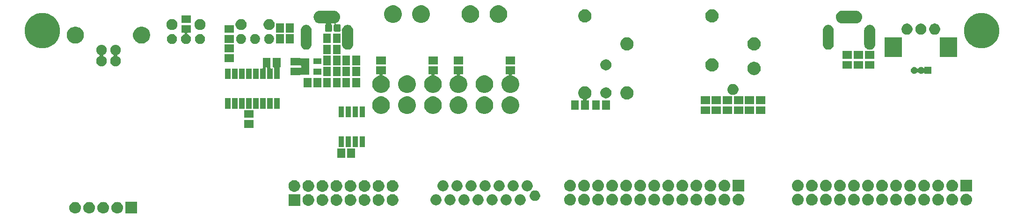
<source format=gbs>
G04 #@! TF.GenerationSoftware,KiCad,Pcbnew,(5.1.0-0)*
G04 #@! TF.CreationDate,2020-01-03T12:25:20+01:00*
G04 #@! TF.ProjectId,AddOnA,4164644f-6e41-42e6-9b69-6361645f7063,rev?*
G04 #@! TF.SameCoordinates,Original*
G04 #@! TF.FileFunction,Soldermask,Bot*
G04 #@! TF.FilePolarity,Negative*
%FSLAX46Y46*%
G04 Gerber Fmt 4.6, Leading zero omitted, Abs format (unit mm)*
G04 Created by KiCad (PCBNEW (5.1.0-0)) date 2020-01-03 12:25:20*
%MOMM*%
%LPD*%
G04 APERTURE LIST*
%ADD10C,0.100000*%
G04 APERTURE END LIST*
D10*
G36*
X27150000Y51850000D02*
G01*
X25050000Y51850000D01*
X25050000Y53950000D01*
X27150000Y53950000D01*
X27150000Y51850000D01*
X27150000Y51850000D01*
G37*
G36*
X23688707Y53942403D02*
G01*
X23765836Y53934807D01*
X23963762Y53874767D01*
X23963765Y53874766D01*
X24146170Y53777268D01*
X24306055Y53646055D01*
X24437268Y53486170D01*
X24534766Y53303765D01*
X24534767Y53303762D01*
X24594807Y53105836D01*
X24615080Y52900000D01*
X24594807Y52694164D01*
X24534767Y52496238D01*
X24534766Y52496235D01*
X24437268Y52313830D01*
X24306055Y52153945D01*
X24146170Y52022732D01*
X23963765Y51925234D01*
X23963762Y51925233D01*
X23765836Y51865193D01*
X23688707Y51857596D01*
X23611580Y51850000D01*
X23508420Y51850000D01*
X23431293Y51857596D01*
X23354164Y51865193D01*
X23156238Y51925233D01*
X23156235Y51925234D01*
X22973830Y52022732D01*
X22813945Y52153945D01*
X22682732Y52313830D01*
X22585234Y52496235D01*
X22585233Y52496238D01*
X22525193Y52694164D01*
X22504920Y52900000D01*
X22525193Y53105836D01*
X22585233Y53303762D01*
X22585234Y53303765D01*
X22682732Y53486170D01*
X22813945Y53646055D01*
X22973830Y53777268D01*
X23156235Y53874766D01*
X23156238Y53874767D01*
X23354164Y53934807D01*
X23431293Y53942403D01*
X23508420Y53950000D01*
X23611580Y53950000D01*
X23688707Y53942403D01*
X23688707Y53942403D01*
G37*
G36*
X21148707Y53942403D02*
G01*
X21225836Y53934807D01*
X21423762Y53874767D01*
X21423765Y53874766D01*
X21606170Y53777268D01*
X21766055Y53646055D01*
X21897268Y53486170D01*
X21994766Y53303765D01*
X21994767Y53303762D01*
X22054807Y53105836D01*
X22075080Y52900000D01*
X22054807Y52694164D01*
X21994767Y52496238D01*
X21994766Y52496235D01*
X21897268Y52313830D01*
X21766055Y52153945D01*
X21606170Y52022732D01*
X21423765Y51925234D01*
X21423762Y51925233D01*
X21225836Y51865193D01*
X21148707Y51857596D01*
X21071580Y51850000D01*
X20968420Y51850000D01*
X20891293Y51857596D01*
X20814164Y51865193D01*
X20616238Y51925233D01*
X20616235Y51925234D01*
X20433830Y52022732D01*
X20273945Y52153945D01*
X20142732Y52313830D01*
X20045234Y52496235D01*
X20045233Y52496238D01*
X19985193Y52694164D01*
X19964920Y52900000D01*
X19985193Y53105836D01*
X20045233Y53303762D01*
X20045234Y53303765D01*
X20142732Y53486170D01*
X20273945Y53646055D01*
X20433830Y53777268D01*
X20616235Y53874766D01*
X20616238Y53874767D01*
X20814164Y53934807D01*
X20891293Y53942403D01*
X20968420Y53950000D01*
X21071580Y53950000D01*
X21148707Y53942403D01*
X21148707Y53942403D01*
G37*
G36*
X18608707Y53942403D02*
G01*
X18685836Y53934807D01*
X18883762Y53874767D01*
X18883765Y53874766D01*
X19066170Y53777268D01*
X19226055Y53646055D01*
X19357268Y53486170D01*
X19454766Y53303765D01*
X19454767Y53303762D01*
X19514807Y53105836D01*
X19535080Y52900000D01*
X19514807Y52694164D01*
X19454767Y52496238D01*
X19454766Y52496235D01*
X19357268Y52313830D01*
X19226055Y52153945D01*
X19066170Y52022732D01*
X18883765Y51925234D01*
X18883762Y51925233D01*
X18685836Y51865193D01*
X18608707Y51857596D01*
X18531580Y51850000D01*
X18428420Y51850000D01*
X18351293Y51857596D01*
X18274164Y51865193D01*
X18076238Y51925233D01*
X18076235Y51925234D01*
X17893830Y52022732D01*
X17733945Y52153945D01*
X17602732Y52313830D01*
X17505234Y52496235D01*
X17505233Y52496238D01*
X17445193Y52694164D01*
X17424920Y52900000D01*
X17445193Y53105836D01*
X17505233Y53303762D01*
X17505234Y53303765D01*
X17602732Y53486170D01*
X17733945Y53646055D01*
X17893830Y53777268D01*
X18076235Y53874766D01*
X18076238Y53874767D01*
X18274164Y53934807D01*
X18351293Y53942403D01*
X18428420Y53950000D01*
X18531580Y53950000D01*
X18608707Y53942403D01*
X18608707Y53942403D01*
G37*
G36*
X16068707Y53942403D02*
G01*
X16145836Y53934807D01*
X16343762Y53874767D01*
X16343765Y53874766D01*
X16526170Y53777268D01*
X16686055Y53646055D01*
X16817268Y53486170D01*
X16914766Y53303765D01*
X16914767Y53303762D01*
X16974807Y53105836D01*
X16995080Y52900000D01*
X16974807Y52694164D01*
X16914767Y52496238D01*
X16914766Y52496235D01*
X16817268Y52313830D01*
X16686055Y52153945D01*
X16526170Y52022732D01*
X16343765Y51925234D01*
X16343762Y51925233D01*
X16145836Y51865193D01*
X16068707Y51857596D01*
X15991580Y51850000D01*
X15888420Y51850000D01*
X15811293Y51857596D01*
X15734164Y51865193D01*
X15536238Y51925233D01*
X15536235Y51925234D01*
X15353830Y52022732D01*
X15193945Y52153945D01*
X15062732Y52313830D01*
X14965234Y52496235D01*
X14965233Y52496238D01*
X14905193Y52694164D01*
X14884920Y52900000D01*
X14905193Y53105836D01*
X14965233Y53303762D01*
X14965234Y53303765D01*
X15062732Y53486170D01*
X15193945Y53646055D01*
X15353830Y53777268D01*
X15536235Y53874766D01*
X15536238Y53874767D01*
X15734164Y53934807D01*
X15811293Y53942403D01*
X15888420Y53950000D01*
X15991580Y53950000D01*
X16068707Y53942403D01*
X16068707Y53942403D01*
G37*
G36*
X60990240Y55322727D02*
G01*
X61183802Y55242551D01*
X61358005Y55126152D01*
X61506152Y54978005D01*
X61622551Y54803802D01*
X61702727Y54610240D01*
X61743600Y54404757D01*
X61743600Y54195243D01*
X61702727Y53989760D01*
X61622551Y53796198D01*
X61506152Y53621995D01*
X61358005Y53473848D01*
X61183802Y53357449D01*
X60990240Y53277273D01*
X60784757Y53236400D01*
X60575243Y53236400D01*
X60369760Y53277273D01*
X60176198Y53357449D01*
X60001995Y53473848D01*
X59853848Y53621995D01*
X59737449Y53796198D01*
X59657273Y53989760D01*
X59616400Y54195243D01*
X59616400Y54404757D01*
X59657273Y54610240D01*
X59737449Y54803802D01*
X59853848Y54978005D01*
X60001995Y55126152D01*
X60176198Y55242551D01*
X60369760Y55322727D01*
X60575243Y55363600D01*
X60784757Y55363600D01*
X60990240Y55322727D01*
X60990240Y55322727D01*
G37*
G36*
X58450240Y55322727D02*
G01*
X58643802Y55242551D01*
X58818005Y55126152D01*
X58966152Y54978005D01*
X59082551Y54803802D01*
X59162727Y54610240D01*
X59203600Y54404757D01*
X59203600Y54195243D01*
X59162727Y53989760D01*
X59082551Y53796198D01*
X58966152Y53621995D01*
X58818005Y53473848D01*
X58643802Y53357449D01*
X58450240Y53277273D01*
X58244757Y53236400D01*
X58035243Y53236400D01*
X57829760Y53277273D01*
X57636198Y53357449D01*
X57461995Y53473848D01*
X57313848Y53621995D01*
X57197449Y53796198D01*
X57117273Y53989760D01*
X57076400Y54195243D01*
X57076400Y54404757D01*
X57117273Y54610240D01*
X57197449Y54803802D01*
X57313848Y54978005D01*
X57461995Y55126152D01*
X57636198Y55242551D01*
X57829760Y55322727D01*
X58035243Y55363600D01*
X58244757Y55363600D01*
X58450240Y55322727D01*
X58450240Y55322727D01*
G37*
G36*
X56663600Y53236400D02*
G01*
X54536400Y53236400D01*
X54536400Y55363600D01*
X56663600Y55363600D01*
X56663600Y53236400D01*
X56663600Y53236400D01*
G37*
G36*
X66070240Y55322727D02*
G01*
X66263802Y55242551D01*
X66438005Y55126152D01*
X66586152Y54978005D01*
X66702551Y54803802D01*
X66782727Y54610240D01*
X66823600Y54404757D01*
X66823600Y54195243D01*
X66782727Y53989760D01*
X66702551Y53796198D01*
X66586152Y53621995D01*
X66438005Y53473848D01*
X66263802Y53357449D01*
X66070240Y53277273D01*
X65864757Y53236400D01*
X65655243Y53236400D01*
X65449760Y53277273D01*
X65256198Y53357449D01*
X65081995Y53473848D01*
X64933848Y53621995D01*
X64817449Y53796198D01*
X64737273Y53989760D01*
X64696400Y54195243D01*
X64696400Y54404757D01*
X64737273Y54610240D01*
X64817449Y54803802D01*
X64933848Y54978005D01*
X65081995Y55126152D01*
X65256198Y55242551D01*
X65449760Y55322727D01*
X65655243Y55363600D01*
X65864757Y55363600D01*
X66070240Y55322727D01*
X66070240Y55322727D01*
G37*
G36*
X68610240Y55322727D02*
G01*
X68803802Y55242551D01*
X68978005Y55126152D01*
X69126152Y54978005D01*
X69242551Y54803802D01*
X69322727Y54610240D01*
X69363600Y54404757D01*
X69363600Y54195243D01*
X69322727Y53989760D01*
X69242551Y53796198D01*
X69126152Y53621995D01*
X68978005Y53473848D01*
X68803802Y53357449D01*
X68610240Y53277273D01*
X68404757Y53236400D01*
X68195243Y53236400D01*
X67989760Y53277273D01*
X67796198Y53357449D01*
X67621995Y53473848D01*
X67473848Y53621995D01*
X67357449Y53796198D01*
X67277273Y53989760D01*
X67236400Y54195243D01*
X67236400Y54404757D01*
X67277273Y54610240D01*
X67357449Y54803802D01*
X67473848Y54978005D01*
X67621995Y55126152D01*
X67796198Y55242551D01*
X67989760Y55322727D01*
X68195243Y55363600D01*
X68404757Y55363600D01*
X68610240Y55322727D01*
X68610240Y55322727D01*
G37*
G36*
X71150240Y55322727D02*
G01*
X71343802Y55242551D01*
X71518005Y55126152D01*
X71666152Y54978005D01*
X71782551Y54803802D01*
X71862727Y54610240D01*
X71903600Y54404757D01*
X71903600Y54195243D01*
X71862727Y53989760D01*
X71782551Y53796198D01*
X71666152Y53621995D01*
X71518005Y53473848D01*
X71343802Y53357449D01*
X71150240Y53277273D01*
X70944757Y53236400D01*
X70735243Y53236400D01*
X70529760Y53277273D01*
X70336198Y53357449D01*
X70161995Y53473848D01*
X70013848Y53621995D01*
X69897449Y53796198D01*
X69817273Y53989760D01*
X69776400Y54195243D01*
X69776400Y54404757D01*
X69817273Y54610240D01*
X69897449Y54803802D01*
X70013848Y54978005D01*
X70161995Y55126152D01*
X70336198Y55242551D01*
X70529760Y55322727D01*
X70735243Y55363600D01*
X70944757Y55363600D01*
X71150240Y55322727D01*
X71150240Y55322727D01*
G37*
G36*
X73690240Y55322727D02*
G01*
X73883802Y55242551D01*
X74058005Y55126152D01*
X74206152Y54978005D01*
X74322551Y54803802D01*
X74402727Y54610240D01*
X74443600Y54404757D01*
X74443600Y54195243D01*
X74402727Y53989760D01*
X74322551Y53796198D01*
X74206152Y53621995D01*
X74058005Y53473848D01*
X73883802Y53357449D01*
X73690240Y53277273D01*
X73484757Y53236400D01*
X73275243Y53236400D01*
X73069760Y53277273D01*
X72876198Y53357449D01*
X72701995Y53473848D01*
X72553848Y53621995D01*
X72437449Y53796198D01*
X72357273Y53989760D01*
X72316400Y54195243D01*
X72316400Y54404757D01*
X72357273Y54610240D01*
X72437449Y54803802D01*
X72553848Y54978005D01*
X72701995Y55126152D01*
X72876198Y55242551D01*
X73069760Y55322727D01*
X73275243Y55363600D01*
X73484757Y55363600D01*
X73690240Y55322727D01*
X73690240Y55322727D01*
G37*
G36*
X63530240Y55322727D02*
G01*
X63723802Y55242551D01*
X63898005Y55126152D01*
X64046152Y54978005D01*
X64162551Y54803802D01*
X64242727Y54610240D01*
X64283600Y54404757D01*
X64283600Y54195243D01*
X64242727Y53989760D01*
X64162551Y53796198D01*
X64046152Y53621995D01*
X63898005Y53473848D01*
X63723802Y53357449D01*
X63530240Y53277273D01*
X63324757Y53236400D01*
X63115243Y53236400D01*
X62909760Y53277273D01*
X62716198Y53357449D01*
X62541995Y53473848D01*
X62393848Y53621995D01*
X62277449Y53796198D01*
X62197273Y53989760D01*
X62156400Y54195243D01*
X62156400Y54404757D01*
X62197273Y54610240D01*
X62277449Y54803802D01*
X62393848Y54978005D01*
X62541995Y55126152D01*
X62716198Y55242551D01*
X62909760Y55322727D01*
X63115243Y55363600D01*
X63324757Y55363600D01*
X63530240Y55322727D01*
X63530240Y55322727D01*
G37*
G36*
X136208500Y55408211D02*
G01*
X136408994Y55347392D01*
X136593759Y55248633D01*
X136593762Y55248631D01*
X136593763Y55248630D01*
X136755718Y55115718D01*
X136877388Y54967461D01*
X136888633Y54953759D01*
X136987392Y54768994D01*
X137048211Y54568500D01*
X137068746Y54360000D01*
X137048211Y54151500D01*
X136987392Y53951006D01*
X136888633Y53766241D01*
X136888631Y53766238D01*
X136888630Y53766237D01*
X136755718Y53604282D01*
X136596782Y53473848D01*
X136593759Y53471367D01*
X136408994Y53372608D01*
X136208500Y53311789D01*
X136052251Y53296400D01*
X135947749Y53296400D01*
X135791500Y53311789D01*
X135591006Y53372608D01*
X135406241Y53471367D01*
X135403218Y53473848D01*
X135244282Y53604282D01*
X135111370Y53766237D01*
X135111369Y53766238D01*
X135111367Y53766241D01*
X135012608Y53951006D01*
X134951789Y54151500D01*
X134931254Y54360000D01*
X134951789Y54568500D01*
X135012608Y54768994D01*
X135111367Y54953759D01*
X135122612Y54967461D01*
X135244282Y55115718D01*
X135406237Y55248630D01*
X135406238Y55248631D01*
X135406241Y55248633D01*
X135591006Y55347392D01*
X135791500Y55408211D01*
X135947749Y55423600D01*
X136052251Y55423600D01*
X136208500Y55408211D01*
X136208500Y55408211D01*
G37*
G36*
X133668500Y55408211D02*
G01*
X133868994Y55347392D01*
X134053759Y55248633D01*
X134053762Y55248631D01*
X134053763Y55248630D01*
X134215718Y55115718D01*
X134337388Y54967461D01*
X134348633Y54953759D01*
X134447392Y54768994D01*
X134508211Y54568500D01*
X134528746Y54360000D01*
X134508211Y54151500D01*
X134447392Y53951006D01*
X134348633Y53766241D01*
X134348631Y53766238D01*
X134348630Y53766237D01*
X134215718Y53604282D01*
X134056782Y53473848D01*
X134053759Y53471367D01*
X133868994Y53372608D01*
X133668500Y53311789D01*
X133512251Y53296400D01*
X133407749Y53296400D01*
X133251500Y53311789D01*
X133051006Y53372608D01*
X132866241Y53471367D01*
X132863218Y53473848D01*
X132704282Y53604282D01*
X132571370Y53766237D01*
X132571369Y53766238D01*
X132571367Y53766241D01*
X132472608Y53951006D01*
X132411789Y54151500D01*
X132391254Y54360000D01*
X132411789Y54568500D01*
X132472608Y54768994D01*
X132571367Y54953759D01*
X132582612Y54967461D01*
X132704282Y55115718D01*
X132866237Y55248630D01*
X132866238Y55248631D01*
X132866241Y55248633D01*
X133051006Y55347392D01*
X133251500Y55408211D01*
X133407749Y55423600D01*
X133512251Y55423600D01*
X133668500Y55408211D01*
X133668500Y55408211D01*
G37*
G36*
X131128500Y55408211D02*
G01*
X131328994Y55347392D01*
X131513759Y55248633D01*
X131513762Y55248631D01*
X131513763Y55248630D01*
X131675718Y55115718D01*
X131797388Y54967461D01*
X131808633Y54953759D01*
X131907392Y54768994D01*
X131968211Y54568500D01*
X131988746Y54360000D01*
X131968211Y54151500D01*
X131907392Y53951006D01*
X131808633Y53766241D01*
X131808631Y53766238D01*
X131808630Y53766237D01*
X131675718Y53604282D01*
X131516782Y53473848D01*
X131513759Y53471367D01*
X131328994Y53372608D01*
X131128500Y53311789D01*
X130972251Y53296400D01*
X130867749Y53296400D01*
X130711500Y53311789D01*
X130511006Y53372608D01*
X130326241Y53471367D01*
X130323218Y53473848D01*
X130164282Y53604282D01*
X130031370Y53766237D01*
X130031369Y53766238D01*
X130031367Y53766241D01*
X129932608Y53951006D01*
X129871789Y54151500D01*
X129851254Y54360000D01*
X129871789Y54568500D01*
X129932608Y54768994D01*
X130031367Y54953759D01*
X130042612Y54967461D01*
X130164282Y55115718D01*
X130326237Y55248630D01*
X130326238Y55248631D01*
X130326241Y55248633D01*
X130511006Y55347392D01*
X130711500Y55408211D01*
X130867749Y55423600D01*
X130972251Y55423600D01*
X131128500Y55408211D01*
X131128500Y55408211D01*
G37*
G36*
X128588500Y55408211D02*
G01*
X128788994Y55347392D01*
X128973759Y55248633D01*
X128973762Y55248631D01*
X128973763Y55248630D01*
X129135718Y55115718D01*
X129257388Y54967461D01*
X129268633Y54953759D01*
X129367392Y54768994D01*
X129428211Y54568500D01*
X129448746Y54360000D01*
X129428211Y54151500D01*
X129367392Y53951006D01*
X129268633Y53766241D01*
X129268631Y53766238D01*
X129268630Y53766237D01*
X129135718Y53604282D01*
X128976782Y53473848D01*
X128973759Y53471367D01*
X128788994Y53372608D01*
X128588500Y53311789D01*
X128432251Y53296400D01*
X128327749Y53296400D01*
X128171500Y53311789D01*
X127971006Y53372608D01*
X127786241Y53471367D01*
X127783218Y53473848D01*
X127624282Y53604282D01*
X127491370Y53766237D01*
X127491369Y53766238D01*
X127491367Y53766241D01*
X127392608Y53951006D01*
X127331789Y54151500D01*
X127311254Y54360000D01*
X127331789Y54568500D01*
X127392608Y54768994D01*
X127491367Y54953759D01*
X127502612Y54967461D01*
X127624282Y55115718D01*
X127786237Y55248630D01*
X127786238Y55248631D01*
X127786241Y55248633D01*
X127971006Y55347392D01*
X128171500Y55408211D01*
X128327749Y55423600D01*
X128432251Y55423600D01*
X128588500Y55408211D01*
X128588500Y55408211D01*
G37*
G36*
X126048500Y55408211D02*
G01*
X126248994Y55347392D01*
X126433759Y55248633D01*
X126433762Y55248631D01*
X126433763Y55248630D01*
X126595718Y55115718D01*
X126717388Y54967461D01*
X126728633Y54953759D01*
X126827392Y54768994D01*
X126888211Y54568500D01*
X126908746Y54360000D01*
X126888211Y54151500D01*
X126827392Y53951006D01*
X126728633Y53766241D01*
X126728631Y53766238D01*
X126728630Y53766237D01*
X126595718Y53604282D01*
X126436782Y53473848D01*
X126433759Y53471367D01*
X126248994Y53372608D01*
X126048500Y53311789D01*
X125892251Y53296400D01*
X125787749Y53296400D01*
X125631500Y53311789D01*
X125431006Y53372608D01*
X125246241Y53471367D01*
X125243218Y53473848D01*
X125084282Y53604282D01*
X124951370Y53766237D01*
X124951369Y53766238D01*
X124951367Y53766241D01*
X124852608Y53951006D01*
X124791789Y54151500D01*
X124771254Y54360000D01*
X124791789Y54568500D01*
X124852608Y54768994D01*
X124951367Y54953759D01*
X124962612Y54967461D01*
X125084282Y55115718D01*
X125246237Y55248630D01*
X125246238Y55248631D01*
X125246241Y55248633D01*
X125431006Y55347392D01*
X125631500Y55408211D01*
X125787749Y55423600D01*
X125892251Y55423600D01*
X126048500Y55408211D01*
X126048500Y55408211D01*
G37*
G36*
X123508500Y55408211D02*
G01*
X123708994Y55347392D01*
X123893759Y55248633D01*
X123893762Y55248631D01*
X123893763Y55248630D01*
X124055718Y55115718D01*
X124177388Y54967461D01*
X124188633Y54953759D01*
X124287392Y54768994D01*
X124348211Y54568500D01*
X124368746Y54360000D01*
X124348211Y54151500D01*
X124287392Y53951006D01*
X124188633Y53766241D01*
X124188631Y53766238D01*
X124188630Y53766237D01*
X124055718Y53604282D01*
X123896782Y53473848D01*
X123893759Y53471367D01*
X123708994Y53372608D01*
X123508500Y53311789D01*
X123352251Y53296400D01*
X123247749Y53296400D01*
X123091500Y53311789D01*
X122891006Y53372608D01*
X122706241Y53471367D01*
X122703218Y53473848D01*
X122544282Y53604282D01*
X122411370Y53766237D01*
X122411369Y53766238D01*
X122411367Y53766241D01*
X122312608Y53951006D01*
X122251789Y54151500D01*
X122231254Y54360000D01*
X122251789Y54568500D01*
X122312608Y54768994D01*
X122411367Y54953759D01*
X122422612Y54967461D01*
X122544282Y55115718D01*
X122706237Y55248630D01*
X122706238Y55248631D01*
X122706241Y55248633D01*
X122891006Y55347392D01*
X123091500Y55408211D01*
X123247749Y55423600D01*
X123352251Y55423600D01*
X123508500Y55408211D01*
X123508500Y55408211D01*
G37*
G36*
X120968500Y55408211D02*
G01*
X121168994Y55347392D01*
X121353759Y55248633D01*
X121353762Y55248631D01*
X121353763Y55248630D01*
X121515718Y55115718D01*
X121637388Y54967461D01*
X121648633Y54953759D01*
X121747392Y54768994D01*
X121808211Y54568500D01*
X121828746Y54360000D01*
X121808211Y54151500D01*
X121747392Y53951006D01*
X121648633Y53766241D01*
X121648631Y53766238D01*
X121648630Y53766237D01*
X121515718Y53604282D01*
X121356782Y53473848D01*
X121353759Y53471367D01*
X121168994Y53372608D01*
X120968500Y53311789D01*
X120812251Y53296400D01*
X120707749Y53296400D01*
X120551500Y53311789D01*
X120351006Y53372608D01*
X120166241Y53471367D01*
X120163218Y53473848D01*
X120004282Y53604282D01*
X119871370Y53766237D01*
X119871369Y53766238D01*
X119871367Y53766241D01*
X119772608Y53951006D01*
X119711789Y54151500D01*
X119691254Y54360000D01*
X119711789Y54568500D01*
X119772608Y54768994D01*
X119871367Y54953759D01*
X119882612Y54967461D01*
X120004282Y55115718D01*
X120166237Y55248630D01*
X120166238Y55248631D01*
X120166241Y55248633D01*
X120351006Y55347392D01*
X120551500Y55408211D01*
X120707749Y55423600D01*
X120812251Y55423600D01*
X120968500Y55408211D01*
X120968500Y55408211D01*
G37*
G36*
X118428500Y55408211D02*
G01*
X118628994Y55347392D01*
X118813759Y55248633D01*
X118813762Y55248631D01*
X118813763Y55248630D01*
X118975718Y55115718D01*
X119097388Y54967461D01*
X119108633Y54953759D01*
X119207392Y54768994D01*
X119268211Y54568500D01*
X119288746Y54360000D01*
X119268211Y54151500D01*
X119207392Y53951006D01*
X119108633Y53766241D01*
X119108631Y53766238D01*
X119108630Y53766237D01*
X118975718Y53604282D01*
X118816782Y53473848D01*
X118813759Y53471367D01*
X118628994Y53372608D01*
X118428500Y53311789D01*
X118272251Y53296400D01*
X118167749Y53296400D01*
X118011500Y53311789D01*
X117811006Y53372608D01*
X117626241Y53471367D01*
X117623218Y53473848D01*
X117464282Y53604282D01*
X117331370Y53766237D01*
X117331369Y53766238D01*
X117331367Y53766241D01*
X117232608Y53951006D01*
X117171789Y54151500D01*
X117151254Y54360000D01*
X117171789Y54568500D01*
X117232608Y54768994D01*
X117331367Y54953759D01*
X117342612Y54967461D01*
X117464282Y55115718D01*
X117626237Y55248630D01*
X117626238Y55248631D01*
X117626241Y55248633D01*
X117811006Y55347392D01*
X118011500Y55408211D01*
X118167749Y55423600D01*
X118272251Y55423600D01*
X118428500Y55408211D01*
X118428500Y55408211D01*
G37*
G36*
X115888500Y55408211D02*
G01*
X116088994Y55347392D01*
X116273759Y55248633D01*
X116273762Y55248631D01*
X116273763Y55248630D01*
X116435718Y55115718D01*
X116557388Y54967461D01*
X116568633Y54953759D01*
X116667392Y54768994D01*
X116728211Y54568500D01*
X116748746Y54360000D01*
X116728211Y54151500D01*
X116667392Y53951006D01*
X116568633Y53766241D01*
X116568631Y53766238D01*
X116568630Y53766237D01*
X116435718Y53604282D01*
X116276782Y53473848D01*
X116273759Y53471367D01*
X116088994Y53372608D01*
X115888500Y53311789D01*
X115732251Y53296400D01*
X115627749Y53296400D01*
X115471500Y53311789D01*
X115271006Y53372608D01*
X115086241Y53471367D01*
X115083218Y53473848D01*
X114924282Y53604282D01*
X114791370Y53766237D01*
X114791369Y53766238D01*
X114791367Y53766241D01*
X114692608Y53951006D01*
X114631789Y54151500D01*
X114611254Y54360000D01*
X114631789Y54568500D01*
X114692608Y54768994D01*
X114791367Y54953759D01*
X114802612Y54967461D01*
X114924282Y55115718D01*
X115086237Y55248630D01*
X115086238Y55248631D01*
X115086241Y55248633D01*
X115271006Y55347392D01*
X115471500Y55408211D01*
X115627749Y55423600D01*
X115732251Y55423600D01*
X115888500Y55408211D01*
X115888500Y55408211D01*
G37*
G36*
X113348500Y55408211D02*
G01*
X113548994Y55347392D01*
X113733759Y55248633D01*
X113733762Y55248631D01*
X113733763Y55248630D01*
X113895718Y55115718D01*
X114017388Y54967461D01*
X114028633Y54953759D01*
X114127392Y54768994D01*
X114188211Y54568500D01*
X114208746Y54360000D01*
X114188211Y54151500D01*
X114127392Y53951006D01*
X114028633Y53766241D01*
X114028631Y53766238D01*
X114028630Y53766237D01*
X113895718Y53604282D01*
X113736782Y53473848D01*
X113733759Y53471367D01*
X113548994Y53372608D01*
X113348500Y53311789D01*
X113192251Y53296400D01*
X113087749Y53296400D01*
X112931500Y53311789D01*
X112731006Y53372608D01*
X112546241Y53471367D01*
X112543218Y53473848D01*
X112384282Y53604282D01*
X112251370Y53766237D01*
X112251369Y53766238D01*
X112251367Y53766241D01*
X112152608Y53951006D01*
X112091789Y54151500D01*
X112071254Y54360000D01*
X112091789Y54568500D01*
X112152608Y54768994D01*
X112251367Y54953759D01*
X112262612Y54967461D01*
X112384282Y55115718D01*
X112546237Y55248630D01*
X112546238Y55248631D01*
X112546241Y55248633D01*
X112731006Y55347392D01*
X112931500Y55408211D01*
X113087749Y55423600D01*
X113192251Y55423600D01*
X113348500Y55408211D01*
X113348500Y55408211D01*
G37*
G36*
X110808500Y55408211D02*
G01*
X111008994Y55347392D01*
X111193759Y55248633D01*
X111193762Y55248631D01*
X111193763Y55248630D01*
X111355718Y55115718D01*
X111477388Y54967461D01*
X111488633Y54953759D01*
X111587392Y54768994D01*
X111648211Y54568500D01*
X111668746Y54360000D01*
X111648211Y54151500D01*
X111587392Y53951006D01*
X111488633Y53766241D01*
X111488631Y53766238D01*
X111488630Y53766237D01*
X111355718Y53604282D01*
X111196782Y53473848D01*
X111193759Y53471367D01*
X111008994Y53372608D01*
X110808500Y53311789D01*
X110652251Y53296400D01*
X110547749Y53296400D01*
X110391500Y53311789D01*
X110191006Y53372608D01*
X110006241Y53471367D01*
X110003218Y53473848D01*
X109844282Y53604282D01*
X109711370Y53766237D01*
X109711369Y53766238D01*
X109711367Y53766241D01*
X109612608Y53951006D01*
X109551789Y54151500D01*
X109531254Y54360000D01*
X109551789Y54568500D01*
X109612608Y54768994D01*
X109711367Y54953759D01*
X109722612Y54967461D01*
X109844282Y55115718D01*
X110006237Y55248630D01*
X110006238Y55248631D01*
X110006241Y55248633D01*
X110191006Y55347392D01*
X110391500Y55408211D01*
X110547749Y55423600D01*
X110652251Y55423600D01*
X110808500Y55408211D01*
X110808500Y55408211D01*
G37*
G36*
X108268500Y55408211D02*
G01*
X108468994Y55347392D01*
X108653759Y55248633D01*
X108653762Y55248631D01*
X108653763Y55248630D01*
X108815718Y55115718D01*
X108937388Y54967461D01*
X108948633Y54953759D01*
X109047392Y54768994D01*
X109108211Y54568500D01*
X109128746Y54360000D01*
X109108211Y54151500D01*
X109047392Y53951006D01*
X108948633Y53766241D01*
X108948631Y53766238D01*
X108948630Y53766237D01*
X108815718Y53604282D01*
X108656782Y53473848D01*
X108653759Y53471367D01*
X108468994Y53372608D01*
X108268500Y53311789D01*
X108112251Y53296400D01*
X108007749Y53296400D01*
X107851500Y53311789D01*
X107651006Y53372608D01*
X107466241Y53471367D01*
X107463218Y53473848D01*
X107304282Y53604282D01*
X107171370Y53766237D01*
X107171369Y53766238D01*
X107171367Y53766241D01*
X107072608Y53951006D01*
X107011789Y54151500D01*
X106991254Y54360000D01*
X107011789Y54568500D01*
X107072608Y54768994D01*
X107171367Y54953759D01*
X107182612Y54967461D01*
X107304282Y55115718D01*
X107466237Y55248630D01*
X107466238Y55248631D01*
X107466241Y55248633D01*
X107651006Y55347392D01*
X107851500Y55408211D01*
X108007749Y55423600D01*
X108112251Y55423600D01*
X108268500Y55408211D01*
X108268500Y55408211D01*
G37*
G36*
X105728500Y55408211D02*
G01*
X105928994Y55347392D01*
X106113759Y55248633D01*
X106113762Y55248631D01*
X106113763Y55248630D01*
X106275718Y55115718D01*
X106397388Y54967461D01*
X106408633Y54953759D01*
X106507392Y54768994D01*
X106568211Y54568500D01*
X106588746Y54360000D01*
X106568211Y54151500D01*
X106507392Y53951006D01*
X106408633Y53766241D01*
X106408631Y53766238D01*
X106408630Y53766237D01*
X106275718Y53604282D01*
X106116782Y53473848D01*
X106113759Y53471367D01*
X105928994Y53372608D01*
X105728500Y53311789D01*
X105572251Y53296400D01*
X105467749Y53296400D01*
X105311500Y53311789D01*
X105111006Y53372608D01*
X104926241Y53471367D01*
X104923218Y53473848D01*
X104764282Y53604282D01*
X104631370Y53766237D01*
X104631369Y53766238D01*
X104631367Y53766241D01*
X104532608Y53951006D01*
X104471789Y54151500D01*
X104451254Y54360000D01*
X104471789Y54568500D01*
X104532608Y54768994D01*
X104631367Y54953759D01*
X104642612Y54967461D01*
X104764282Y55115718D01*
X104926237Y55248630D01*
X104926238Y55248631D01*
X104926241Y55248633D01*
X105111006Y55347392D01*
X105311500Y55408211D01*
X105467749Y55423600D01*
X105572251Y55423600D01*
X105728500Y55408211D01*
X105728500Y55408211D01*
G37*
G36*
X177408500Y55408211D02*
G01*
X177608994Y55347392D01*
X177793759Y55248633D01*
X177793762Y55248631D01*
X177793763Y55248630D01*
X177955718Y55115718D01*
X178077388Y54967461D01*
X178088633Y54953759D01*
X178187392Y54768994D01*
X178248211Y54568500D01*
X178268746Y54360000D01*
X178248211Y54151500D01*
X178187392Y53951006D01*
X178088633Y53766241D01*
X178088631Y53766238D01*
X178088630Y53766237D01*
X177955718Y53604282D01*
X177796782Y53473848D01*
X177793759Y53471367D01*
X177608994Y53372608D01*
X177408500Y53311789D01*
X177252251Y53296400D01*
X177147749Y53296400D01*
X176991500Y53311789D01*
X176791006Y53372608D01*
X176606241Y53471367D01*
X176603218Y53473848D01*
X176444282Y53604282D01*
X176311370Y53766237D01*
X176311369Y53766238D01*
X176311367Y53766241D01*
X176212608Y53951006D01*
X176151789Y54151500D01*
X176131254Y54360000D01*
X176151789Y54568500D01*
X176212608Y54768994D01*
X176311367Y54953759D01*
X176322612Y54967461D01*
X176444282Y55115718D01*
X176606237Y55248630D01*
X176606238Y55248631D01*
X176606241Y55248633D01*
X176791006Y55347392D01*
X176991500Y55408211D01*
X177147749Y55423600D01*
X177252251Y55423600D01*
X177408500Y55408211D01*
X177408500Y55408211D01*
G37*
G36*
X174868500Y55408211D02*
G01*
X175068994Y55347392D01*
X175253759Y55248633D01*
X175253762Y55248631D01*
X175253763Y55248630D01*
X175415718Y55115718D01*
X175537388Y54967461D01*
X175548633Y54953759D01*
X175647392Y54768994D01*
X175708211Y54568500D01*
X175728746Y54360000D01*
X175708211Y54151500D01*
X175647392Y53951006D01*
X175548633Y53766241D01*
X175548631Y53766238D01*
X175548630Y53766237D01*
X175415718Y53604282D01*
X175256782Y53473848D01*
X175253759Y53471367D01*
X175068994Y53372608D01*
X174868500Y53311789D01*
X174712251Y53296400D01*
X174607749Y53296400D01*
X174451500Y53311789D01*
X174251006Y53372608D01*
X174066241Y53471367D01*
X174063218Y53473848D01*
X173904282Y53604282D01*
X173771370Y53766237D01*
X173771369Y53766238D01*
X173771367Y53766241D01*
X173672608Y53951006D01*
X173611789Y54151500D01*
X173591254Y54360000D01*
X173611789Y54568500D01*
X173672608Y54768994D01*
X173771367Y54953759D01*
X173782612Y54967461D01*
X173904282Y55115718D01*
X174066237Y55248630D01*
X174066238Y55248631D01*
X174066241Y55248633D01*
X174251006Y55347392D01*
X174451500Y55408211D01*
X174607749Y55423600D01*
X174712251Y55423600D01*
X174868500Y55408211D01*
X174868500Y55408211D01*
G37*
G36*
X172328500Y55408211D02*
G01*
X172528994Y55347392D01*
X172713759Y55248633D01*
X172713762Y55248631D01*
X172713763Y55248630D01*
X172875718Y55115718D01*
X172997388Y54967461D01*
X173008633Y54953759D01*
X173107392Y54768994D01*
X173168211Y54568500D01*
X173188746Y54360000D01*
X173168211Y54151500D01*
X173107392Y53951006D01*
X173008633Y53766241D01*
X173008631Y53766238D01*
X173008630Y53766237D01*
X172875718Y53604282D01*
X172716782Y53473848D01*
X172713759Y53471367D01*
X172528994Y53372608D01*
X172328500Y53311789D01*
X172172251Y53296400D01*
X172067749Y53296400D01*
X171911500Y53311789D01*
X171711006Y53372608D01*
X171526241Y53471367D01*
X171523218Y53473848D01*
X171364282Y53604282D01*
X171231370Y53766237D01*
X171231369Y53766238D01*
X171231367Y53766241D01*
X171132608Y53951006D01*
X171071789Y54151500D01*
X171051254Y54360000D01*
X171071789Y54568500D01*
X171132608Y54768994D01*
X171231367Y54953759D01*
X171242612Y54967461D01*
X171364282Y55115718D01*
X171526237Y55248630D01*
X171526238Y55248631D01*
X171526241Y55248633D01*
X171711006Y55347392D01*
X171911500Y55408211D01*
X172067749Y55423600D01*
X172172251Y55423600D01*
X172328500Y55408211D01*
X172328500Y55408211D01*
G37*
G36*
X169788500Y55408211D02*
G01*
X169988994Y55347392D01*
X170173759Y55248633D01*
X170173762Y55248631D01*
X170173763Y55248630D01*
X170335718Y55115718D01*
X170457388Y54967461D01*
X170468633Y54953759D01*
X170567392Y54768994D01*
X170628211Y54568500D01*
X170648746Y54360000D01*
X170628211Y54151500D01*
X170567392Y53951006D01*
X170468633Y53766241D01*
X170468631Y53766238D01*
X170468630Y53766237D01*
X170335718Y53604282D01*
X170176782Y53473848D01*
X170173759Y53471367D01*
X169988994Y53372608D01*
X169788500Y53311789D01*
X169632251Y53296400D01*
X169527749Y53296400D01*
X169371500Y53311789D01*
X169171006Y53372608D01*
X168986241Y53471367D01*
X168983218Y53473848D01*
X168824282Y53604282D01*
X168691370Y53766237D01*
X168691369Y53766238D01*
X168691367Y53766241D01*
X168592608Y53951006D01*
X168531789Y54151500D01*
X168511254Y54360000D01*
X168531789Y54568500D01*
X168592608Y54768994D01*
X168691367Y54953759D01*
X168702612Y54967461D01*
X168824282Y55115718D01*
X168986237Y55248630D01*
X168986238Y55248631D01*
X168986241Y55248633D01*
X169171006Y55347392D01*
X169371500Y55408211D01*
X169527749Y55423600D01*
X169632251Y55423600D01*
X169788500Y55408211D01*
X169788500Y55408211D01*
G37*
G36*
X167248500Y55408211D02*
G01*
X167448994Y55347392D01*
X167633759Y55248633D01*
X167633762Y55248631D01*
X167633763Y55248630D01*
X167795718Y55115718D01*
X167917388Y54967461D01*
X167928633Y54953759D01*
X168027392Y54768994D01*
X168088211Y54568500D01*
X168108746Y54360000D01*
X168088211Y54151500D01*
X168027392Y53951006D01*
X167928633Y53766241D01*
X167928631Y53766238D01*
X167928630Y53766237D01*
X167795718Y53604282D01*
X167636782Y53473848D01*
X167633759Y53471367D01*
X167448994Y53372608D01*
X167248500Y53311789D01*
X167092251Y53296400D01*
X166987749Y53296400D01*
X166831500Y53311789D01*
X166631006Y53372608D01*
X166446241Y53471367D01*
X166443218Y53473848D01*
X166284282Y53604282D01*
X166151370Y53766237D01*
X166151369Y53766238D01*
X166151367Y53766241D01*
X166052608Y53951006D01*
X165991789Y54151500D01*
X165971254Y54360000D01*
X165991789Y54568500D01*
X166052608Y54768994D01*
X166151367Y54953759D01*
X166162612Y54967461D01*
X166284282Y55115718D01*
X166446237Y55248630D01*
X166446238Y55248631D01*
X166446241Y55248633D01*
X166631006Y55347392D01*
X166831500Y55408211D01*
X166987749Y55423600D01*
X167092251Y55423600D01*
X167248500Y55408211D01*
X167248500Y55408211D01*
G37*
G36*
X164708500Y55408211D02*
G01*
X164908994Y55347392D01*
X165093759Y55248633D01*
X165093762Y55248631D01*
X165093763Y55248630D01*
X165255718Y55115718D01*
X165377388Y54967461D01*
X165388633Y54953759D01*
X165487392Y54768994D01*
X165548211Y54568500D01*
X165568746Y54360000D01*
X165548211Y54151500D01*
X165487392Y53951006D01*
X165388633Y53766241D01*
X165388631Y53766238D01*
X165388630Y53766237D01*
X165255718Y53604282D01*
X165096782Y53473848D01*
X165093759Y53471367D01*
X164908994Y53372608D01*
X164708500Y53311789D01*
X164552251Y53296400D01*
X164447749Y53296400D01*
X164291500Y53311789D01*
X164091006Y53372608D01*
X163906241Y53471367D01*
X163903218Y53473848D01*
X163744282Y53604282D01*
X163611370Y53766237D01*
X163611369Y53766238D01*
X163611367Y53766241D01*
X163512608Y53951006D01*
X163451789Y54151500D01*
X163431254Y54360000D01*
X163451789Y54568500D01*
X163512608Y54768994D01*
X163611367Y54953759D01*
X163622612Y54967461D01*
X163744282Y55115718D01*
X163906237Y55248630D01*
X163906238Y55248631D01*
X163906241Y55248633D01*
X164091006Y55347392D01*
X164291500Y55408211D01*
X164447749Y55423600D01*
X164552251Y55423600D01*
X164708500Y55408211D01*
X164708500Y55408211D01*
G37*
G36*
X162168500Y55408211D02*
G01*
X162368994Y55347392D01*
X162553759Y55248633D01*
X162553762Y55248631D01*
X162553763Y55248630D01*
X162715718Y55115718D01*
X162837388Y54967461D01*
X162848633Y54953759D01*
X162947392Y54768994D01*
X163008211Y54568500D01*
X163028746Y54360000D01*
X163008211Y54151500D01*
X162947392Y53951006D01*
X162848633Y53766241D01*
X162848631Y53766238D01*
X162848630Y53766237D01*
X162715718Y53604282D01*
X162556782Y53473848D01*
X162553759Y53471367D01*
X162368994Y53372608D01*
X162168500Y53311789D01*
X162012251Y53296400D01*
X161907749Y53296400D01*
X161751500Y53311789D01*
X161551006Y53372608D01*
X161366241Y53471367D01*
X161363218Y53473848D01*
X161204282Y53604282D01*
X161071370Y53766237D01*
X161071369Y53766238D01*
X161071367Y53766241D01*
X160972608Y53951006D01*
X160911789Y54151500D01*
X160891254Y54360000D01*
X160911789Y54568500D01*
X160972608Y54768994D01*
X161071367Y54953759D01*
X161082612Y54967461D01*
X161204282Y55115718D01*
X161366237Y55248630D01*
X161366238Y55248631D01*
X161366241Y55248633D01*
X161551006Y55347392D01*
X161751500Y55408211D01*
X161907749Y55423600D01*
X162012251Y55423600D01*
X162168500Y55408211D01*
X162168500Y55408211D01*
G37*
G36*
X159628500Y55408211D02*
G01*
X159828994Y55347392D01*
X160013759Y55248633D01*
X160013762Y55248631D01*
X160013763Y55248630D01*
X160175718Y55115718D01*
X160297388Y54967461D01*
X160308633Y54953759D01*
X160407392Y54768994D01*
X160468211Y54568500D01*
X160488746Y54360000D01*
X160468211Y54151500D01*
X160407392Y53951006D01*
X160308633Y53766241D01*
X160308631Y53766238D01*
X160308630Y53766237D01*
X160175718Y53604282D01*
X160016782Y53473848D01*
X160013759Y53471367D01*
X159828994Y53372608D01*
X159628500Y53311789D01*
X159472251Y53296400D01*
X159367749Y53296400D01*
X159211500Y53311789D01*
X159011006Y53372608D01*
X158826241Y53471367D01*
X158823218Y53473848D01*
X158664282Y53604282D01*
X158531370Y53766237D01*
X158531369Y53766238D01*
X158531367Y53766241D01*
X158432608Y53951006D01*
X158371789Y54151500D01*
X158351254Y54360000D01*
X158371789Y54568500D01*
X158432608Y54768994D01*
X158531367Y54953759D01*
X158542612Y54967461D01*
X158664282Y55115718D01*
X158826237Y55248630D01*
X158826238Y55248631D01*
X158826241Y55248633D01*
X159011006Y55347392D01*
X159211500Y55408211D01*
X159367749Y55423600D01*
X159472251Y55423600D01*
X159628500Y55408211D01*
X159628500Y55408211D01*
G37*
G36*
X157088500Y55408211D02*
G01*
X157288994Y55347392D01*
X157473759Y55248633D01*
X157473762Y55248631D01*
X157473763Y55248630D01*
X157635718Y55115718D01*
X157757388Y54967461D01*
X157768633Y54953759D01*
X157867392Y54768994D01*
X157928211Y54568500D01*
X157948746Y54360000D01*
X157928211Y54151500D01*
X157867392Y53951006D01*
X157768633Y53766241D01*
X157768631Y53766238D01*
X157768630Y53766237D01*
X157635718Y53604282D01*
X157476782Y53473848D01*
X157473759Y53471367D01*
X157288994Y53372608D01*
X157088500Y53311789D01*
X156932251Y53296400D01*
X156827749Y53296400D01*
X156671500Y53311789D01*
X156471006Y53372608D01*
X156286241Y53471367D01*
X156283218Y53473848D01*
X156124282Y53604282D01*
X155991370Y53766237D01*
X155991369Y53766238D01*
X155991367Y53766241D01*
X155892608Y53951006D01*
X155831789Y54151500D01*
X155811254Y54360000D01*
X155831789Y54568500D01*
X155892608Y54768994D01*
X155991367Y54953759D01*
X156002612Y54967461D01*
X156124282Y55115718D01*
X156286237Y55248630D01*
X156286238Y55248631D01*
X156286241Y55248633D01*
X156471006Y55347392D01*
X156671500Y55408211D01*
X156827749Y55423600D01*
X156932251Y55423600D01*
X157088500Y55408211D01*
X157088500Y55408211D01*
G37*
G36*
X154548500Y55408211D02*
G01*
X154748994Y55347392D01*
X154933759Y55248633D01*
X154933762Y55248631D01*
X154933763Y55248630D01*
X155095718Y55115718D01*
X155217388Y54967461D01*
X155228633Y54953759D01*
X155327392Y54768994D01*
X155388211Y54568500D01*
X155408746Y54360000D01*
X155388211Y54151500D01*
X155327392Y53951006D01*
X155228633Y53766241D01*
X155228631Y53766238D01*
X155228630Y53766237D01*
X155095718Y53604282D01*
X154936782Y53473848D01*
X154933759Y53471367D01*
X154748994Y53372608D01*
X154548500Y53311789D01*
X154392251Y53296400D01*
X154287749Y53296400D01*
X154131500Y53311789D01*
X153931006Y53372608D01*
X153746241Y53471367D01*
X153743218Y53473848D01*
X153584282Y53604282D01*
X153451370Y53766237D01*
X153451369Y53766238D01*
X153451367Y53766241D01*
X153352608Y53951006D01*
X153291789Y54151500D01*
X153271254Y54360000D01*
X153291789Y54568500D01*
X153352608Y54768994D01*
X153451367Y54953759D01*
X153462612Y54967461D01*
X153584282Y55115718D01*
X153746237Y55248630D01*
X153746238Y55248631D01*
X153746241Y55248633D01*
X153931006Y55347392D01*
X154131500Y55408211D01*
X154287749Y55423600D01*
X154392251Y55423600D01*
X154548500Y55408211D01*
X154548500Y55408211D01*
G37*
G36*
X152008500Y55408211D02*
G01*
X152208994Y55347392D01*
X152393759Y55248633D01*
X152393762Y55248631D01*
X152393763Y55248630D01*
X152555718Y55115718D01*
X152677388Y54967461D01*
X152688633Y54953759D01*
X152787392Y54768994D01*
X152848211Y54568500D01*
X152868746Y54360000D01*
X152848211Y54151500D01*
X152787392Y53951006D01*
X152688633Y53766241D01*
X152688631Y53766238D01*
X152688630Y53766237D01*
X152555718Y53604282D01*
X152396782Y53473848D01*
X152393759Y53471367D01*
X152208994Y53372608D01*
X152008500Y53311789D01*
X151852251Y53296400D01*
X151747749Y53296400D01*
X151591500Y53311789D01*
X151391006Y53372608D01*
X151206241Y53471367D01*
X151203218Y53473848D01*
X151044282Y53604282D01*
X150911370Y53766237D01*
X150911369Y53766238D01*
X150911367Y53766241D01*
X150812608Y53951006D01*
X150751789Y54151500D01*
X150731254Y54360000D01*
X150751789Y54568500D01*
X150812608Y54768994D01*
X150911367Y54953759D01*
X150922612Y54967461D01*
X151044282Y55115718D01*
X151206237Y55248630D01*
X151206238Y55248631D01*
X151206241Y55248633D01*
X151391006Y55347392D01*
X151591500Y55408211D01*
X151747749Y55423600D01*
X151852251Y55423600D01*
X152008500Y55408211D01*
X152008500Y55408211D01*
G37*
G36*
X149468500Y55408211D02*
G01*
X149668994Y55347392D01*
X149853759Y55248633D01*
X149853762Y55248631D01*
X149853763Y55248630D01*
X150015718Y55115718D01*
X150137388Y54967461D01*
X150148633Y54953759D01*
X150247392Y54768994D01*
X150308211Y54568500D01*
X150328746Y54360000D01*
X150308211Y54151500D01*
X150247392Y53951006D01*
X150148633Y53766241D01*
X150148631Y53766238D01*
X150148630Y53766237D01*
X150015718Y53604282D01*
X149856782Y53473848D01*
X149853759Y53471367D01*
X149668994Y53372608D01*
X149468500Y53311789D01*
X149312251Y53296400D01*
X149207749Y53296400D01*
X149051500Y53311789D01*
X148851006Y53372608D01*
X148666241Y53471367D01*
X148663218Y53473848D01*
X148504282Y53604282D01*
X148371370Y53766237D01*
X148371369Y53766238D01*
X148371367Y53766241D01*
X148272608Y53951006D01*
X148211789Y54151500D01*
X148191254Y54360000D01*
X148211789Y54568500D01*
X148272608Y54768994D01*
X148371367Y54953759D01*
X148382612Y54967461D01*
X148504282Y55115718D01*
X148666237Y55248630D01*
X148666238Y55248631D01*
X148666241Y55248633D01*
X148851006Y55347392D01*
X149051500Y55408211D01*
X149207749Y55423600D01*
X149312251Y55423600D01*
X149468500Y55408211D01*
X149468500Y55408211D01*
G37*
G36*
X146928500Y55408211D02*
G01*
X147128994Y55347392D01*
X147313759Y55248633D01*
X147313762Y55248631D01*
X147313763Y55248630D01*
X147475718Y55115718D01*
X147597388Y54967461D01*
X147608633Y54953759D01*
X147707392Y54768994D01*
X147768211Y54568500D01*
X147788746Y54360000D01*
X147768211Y54151500D01*
X147707392Y53951006D01*
X147608633Y53766241D01*
X147608631Y53766238D01*
X147608630Y53766237D01*
X147475718Y53604282D01*
X147316782Y53473848D01*
X147313759Y53471367D01*
X147128994Y53372608D01*
X146928500Y53311789D01*
X146772251Y53296400D01*
X146667749Y53296400D01*
X146511500Y53311789D01*
X146311006Y53372608D01*
X146126241Y53471367D01*
X146123218Y53473848D01*
X145964282Y53604282D01*
X145831370Y53766237D01*
X145831369Y53766238D01*
X145831367Y53766241D01*
X145732608Y53951006D01*
X145671789Y54151500D01*
X145651254Y54360000D01*
X145671789Y54568500D01*
X145732608Y54768994D01*
X145831367Y54953759D01*
X145842612Y54967461D01*
X145964282Y55115718D01*
X146126237Y55248630D01*
X146126238Y55248631D01*
X146126241Y55248633D01*
X146311006Y55347392D01*
X146511500Y55408211D01*
X146667749Y55423600D01*
X146772251Y55423600D01*
X146928500Y55408211D01*
X146928500Y55408211D01*
G37*
G36*
X96712290Y55304381D02*
G01*
X96776689Y55291571D01*
X96958678Y55216189D01*
X97122463Y55106751D01*
X97261751Y54967463D01*
X97371189Y54803678D01*
X97446571Y54621689D01*
X97446571Y54621688D01*
X97485000Y54428493D01*
X97485000Y54231507D01*
X97469085Y54151498D01*
X97446571Y54038311D01*
X97371189Y53856322D01*
X97261751Y53692537D01*
X97122463Y53553249D01*
X96958678Y53443811D01*
X96776689Y53368429D01*
X96721493Y53357450D01*
X96583493Y53330000D01*
X96386507Y53330000D01*
X96248507Y53357450D01*
X96193311Y53368429D01*
X96011322Y53443811D01*
X95847537Y53553249D01*
X95708249Y53692537D01*
X95598811Y53856322D01*
X95523429Y54038311D01*
X95500915Y54151498D01*
X95485000Y54231507D01*
X95485000Y54428493D01*
X95523429Y54621688D01*
X95523429Y54621689D01*
X95598811Y54803678D01*
X95708249Y54967463D01*
X95847537Y55106751D01*
X96011322Y55216189D01*
X96193311Y55291571D01*
X96257710Y55304381D01*
X96386507Y55330000D01*
X96583493Y55330000D01*
X96712290Y55304381D01*
X96712290Y55304381D01*
G37*
G36*
X91632290Y55304381D02*
G01*
X91696689Y55291571D01*
X91878678Y55216189D01*
X92042463Y55106751D01*
X92181751Y54967463D01*
X92291189Y54803678D01*
X92366571Y54621689D01*
X92366571Y54621688D01*
X92405000Y54428493D01*
X92405000Y54231507D01*
X92389085Y54151498D01*
X92366571Y54038311D01*
X92291189Y53856322D01*
X92181751Y53692537D01*
X92042463Y53553249D01*
X91878678Y53443811D01*
X91696689Y53368429D01*
X91641493Y53357450D01*
X91503493Y53330000D01*
X91306507Y53330000D01*
X91168507Y53357450D01*
X91113311Y53368429D01*
X90931322Y53443811D01*
X90767537Y53553249D01*
X90628249Y53692537D01*
X90518811Y53856322D01*
X90443429Y54038311D01*
X90420915Y54151498D01*
X90405000Y54231507D01*
X90405000Y54428493D01*
X90443429Y54621688D01*
X90443429Y54621689D01*
X90518811Y54803678D01*
X90628249Y54967463D01*
X90767537Y55106751D01*
X90931322Y55216189D01*
X91113311Y55291571D01*
X91177710Y55304381D01*
X91306507Y55330000D01*
X91503493Y55330000D01*
X91632290Y55304381D01*
X91632290Y55304381D01*
G37*
G36*
X89092290Y55304381D02*
G01*
X89156689Y55291571D01*
X89338678Y55216189D01*
X89502463Y55106751D01*
X89641751Y54967463D01*
X89751189Y54803678D01*
X89826571Y54621689D01*
X89826571Y54621688D01*
X89865000Y54428493D01*
X89865000Y54231507D01*
X89849085Y54151498D01*
X89826571Y54038311D01*
X89751189Y53856322D01*
X89641751Y53692537D01*
X89502463Y53553249D01*
X89338678Y53443811D01*
X89156689Y53368429D01*
X89101493Y53357450D01*
X88963493Y53330000D01*
X88766507Y53330000D01*
X88628507Y53357450D01*
X88573311Y53368429D01*
X88391322Y53443811D01*
X88227537Y53553249D01*
X88088249Y53692537D01*
X87978811Y53856322D01*
X87903429Y54038311D01*
X87880915Y54151498D01*
X87865000Y54231507D01*
X87865000Y54428493D01*
X87903429Y54621688D01*
X87903429Y54621689D01*
X87978811Y54803678D01*
X88088249Y54967463D01*
X88227537Y55106751D01*
X88391322Y55216189D01*
X88573311Y55291571D01*
X88637710Y55304381D01*
X88766507Y55330000D01*
X88963493Y55330000D01*
X89092290Y55304381D01*
X89092290Y55304381D01*
G37*
G36*
X86552290Y55304381D02*
G01*
X86616689Y55291571D01*
X86798678Y55216189D01*
X86962463Y55106751D01*
X87101751Y54967463D01*
X87211189Y54803678D01*
X87286571Y54621689D01*
X87286571Y54621688D01*
X87325000Y54428493D01*
X87325000Y54231507D01*
X87309085Y54151498D01*
X87286571Y54038311D01*
X87211189Y53856322D01*
X87101751Y53692537D01*
X86962463Y53553249D01*
X86798678Y53443811D01*
X86616689Y53368429D01*
X86561493Y53357450D01*
X86423493Y53330000D01*
X86226507Y53330000D01*
X86088507Y53357450D01*
X86033311Y53368429D01*
X85851322Y53443811D01*
X85687537Y53553249D01*
X85548249Y53692537D01*
X85438811Y53856322D01*
X85363429Y54038311D01*
X85340915Y54151498D01*
X85325000Y54231507D01*
X85325000Y54428493D01*
X85363429Y54621688D01*
X85363429Y54621689D01*
X85438811Y54803678D01*
X85548249Y54967463D01*
X85687537Y55106751D01*
X85851322Y55216189D01*
X86033311Y55291571D01*
X86097710Y55304381D01*
X86226507Y55330000D01*
X86423493Y55330000D01*
X86552290Y55304381D01*
X86552290Y55304381D01*
G37*
G36*
X84012290Y55304381D02*
G01*
X84076689Y55291571D01*
X84258678Y55216189D01*
X84422463Y55106751D01*
X84561751Y54967463D01*
X84671189Y54803678D01*
X84746571Y54621689D01*
X84746571Y54621688D01*
X84785000Y54428493D01*
X84785000Y54231507D01*
X84769085Y54151498D01*
X84746571Y54038311D01*
X84671189Y53856322D01*
X84561751Y53692537D01*
X84422463Y53553249D01*
X84258678Y53443811D01*
X84076689Y53368429D01*
X84021493Y53357450D01*
X83883493Y53330000D01*
X83686507Y53330000D01*
X83548507Y53357450D01*
X83493311Y53368429D01*
X83311322Y53443811D01*
X83147537Y53553249D01*
X83008249Y53692537D01*
X82898811Y53856322D01*
X82823429Y54038311D01*
X82800915Y54151498D01*
X82785000Y54231507D01*
X82785000Y54428493D01*
X82823429Y54621688D01*
X82823429Y54621689D01*
X82898811Y54803678D01*
X83008249Y54967463D01*
X83147537Y55106751D01*
X83311322Y55216189D01*
X83493311Y55291571D01*
X83557710Y55304381D01*
X83686507Y55330000D01*
X83883493Y55330000D01*
X84012290Y55304381D01*
X84012290Y55304381D01*
G37*
G36*
X81472290Y55304381D02*
G01*
X81536689Y55291571D01*
X81718678Y55216189D01*
X81882463Y55106751D01*
X82021751Y54967463D01*
X82131189Y54803678D01*
X82206571Y54621689D01*
X82206571Y54621688D01*
X82245000Y54428493D01*
X82245000Y54231507D01*
X82229085Y54151498D01*
X82206571Y54038311D01*
X82131189Y53856322D01*
X82021751Y53692537D01*
X81882463Y53553249D01*
X81718678Y53443811D01*
X81536689Y53368429D01*
X81481493Y53357450D01*
X81343493Y53330000D01*
X81146507Y53330000D01*
X81008507Y53357450D01*
X80953311Y53368429D01*
X80771322Y53443811D01*
X80607537Y53553249D01*
X80468249Y53692537D01*
X80358811Y53856322D01*
X80283429Y54038311D01*
X80260915Y54151498D01*
X80245000Y54231507D01*
X80245000Y54428493D01*
X80283429Y54621688D01*
X80283429Y54621689D01*
X80358811Y54803678D01*
X80468249Y54967463D01*
X80607537Y55106751D01*
X80771322Y55216189D01*
X80953311Y55291571D01*
X81017710Y55304381D01*
X81146507Y55330000D01*
X81343493Y55330000D01*
X81472290Y55304381D01*
X81472290Y55304381D01*
G37*
G36*
X94172290Y55304381D02*
G01*
X94236689Y55291571D01*
X94418678Y55216189D01*
X94582463Y55106751D01*
X94721751Y54967463D01*
X94831189Y54803678D01*
X94906571Y54621689D01*
X94906571Y54621688D01*
X94945000Y54428493D01*
X94945000Y54231507D01*
X94929085Y54151498D01*
X94906571Y54038311D01*
X94831189Y53856322D01*
X94721751Y53692537D01*
X94582463Y53553249D01*
X94418678Y53443811D01*
X94236689Y53368429D01*
X94181493Y53357450D01*
X94043493Y53330000D01*
X93846507Y53330000D01*
X93708507Y53357450D01*
X93653311Y53368429D01*
X93471322Y53443811D01*
X93307537Y53553249D01*
X93168249Y53692537D01*
X93058811Y53856322D01*
X92983429Y54038311D01*
X92960915Y54151498D01*
X92945000Y54231507D01*
X92945000Y54428493D01*
X92983429Y54621688D01*
X92983429Y54621689D01*
X93058811Y54803678D01*
X93168249Y54967463D01*
X93307537Y55106751D01*
X93471322Y55216189D01*
X93653311Y55291571D01*
X93717710Y55304381D01*
X93846507Y55330000D01*
X94043493Y55330000D01*
X94172290Y55304381D01*
X94172290Y55304381D01*
G37*
G36*
X99340336Y56001746D02*
G01*
X99432105Y55983492D01*
X99604994Y55911879D01*
X99760590Y55807913D01*
X99892913Y55675590D01*
X99996879Y55519994D01*
X100068373Y55347392D01*
X100068492Y55347104D01*
X100105000Y55163568D01*
X100105000Y54976432D01*
X100100491Y54953763D01*
X100068492Y54792895D01*
X99996879Y54620006D01*
X99892913Y54464410D01*
X99760590Y54332087D01*
X99604994Y54228121D01*
X99432105Y54156508D01*
X99340336Y54138254D01*
X99248568Y54120000D01*
X99061432Y54120000D01*
X98969664Y54138254D01*
X98877895Y54156508D01*
X98705006Y54228121D01*
X98549410Y54332087D01*
X98417087Y54464410D01*
X98313121Y54620006D01*
X98241508Y54792895D01*
X98209509Y54953763D01*
X98205000Y54976432D01*
X98205000Y55163568D01*
X98241508Y55347104D01*
X98241627Y55347392D01*
X98313121Y55519994D01*
X98417087Y55675590D01*
X98549410Y55807913D01*
X98705006Y55911879D01*
X98877895Y55983492D01*
X98969664Y56001746D01*
X99061432Y56020000D01*
X99248568Y56020000D01*
X99340336Y56001746D01*
X99340336Y56001746D01*
G37*
G36*
X55910240Y57862727D02*
G01*
X56103802Y57782551D01*
X56278005Y57666152D01*
X56426152Y57518005D01*
X56542551Y57343802D01*
X56622727Y57150240D01*
X56663600Y56944757D01*
X56663600Y56735243D01*
X56622727Y56529760D01*
X56542551Y56336198D01*
X56426152Y56161995D01*
X56278005Y56013848D01*
X56103802Y55897449D01*
X55910240Y55817273D01*
X55704757Y55776400D01*
X55495243Y55776400D01*
X55289760Y55817273D01*
X55096198Y55897449D01*
X54921995Y56013848D01*
X54773848Y56161995D01*
X54657449Y56336198D01*
X54577273Y56529760D01*
X54536400Y56735243D01*
X54536400Y56944757D01*
X54577273Y57150240D01*
X54657449Y57343802D01*
X54773848Y57518005D01*
X54921995Y57666152D01*
X55096198Y57782551D01*
X55289760Y57862727D01*
X55495243Y57903600D01*
X55704757Y57903600D01*
X55910240Y57862727D01*
X55910240Y57862727D01*
G37*
G36*
X58450240Y57862727D02*
G01*
X58643802Y57782551D01*
X58818005Y57666152D01*
X58966152Y57518005D01*
X59082551Y57343802D01*
X59162727Y57150240D01*
X59203600Y56944757D01*
X59203600Y56735243D01*
X59162727Y56529760D01*
X59082551Y56336198D01*
X58966152Y56161995D01*
X58818005Y56013848D01*
X58643802Y55897449D01*
X58450240Y55817273D01*
X58244757Y55776400D01*
X58035243Y55776400D01*
X57829760Y55817273D01*
X57636198Y55897449D01*
X57461995Y56013848D01*
X57313848Y56161995D01*
X57197449Y56336198D01*
X57117273Y56529760D01*
X57076400Y56735243D01*
X57076400Y56944757D01*
X57117273Y57150240D01*
X57197449Y57343802D01*
X57313848Y57518005D01*
X57461995Y57666152D01*
X57636198Y57782551D01*
X57829760Y57862727D01*
X58035243Y57903600D01*
X58244757Y57903600D01*
X58450240Y57862727D01*
X58450240Y57862727D01*
G37*
G36*
X73690240Y57862727D02*
G01*
X73883802Y57782551D01*
X74058005Y57666152D01*
X74206152Y57518005D01*
X74322551Y57343802D01*
X74402727Y57150240D01*
X74443600Y56944757D01*
X74443600Y56735243D01*
X74402727Y56529760D01*
X74322551Y56336198D01*
X74206152Y56161995D01*
X74058005Y56013848D01*
X73883802Y55897449D01*
X73690240Y55817273D01*
X73484757Y55776400D01*
X73275243Y55776400D01*
X73069760Y55817273D01*
X72876198Y55897449D01*
X72701995Y56013848D01*
X72553848Y56161995D01*
X72437449Y56336198D01*
X72357273Y56529760D01*
X72316400Y56735243D01*
X72316400Y56944757D01*
X72357273Y57150240D01*
X72437449Y57343802D01*
X72553848Y57518005D01*
X72701995Y57666152D01*
X72876198Y57782551D01*
X73069760Y57862727D01*
X73275243Y57903600D01*
X73484757Y57903600D01*
X73690240Y57862727D01*
X73690240Y57862727D01*
G37*
G36*
X60990240Y57862727D02*
G01*
X61183802Y57782551D01*
X61358005Y57666152D01*
X61506152Y57518005D01*
X61622551Y57343802D01*
X61702727Y57150240D01*
X61743600Y56944757D01*
X61743600Y56735243D01*
X61702727Y56529760D01*
X61622551Y56336198D01*
X61506152Y56161995D01*
X61358005Y56013848D01*
X61183802Y55897449D01*
X60990240Y55817273D01*
X60784757Y55776400D01*
X60575243Y55776400D01*
X60369760Y55817273D01*
X60176198Y55897449D01*
X60001995Y56013848D01*
X59853848Y56161995D01*
X59737449Y56336198D01*
X59657273Y56529760D01*
X59616400Y56735243D01*
X59616400Y56944757D01*
X59657273Y57150240D01*
X59737449Y57343802D01*
X59853848Y57518005D01*
X60001995Y57666152D01*
X60176198Y57782551D01*
X60369760Y57862727D01*
X60575243Y57903600D01*
X60784757Y57903600D01*
X60990240Y57862727D01*
X60990240Y57862727D01*
G37*
G36*
X71150240Y57862727D02*
G01*
X71343802Y57782551D01*
X71518005Y57666152D01*
X71666152Y57518005D01*
X71782551Y57343802D01*
X71862727Y57150240D01*
X71903600Y56944757D01*
X71903600Y56735243D01*
X71862727Y56529760D01*
X71782551Y56336198D01*
X71666152Y56161995D01*
X71518005Y56013848D01*
X71343802Y55897449D01*
X71150240Y55817273D01*
X70944757Y55776400D01*
X70735243Y55776400D01*
X70529760Y55817273D01*
X70336198Y55897449D01*
X70161995Y56013848D01*
X70013848Y56161995D01*
X69897449Y56336198D01*
X69817273Y56529760D01*
X69776400Y56735243D01*
X69776400Y56944757D01*
X69817273Y57150240D01*
X69897449Y57343802D01*
X70013848Y57518005D01*
X70161995Y57666152D01*
X70336198Y57782551D01*
X70529760Y57862727D01*
X70735243Y57903600D01*
X70944757Y57903600D01*
X71150240Y57862727D01*
X71150240Y57862727D01*
G37*
G36*
X63530240Y57862727D02*
G01*
X63723802Y57782551D01*
X63898005Y57666152D01*
X64046152Y57518005D01*
X64162551Y57343802D01*
X64242727Y57150240D01*
X64283600Y56944757D01*
X64283600Y56735243D01*
X64242727Y56529760D01*
X64162551Y56336198D01*
X64046152Y56161995D01*
X63898005Y56013848D01*
X63723802Y55897449D01*
X63530240Y55817273D01*
X63324757Y55776400D01*
X63115243Y55776400D01*
X62909760Y55817273D01*
X62716198Y55897449D01*
X62541995Y56013848D01*
X62393848Y56161995D01*
X62277449Y56336198D01*
X62197273Y56529760D01*
X62156400Y56735243D01*
X62156400Y56944757D01*
X62197273Y57150240D01*
X62277449Y57343802D01*
X62393848Y57518005D01*
X62541995Y57666152D01*
X62716198Y57782551D01*
X62909760Y57862727D01*
X63115243Y57903600D01*
X63324757Y57903600D01*
X63530240Y57862727D01*
X63530240Y57862727D01*
G37*
G36*
X66070240Y57862727D02*
G01*
X66263802Y57782551D01*
X66438005Y57666152D01*
X66586152Y57518005D01*
X66702551Y57343802D01*
X66782727Y57150240D01*
X66823600Y56944757D01*
X66823600Y56735243D01*
X66782727Y56529760D01*
X66702551Y56336198D01*
X66586152Y56161995D01*
X66438005Y56013848D01*
X66263802Y55897449D01*
X66070240Y55817273D01*
X65864757Y55776400D01*
X65655243Y55776400D01*
X65449760Y55817273D01*
X65256198Y55897449D01*
X65081995Y56013848D01*
X64933848Y56161995D01*
X64817449Y56336198D01*
X64737273Y56529760D01*
X64696400Y56735243D01*
X64696400Y56944757D01*
X64737273Y57150240D01*
X64817449Y57343802D01*
X64933848Y57518005D01*
X65081995Y57666152D01*
X65256198Y57782551D01*
X65449760Y57862727D01*
X65655243Y57903600D01*
X65864757Y57903600D01*
X66070240Y57862727D01*
X66070240Y57862727D01*
G37*
G36*
X68610240Y57862727D02*
G01*
X68803802Y57782551D01*
X68978005Y57666152D01*
X69126152Y57518005D01*
X69242551Y57343802D01*
X69322727Y57150240D01*
X69363600Y56944757D01*
X69363600Y56735243D01*
X69322727Y56529760D01*
X69242551Y56336198D01*
X69126152Y56161995D01*
X68978005Y56013848D01*
X68803802Y55897449D01*
X68610240Y55817273D01*
X68404757Y55776400D01*
X68195243Y55776400D01*
X67989760Y55817273D01*
X67796198Y55897449D01*
X67621995Y56013848D01*
X67473848Y56161995D01*
X67357449Y56336198D01*
X67277273Y56529760D01*
X67236400Y56735243D01*
X67236400Y56944757D01*
X67277273Y57150240D01*
X67357449Y57343802D01*
X67473848Y57518005D01*
X67621995Y57666152D01*
X67796198Y57782551D01*
X67989760Y57862727D01*
X68195243Y57903600D01*
X68404757Y57903600D01*
X68610240Y57862727D01*
X68610240Y57862727D01*
G37*
G36*
X157088500Y57948211D02*
G01*
X157288994Y57887392D01*
X157473759Y57788633D01*
X157473762Y57788631D01*
X157473763Y57788630D01*
X157635718Y57655718D01*
X157757388Y57507461D01*
X157768633Y57493759D01*
X157867392Y57308994D01*
X157928211Y57108500D01*
X157948746Y56900000D01*
X157928211Y56691500D01*
X157867392Y56491006D01*
X157768633Y56306241D01*
X157768631Y56306238D01*
X157768630Y56306237D01*
X157635718Y56144282D01*
X157476782Y56013848D01*
X157473759Y56011367D01*
X157288994Y55912608D01*
X157088500Y55851789D01*
X156932251Y55836400D01*
X156827749Y55836400D01*
X156671500Y55851789D01*
X156471006Y55912608D01*
X156286241Y56011367D01*
X156283218Y56013848D01*
X156124282Y56144282D01*
X155991370Y56306237D01*
X155991369Y56306238D01*
X155991367Y56306241D01*
X155892608Y56491006D01*
X155831789Y56691500D01*
X155811254Y56900000D01*
X155831789Y57108500D01*
X155892608Y57308994D01*
X155991367Y57493759D01*
X156002612Y57507461D01*
X156124282Y57655718D01*
X156286237Y57788630D01*
X156286238Y57788631D01*
X156286241Y57788633D01*
X156471006Y57887392D01*
X156671500Y57948211D01*
X156827749Y57963600D01*
X156932251Y57963600D01*
X157088500Y57948211D01*
X157088500Y57948211D01*
G37*
G36*
X128588500Y57948211D02*
G01*
X128788994Y57887392D01*
X128973759Y57788633D01*
X128973762Y57788631D01*
X128973763Y57788630D01*
X129135718Y57655718D01*
X129257388Y57507461D01*
X129268633Y57493759D01*
X129367392Y57308994D01*
X129428211Y57108500D01*
X129448746Y56900000D01*
X129428211Y56691500D01*
X129367392Y56491006D01*
X129268633Y56306241D01*
X129268631Y56306238D01*
X129268630Y56306237D01*
X129135718Y56144282D01*
X128976782Y56013848D01*
X128973759Y56011367D01*
X128788994Y55912608D01*
X128588500Y55851789D01*
X128432251Y55836400D01*
X128327749Y55836400D01*
X128171500Y55851789D01*
X127971006Y55912608D01*
X127786241Y56011367D01*
X127783218Y56013848D01*
X127624282Y56144282D01*
X127491370Y56306237D01*
X127491369Y56306238D01*
X127491367Y56306241D01*
X127392608Y56491006D01*
X127331789Y56691500D01*
X127311254Y56900000D01*
X127331789Y57108500D01*
X127392608Y57308994D01*
X127491367Y57493759D01*
X127502612Y57507461D01*
X127624282Y57655718D01*
X127786237Y57788630D01*
X127786238Y57788631D01*
X127786241Y57788633D01*
X127971006Y57887392D01*
X128171500Y57948211D01*
X128327749Y57963600D01*
X128432251Y57963600D01*
X128588500Y57948211D01*
X128588500Y57948211D01*
G37*
G36*
X108268500Y57948211D02*
G01*
X108468994Y57887392D01*
X108653759Y57788633D01*
X108653762Y57788631D01*
X108653763Y57788630D01*
X108815718Y57655718D01*
X108937388Y57507461D01*
X108948633Y57493759D01*
X109047392Y57308994D01*
X109108211Y57108500D01*
X109128746Y56900000D01*
X109108211Y56691500D01*
X109047392Y56491006D01*
X108948633Y56306241D01*
X108948631Y56306238D01*
X108948630Y56306237D01*
X108815718Y56144282D01*
X108656782Y56013848D01*
X108653759Y56011367D01*
X108468994Y55912608D01*
X108268500Y55851789D01*
X108112251Y55836400D01*
X108007749Y55836400D01*
X107851500Y55851789D01*
X107651006Y55912608D01*
X107466241Y56011367D01*
X107463218Y56013848D01*
X107304282Y56144282D01*
X107171370Y56306237D01*
X107171369Y56306238D01*
X107171367Y56306241D01*
X107072608Y56491006D01*
X107011789Y56691500D01*
X106991254Y56900000D01*
X107011789Y57108500D01*
X107072608Y57308994D01*
X107171367Y57493759D01*
X107182612Y57507461D01*
X107304282Y57655718D01*
X107466237Y57788630D01*
X107466238Y57788631D01*
X107466241Y57788633D01*
X107651006Y57887392D01*
X107851500Y57948211D01*
X108007749Y57963600D01*
X108112251Y57963600D01*
X108268500Y57948211D01*
X108268500Y57948211D01*
G37*
G36*
X110808500Y57948211D02*
G01*
X111008994Y57887392D01*
X111193759Y57788633D01*
X111193762Y57788631D01*
X111193763Y57788630D01*
X111355718Y57655718D01*
X111477388Y57507461D01*
X111488633Y57493759D01*
X111587392Y57308994D01*
X111648211Y57108500D01*
X111668746Y56900000D01*
X111648211Y56691500D01*
X111587392Y56491006D01*
X111488633Y56306241D01*
X111488631Y56306238D01*
X111488630Y56306237D01*
X111355718Y56144282D01*
X111196782Y56013848D01*
X111193759Y56011367D01*
X111008994Y55912608D01*
X110808500Y55851789D01*
X110652251Y55836400D01*
X110547749Y55836400D01*
X110391500Y55851789D01*
X110191006Y55912608D01*
X110006241Y56011367D01*
X110003218Y56013848D01*
X109844282Y56144282D01*
X109711370Y56306237D01*
X109711369Y56306238D01*
X109711367Y56306241D01*
X109612608Y56491006D01*
X109551789Y56691500D01*
X109531254Y56900000D01*
X109551789Y57108500D01*
X109612608Y57308994D01*
X109711367Y57493759D01*
X109722612Y57507461D01*
X109844282Y57655718D01*
X110006237Y57788630D01*
X110006238Y57788631D01*
X110006241Y57788633D01*
X110191006Y57887392D01*
X110391500Y57948211D01*
X110547749Y57963600D01*
X110652251Y57963600D01*
X110808500Y57948211D01*
X110808500Y57948211D01*
G37*
G36*
X146928500Y57948211D02*
G01*
X147128994Y57887392D01*
X147313759Y57788633D01*
X147313762Y57788631D01*
X147313763Y57788630D01*
X147475718Y57655718D01*
X147597388Y57507461D01*
X147608633Y57493759D01*
X147707392Y57308994D01*
X147768211Y57108500D01*
X147788746Y56900000D01*
X147768211Y56691500D01*
X147707392Y56491006D01*
X147608633Y56306241D01*
X147608631Y56306238D01*
X147608630Y56306237D01*
X147475718Y56144282D01*
X147316782Y56013848D01*
X147313759Y56011367D01*
X147128994Y55912608D01*
X146928500Y55851789D01*
X146772251Y55836400D01*
X146667749Y55836400D01*
X146511500Y55851789D01*
X146311006Y55912608D01*
X146126241Y56011367D01*
X146123218Y56013848D01*
X145964282Y56144282D01*
X145831370Y56306237D01*
X145831369Y56306238D01*
X145831367Y56306241D01*
X145732608Y56491006D01*
X145671789Y56691500D01*
X145651254Y56900000D01*
X145671789Y57108500D01*
X145732608Y57308994D01*
X145831367Y57493759D01*
X145842612Y57507461D01*
X145964282Y57655718D01*
X146126237Y57788630D01*
X146126238Y57788631D01*
X146126241Y57788633D01*
X146311006Y57887392D01*
X146511500Y57948211D01*
X146667749Y57963600D01*
X146772251Y57963600D01*
X146928500Y57948211D01*
X146928500Y57948211D01*
G37*
G36*
X113348500Y57948211D02*
G01*
X113548994Y57887392D01*
X113733759Y57788633D01*
X113733762Y57788631D01*
X113733763Y57788630D01*
X113895718Y57655718D01*
X114017388Y57507461D01*
X114028633Y57493759D01*
X114127392Y57308994D01*
X114188211Y57108500D01*
X114208746Y56900000D01*
X114188211Y56691500D01*
X114127392Y56491006D01*
X114028633Y56306241D01*
X114028631Y56306238D01*
X114028630Y56306237D01*
X113895718Y56144282D01*
X113736782Y56013848D01*
X113733759Y56011367D01*
X113548994Y55912608D01*
X113348500Y55851789D01*
X113192251Y55836400D01*
X113087749Y55836400D01*
X112931500Y55851789D01*
X112731006Y55912608D01*
X112546241Y56011367D01*
X112543218Y56013848D01*
X112384282Y56144282D01*
X112251370Y56306237D01*
X112251369Y56306238D01*
X112251367Y56306241D01*
X112152608Y56491006D01*
X112091789Y56691500D01*
X112071254Y56900000D01*
X112091789Y57108500D01*
X112152608Y57308994D01*
X112251367Y57493759D01*
X112262612Y57507461D01*
X112384282Y57655718D01*
X112546237Y57788630D01*
X112546238Y57788631D01*
X112546241Y57788633D01*
X112731006Y57887392D01*
X112931500Y57948211D01*
X113087749Y57963600D01*
X113192251Y57963600D01*
X113348500Y57948211D01*
X113348500Y57948211D01*
G37*
G36*
X149468500Y57948211D02*
G01*
X149668994Y57887392D01*
X149853759Y57788633D01*
X149853762Y57788631D01*
X149853763Y57788630D01*
X150015718Y57655718D01*
X150137388Y57507461D01*
X150148633Y57493759D01*
X150247392Y57308994D01*
X150308211Y57108500D01*
X150328746Y56900000D01*
X150308211Y56691500D01*
X150247392Y56491006D01*
X150148633Y56306241D01*
X150148631Y56306238D01*
X150148630Y56306237D01*
X150015718Y56144282D01*
X149856782Y56013848D01*
X149853759Y56011367D01*
X149668994Y55912608D01*
X149468500Y55851789D01*
X149312251Y55836400D01*
X149207749Y55836400D01*
X149051500Y55851789D01*
X148851006Y55912608D01*
X148666241Y56011367D01*
X148663218Y56013848D01*
X148504282Y56144282D01*
X148371370Y56306237D01*
X148371369Y56306238D01*
X148371367Y56306241D01*
X148272608Y56491006D01*
X148211789Y56691500D01*
X148191254Y56900000D01*
X148211789Y57108500D01*
X148272608Y57308994D01*
X148371367Y57493759D01*
X148382612Y57507461D01*
X148504282Y57655718D01*
X148666237Y57788630D01*
X148666238Y57788631D01*
X148666241Y57788633D01*
X148851006Y57887392D01*
X149051500Y57948211D01*
X149207749Y57963600D01*
X149312251Y57963600D01*
X149468500Y57948211D01*
X149468500Y57948211D01*
G37*
G36*
X115888500Y57948211D02*
G01*
X116088994Y57887392D01*
X116273759Y57788633D01*
X116273762Y57788631D01*
X116273763Y57788630D01*
X116435718Y57655718D01*
X116557388Y57507461D01*
X116568633Y57493759D01*
X116667392Y57308994D01*
X116728211Y57108500D01*
X116748746Y56900000D01*
X116728211Y56691500D01*
X116667392Y56491006D01*
X116568633Y56306241D01*
X116568631Y56306238D01*
X116568630Y56306237D01*
X116435718Y56144282D01*
X116276782Y56013848D01*
X116273759Y56011367D01*
X116088994Y55912608D01*
X115888500Y55851789D01*
X115732251Y55836400D01*
X115627749Y55836400D01*
X115471500Y55851789D01*
X115271006Y55912608D01*
X115086241Y56011367D01*
X115083218Y56013848D01*
X114924282Y56144282D01*
X114791370Y56306237D01*
X114791369Y56306238D01*
X114791367Y56306241D01*
X114692608Y56491006D01*
X114631789Y56691500D01*
X114611254Y56900000D01*
X114631789Y57108500D01*
X114692608Y57308994D01*
X114791367Y57493759D01*
X114802612Y57507461D01*
X114924282Y57655718D01*
X115086237Y57788630D01*
X115086238Y57788631D01*
X115086241Y57788633D01*
X115271006Y57887392D01*
X115471500Y57948211D01*
X115627749Y57963600D01*
X115732251Y57963600D01*
X115888500Y57948211D01*
X115888500Y57948211D01*
G37*
G36*
X152008500Y57948211D02*
G01*
X152208994Y57887392D01*
X152393759Y57788633D01*
X152393762Y57788631D01*
X152393763Y57788630D01*
X152555718Y57655718D01*
X152677388Y57507461D01*
X152688633Y57493759D01*
X152787392Y57308994D01*
X152848211Y57108500D01*
X152868746Y56900000D01*
X152848211Y56691500D01*
X152787392Y56491006D01*
X152688633Y56306241D01*
X152688631Y56306238D01*
X152688630Y56306237D01*
X152555718Y56144282D01*
X152396782Y56013848D01*
X152393759Y56011367D01*
X152208994Y55912608D01*
X152008500Y55851789D01*
X151852251Y55836400D01*
X151747749Y55836400D01*
X151591500Y55851789D01*
X151391006Y55912608D01*
X151206241Y56011367D01*
X151203218Y56013848D01*
X151044282Y56144282D01*
X150911370Y56306237D01*
X150911369Y56306238D01*
X150911367Y56306241D01*
X150812608Y56491006D01*
X150751789Y56691500D01*
X150731254Y56900000D01*
X150751789Y57108500D01*
X150812608Y57308994D01*
X150911367Y57493759D01*
X150922612Y57507461D01*
X151044282Y57655718D01*
X151206237Y57788630D01*
X151206238Y57788631D01*
X151206241Y57788633D01*
X151391006Y57887392D01*
X151591500Y57948211D01*
X151747749Y57963600D01*
X151852251Y57963600D01*
X152008500Y57948211D01*
X152008500Y57948211D01*
G37*
G36*
X118428500Y57948211D02*
G01*
X118628994Y57887392D01*
X118813759Y57788633D01*
X118813762Y57788631D01*
X118813763Y57788630D01*
X118975718Y57655718D01*
X119097388Y57507461D01*
X119108633Y57493759D01*
X119207392Y57308994D01*
X119268211Y57108500D01*
X119288746Y56900000D01*
X119268211Y56691500D01*
X119207392Y56491006D01*
X119108633Y56306241D01*
X119108631Y56306238D01*
X119108630Y56306237D01*
X118975718Y56144282D01*
X118816782Y56013848D01*
X118813759Y56011367D01*
X118628994Y55912608D01*
X118428500Y55851789D01*
X118272251Y55836400D01*
X118167749Y55836400D01*
X118011500Y55851789D01*
X117811006Y55912608D01*
X117626241Y56011367D01*
X117623218Y56013848D01*
X117464282Y56144282D01*
X117331370Y56306237D01*
X117331369Y56306238D01*
X117331367Y56306241D01*
X117232608Y56491006D01*
X117171789Y56691500D01*
X117151254Y56900000D01*
X117171789Y57108500D01*
X117232608Y57308994D01*
X117331367Y57493759D01*
X117342612Y57507461D01*
X117464282Y57655718D01*
X117626237Y57788630D01*
X117626238Y57788631D01*
X117626241Y57788633D01*
X117811006Y57887392D01*
X118011500Y57948211D01*
X118167749Y57963600D01*
X118272251Y57963600D01*
X118428500Y57948211D01*
X118428500Y57948211D01*
G37*
G36*
X154548500Y57948211D02*
G01*
X154748994Y57887392D01*
X154933759Y57788633D01*
X154933762Y57788631D01*
X154933763Y57788630D01*
X155095718Y57655718D01*
X155217388Y57507461D01*
X155228633Y57493759D01*
X155327392Y57308994D01*
X155388211Y57108500D01*
X155408746Y56900000D01*
X155388211Y56691500D01*
X155327392Y56491006D01*
X155228633Y56306241D01*
X155228631Y56306238D01*
X155228630Y56306237D01*
X155095718Y56144282D01*
X154936782Y56013848D01*
X154933759Y56011367D01*
X154748994Y55912608D01*
X154548500Y55851789D01*
X154392251Y55836400D01*
X154287749Y55836400D01*
X154131500Y55851789D01*
X153931006Y55912608D01*
X153746241Y56011367D01*
X153743218Y56013848D01*
X153584282Y56144282D01*
X153451370Y56306237D01*
X153451369Y56306238D01*
X153451367Y56306241D01*
X153352608Y56491006D01*
X153291789Y56691500D01*
X153271254Y56900000D01*
X153291789Y57108500D01*
X153352608Y57308994D01*
X153451367Y57493759D01*
X153462612Y57507461D01*
X153584282Y57655718D01*
X153746237Y57788630D01*
X153746238Y57788631D01*
X153746241Y57788633D01*
X153931006Y57887392D01*
X154131500Y57948211D01*
X154287749Y57963600D01*
X154392251Y57963600D01*
X154548500Y57948211D01*
X154548500Y57948211D01*
G37*
G36*
X120968500Y57948211D02*
G01*
X121168994Y57887392D01*
X121353759Y57788633D01*
X121353762Y57788631D01*
X121353763Y57788630D01*
X121515718Y57655718D01*
X121637388Y57507461D01*
X121648633Y57493759D01*
X121747392Y57308994D01*
X121808211Y57108500D01*
X121828746Y56900000D01*
X121808211Y56691500D01*
X121747392Y56491006D01*
X121648633Y56306241D01*
X121648631Y56306238D01*
X121648630Y56306237D01*
X121515718Y56144282D01*
X121356782Y56013848D01*
X121353759Y56011367D01*
X121168994Y55912608D01*
X120968500Y55851789D01*
X120812251Y55836400D01*
X120707749Y55836400D01*
X120551500Y55851789D01*
X120351006Y55912608D01*
X120166241Y56011367D01*
X120163218Y56013848D01*
X120004282Y56144282D01*
X119871370Y56306237D01*
X119871369Y56306238D01*
X119871367Y56306241D01*
X119772608Y56491006D01*
X119711789Y56691500D01*
X119691254Y56900000D01*
X119711789Y57108500D01*
X119772608Y57308994D01*
X119871367Y57493759D01*
X119882612Y57507461D01*
X120004282Y57655718D01*
X120166237Y57788630D01*
X120166238Y57788631D01*
X120166241Y57788633D01*
X120351006Y57887392D01*
X120551500Y57948211D01*
X120707749Y57963600D01*
X120812251Y57963600D01*
X120968500Y57948211D01*
X120968500Y57948211D01*
G37*
G36*
X123508500Y57948211D02*
G01*
X123708994Y57887392D01*
X123893759Y57788633D01*
X123893762Y57788631D01*
X123893763Y57788630D01*
X124055718Y57655718D01*
X124177388Y57507461D01*
X124188633Y57493759D01*
X124287392Y57308994D01*
X124348211Y57108500D01*
X124368746Y56900000D01*
X124348211Y56691500D01*
X124287392Y56491006D01*
X124188633Y56306241D01*
X124188631Y56306238D01*
X124188630Y56306237D01*
X124055718Y56144282D01*
X123896782Y56013848D01*
X123893759Y56011367D01*
X123708994Y55912608D01*
X123508500Y55851789D01*
X123352251Y55836400D01*
X123247749Y55836400D01*
X123091500Y55851789D01*
X122891006Y55912608D01*
X122706241Y56011367D01*
X122703218Y56013848D01*
X122544282Y56144282D01*
X122411370Y56306237D01*
X122411369Y56306238D01*
X122411367Y56306241D01*
X122312608Y56491006D01*
X122251789Y56691500D01*
X122231254Y56900000D01*
X122251789Y57108500D01*
X122312608Y57308994D01*
X122411367Y57493759D01*
X122422612Y57507461D01*
X122544282Y57655718D01*
X122706237Y57788630D01*
X122706238Y57788631D01*
X122706241Y57788633D01*
X122891006Y57887392D01*
X123091500Y57948211D01*
X123247749Y57963600D01*
X123352251Y57963600D01*
X123508500Y57948211D01*
X123508500Y57948211D01*
G37*
G36*
X159628500Y57948211D02*
G01*
X159828994Y57887392D01*
X160013759Y57788633D01*
X160013762Y57788631D01*
X160013763Y57788630D01*
X160175718Y57655718D01*
X160297388Y57507461D01*
X160308633Y57493759D01*
X160407392Y57308994D01*
X160468211Y57108500D01*
X160488746Y56900000D01*
X160468211Y56691500D01*
X160407392Y56491006D01*
X160308633Y56306241D01*
X160308631Y56306238D01*
X160308630Y56306237D01*
X160175718Y56144282D01*
X160016782Y56013848D01*
X160013759Y56011367D01*
X159828994Y55912608D01*
X159628500Y55851789D01*
X159472251Y55836400D01*
X159367749Y55836400D01*
X159211500Y55851789D01*
X159011006Y55912608D01*
X158826241Y56011367D01*
X158823218Y56013848D01*
X158664282Y56144282D01*
X158531370Y56306237D01*
X158531369Y56306238D01*
X158531367Y56306241D01*
X158432608Y56491006D01*
X158371789Y56691500D01*
X158351254Y56900000D01*
X158371789Y57108500D01*
X158432608Y57308994D01*
X158531367Y57493759D01*
X158542612Y57507461D01*
X158664282Y57655718D01*
X158826237Y57788630D01*
X158826238Y57788631D01*
X158826241Y57788633D01*
X159011006Y57887392D01*
X159211500Y57948211D01*
X159367749Y57963600D01*
X159472251Y57963600D01*
X159628500Y57948211D01*
X159628500Y57948211D01*
G37*
G36*
X126048500Y57948211D02*
G01*
X126248994Y57887392D01*
X126433759Y57788633D01*
X126433762Y57788631D01*
X126433763Y57788630D01*
X126595718Y57655718D01*
X126717388Y57507461D01*
X126728633Y57493759D01*
X126827392Y57308994D01*
X126888211Y57108500D01*
X126908746Y56900000D01*
X126888211Y56691500D01*
X126827392Y56491006D01*
X126728633Y56306241D01*
X126728631Y56306238D01*
X126728630Y56306237D01*
X126595718Y56144282D01*
X126436782Y56013848D01*
X126433759Y56011367D01*
X126248994Y55912608D01*
X126048500Y55851789D01*
X125892251Y55836400D01*
X125787749Y55836400D01*
X125631500Y55851789D01*
X125431006Y55912608D01*
X125246241Y56011367D01*
X125243218Y56013848D01*
X125084282Y56144282D01*
X124951370Y56306237D01*
X124951369Y56306238D01*
X124951367Y56306241D01*
X124852608Y56491006D01*
X124791789Y56691500D01*
X124771254Y56900000D01*
X124791789Y57108500D01*
X124852608Y57308994D01*
X124951367Y57493759D01*
X124962612Y57507461D01*
X125084282Y57655718D01*
X125246237Y57788630D01*
X125246238Y57788631D01*
X125246241Y57788633D01*
X125431006Y57887392D01*
X125631500Y57948211D01*
X125787749Y57963600D01*
X125892251Y57963600D01*
X126048500Y57948211D01*
X126048500Y57948211D01*
G37*
G36*
X162168500Y57948211D02*
G01*
X162368994Y57887392D01*
X162553759Y57788633D01*
X162553762Y57788631D01*
X162553763Y57788630D01*
X162715718Y57655718D01*
X162837388Y57507461D01*
X162848633Y57493759D01*
X162947392Y57308994D01*
X163008211Y57108500D01*
X163028746Y56900000D01*
X163008211Y56691500D01*
X162947392Y56491006D01*
X162848633Y56306241D01*
X162848631Y56306238D01*
X162848630Y56306237D01*
X162715718Y56144282D01*
X162556782Y56013848D01*
X162553759Y56011367D01*
X162368994Y55912608D01*
X162168500Y55851789D01*
X162012251Y55836400D01*
X161907749Y55836400D01*
X161751500Y55851789D01*
X161551006Y55912608D01*
X161366241Y56011367D01*
X161363218Y56013848D01*
X161204282Y56144282D01*
X161071370Y56306237D01*
X161071369Y56306238D01*
X161071367Y56306241D01*
X160972608Y56491006D01*
X160911789Y56691500D01*
X160891254Y56900000D01*
X160911789Y57108500D01*
X160972608Y57308994D01*
X161071367Y57493759D01*
X161082612Y57507461D01*
X161204282Y57655718D01*
X161366237Y57788630D01*
X161366238Y57788631D01*
X161366241Y57788633D01*
X161551006Y57887392D01*
X161751500Y57948211D01*
X161907749Y57963600D01*
X162012251Y57963600D01*
X162168500Y57948211D01*
X162168500Y57948211D01*
G37*
G36*
X105728500Y57948211D02*
G01*
X105928994Y57887392D01*
X106113759Y57788633D01*
X106113762Y57788631D01*
X106113763Y57788630D01*
X106275718Y57655718D01*
X106397388Y57507461D01*
X106408633Y57493759D01*
X106507392Y57308994D01*
X106568211Y57108500D01*
X106588746Y56900000D01*
X106568211Y56691500D01*
X106507392Y56491006D01*
X106408633Y56306241D01*
X106408631Y56306238D01*
X106408630Y56306237D01*
X106275718Y56144282D01*
X106116782Y56013848D01*
X106113759Y56011367D01*
X105928994Y55912608D01*
X105728500Y55851789D01*
X105572251Y55836400D01*
X105467749Y55836400D01*
X105311500Y55851789D01*
X105111006Y55912608D01*
X104926241Y56011367D01*
X104923218Y56013848D01*
X104764282Y56144282D01*
X104631370Y56306237D01*
X104631369Y56306238D01*
X104631367Y56306241D01*
X104532608Y56491006D01*
X104471789Y56691500D01*
X104451254Y56900000D01*
X104471789Y57108500D01*
X104532608Y57308994D01*
X104631367Y57493759D01*
X104642612Y57507461D01*
X104764282Y57655718D01*
X104926237Y57788630D01*
X104926238Y57788631D01*
X104926241Y57788633D01*
X105111006Y57887392D01*
X105311500Y57948211D01*
X105467749Y57963600D01*
X105572251Y57963600D01*
X105728500Y57948211D01*
X105728500Y57948211D01*
G37*
G36*
X178263600Y55836400D02*
G01*
X176136400Y55836400D01*
X176136400Y57963600D01*
X178263600Y57963600D01*
X178263600Y55836400D01*
X178263600Y55836400D01*
G37*
G36*
X174868500Y57948211D02*
G01*
X175068994Y57887392D01*
X175253759Y57788633D01*
X175253762Y57788631D01*
X175253763Y57788630D01*
X175415718Y57655718D01*
X175537388Y57507461D01*
X175548633Y57493759D01*
X175647392Y57308994D01*
X175708211Y57108500D01*
X175728746Y56900000D01*
X175708211Y56691500D01*
X175647392Y56491006D01*
X175548633Y56306241D01*
X175548631Y56306238D01*
X175548630Y56306237D01*
X175415718Y56144282D01*
X175256782Y56013848D01*
X175253759Y56011367D01*
X175068994Y55912608D01*
X174868500Y55851789D01*
X174712251Y55836400D01*
X174607749Y55836400D01*
X174451500Y55851789D01*
X174251006Y55912608D01*
X174066241Y56011367D01*
X174063218Y56013848D01*
X173904282Y56144282D01*
X173771370Y56306237D01*
X173771369Y56306238D01*
X173771367Y56306241D01*
X173672608Y56491006D01*
X173611789Y56691500D01*
X173591254Y56900000D01*
X173611789Y57108500D01*
X173672608Y57308994D01*
X173771367Y57493759D01*
X173782612Y57507461D01*
X173904282Y57655718D01*
X174066237Y57788630D01*
X174066238Y57788631D01*
X174066241Y57788633D01*
X174251006Y57887392D01*
X174451500Y57948211D01*
X174607749Y57963600D01*
X174712251Y57963600D01*
X174868500Y57948211D01*
X174868500Y57948211D01*
G37*
G36*
X172328500Y57948211D02*
G01*
X172528994Y57887392D01*
X172713759Y57788633D01*
X172713762Y57788631D01*
X172713763Y57788630D01*
X172875718Y57655718D01*
X172997388Y57507461D01*
X173008633Y57493759D01*
X173107392Y57308994D01*
X173168211Y57108500D01*
X173188746Y56900000D01*
X173168211Y56691500D01*
X173107392Y56491006D01*
X173008633Y56306241D01*
X173008631Y56306238D01*
X173008630Y56306237D01*
X172875718Y56144282D01*
X172716782Y56013848D01*
X172713759Y56011367D01*
X172528994Y55912608D01*
X172328500Y55851789D01*
X172172251Y55836400D01*
X172067749Y55836400D01*
X171911500Y55851789D01*
X171711006Y55912608D01*
X171526241Y56011367D01*
X171523218Y56013848D01*
X171364282Y56144282D01*
X171231370Y56306237D01*
X171231369Y56306238D01*
X171231367Y56306241D01*
X171132608Y56491006D01*
X171071789Y56691500D01*
X171051254Y56900000D01*
X171071789Y57108500D01*
X171132608Y57308994D01*
X171231367Y57493759D01*
X171242612Y57507461D01*
X171364282Y57655718D01*
X171526237Y57788630D01*
X171526238Y57788631D01*
X171526241Y57788633D01*
X171711006Y57887392D01*
X171911500Y57948211D01*
X172067749Y57963600D01*
X172172251Y57963600D01*
X172328500Y57948211D01*
X172328500Y57948211D01*
G37*
G36*
X164708500Y57948211D02*
G01*
X164908994Y57887392D01*
X165093759Y57788633D01*
X165093762Y57788631D01*
X165093763Y57788630D01*
X165255718Y57655718D01*
X165377388Y57507461D01*
X165388633Y57493759D01*
X165487392Y57308994D01*
X165548211Y57108500D01*
X165568746Y56900000D01*
X165548211Y56691500D01*
X165487392Y56491006D01*
X165388633Y56306241D01*
X165388631Y56306238D01*
X165388630Y56306237D01*
X165255718Y56144282D01*
X165096782Y56013848D01*
X165093759Y56011367D01*
X164908994Y55912608D01*
X164708500Y55851789D01*
X164552251Y55836400D01*
X164447749Y55836400D01*
X164291500Y55851789D01*
X164091006Y55912608D01*
X163906241Y56011367D01*
X163903218Y56013848D01*
X163744282Y56144282D01*
X163611370Y56306237D01*
X163611369Y56306238D01*
X163611367Y56306241D01*
X163512608Y56491006D01*
X163451789Y56691500D01*
X163431254Y56900000D01*
X163451789Y57108500D01*
X163512608Y57308994D01*
X163611367Y57493759D01*
X163622612Y57507461D01*
X163744282Y57655718D01*
X163906237Y57788630D01*
X163906238Y57788631D01*
X163906241Y57788633D01*
X164091006Y57887392D01*
X164291500Y57948211D01*
X164447749Y57963600D01*
X164552251Y57963600D01*
X164708500Y57948211D01*
X164708500Y57948211D01*
G37*
G36*
X167248500Y57948211D02*
G01*
X167448994Y57887392D01*
X167633759Y57788633D01*
X167633762Y57788631D01*
X167633763Y57788630D01*
X167795718Y57655718D01*
X167917388Y57507461D01*
X167928633Y57493759D01*
X168027392Y57308994D01*
X168088211Y57108500D01*
X168108746Y56900000D01*
X168088211Y56691500D01*
X168027392Y56491006D01*
X167928633Y56306241D01*
X167928631Y56306238D01*
X167928630Y56306237D01*
X167795718Y56144282D01*
X167636782Y56013848D01*
X167633759Y56011367D01*
X167448994Y55912608D01*
X167248500Y55851789D01*
X167092251Y55836400D01*
X166987749Y55836400D01*
X166831500Y55851789D01*
X166631006Y55912608D01*
X166446241Y56011367D01*
X166443218Y56013848D01*
X166284282Y56144282D01*
X166151370Y56306237D01*
X166151369Y56306238D01*
X166151367Y56306241D01*
X166052608Y56491006D01*
X165991789Y56691500D01*
X165971254Y56900000D01*
X165991789Y57108500D01*
X166052608Y57308994D01*
X166151367Y57493759D01*
X166162612Y57507461D01*
X166284282Y57655718D01*
X166446237Y57788630D01*
X166446238Y57788631D01*
X166446241Y57788633D01*
X166631006Y57887392D01*
X166831500Y57948211D01*
X166987749Y57963600D01*
X167092251Y57963600D01*
X167248500Y57948211D01*
X167248500Y57948211D01*
G37*
G36*
X169788500Y57948211D02*
G01*
X169988994Y57887392D01*
X170173759Y57788633D01*
X170173762Y57788631D01*
X170173763Y57788630D01*
X170335718Y57655718D01*
X170457388Y57507461D01*
X170468633Y57493759D01*
X170567392Y57308994D01*
X170628211Y57108500D01*
X170648746Y56900000D01*
X170628211Y56691500D01*
X170567392Y56491006D01*
X170468633Y56306241D01*
X170468631Y56306238D01*
X170468630Y56306237D01*
X170335718Y56144282D01*
X170176782Y56013848D01*
X170173759Y56011367D01*
X169988994Y55912608D01*
X169788500Y55851789D01*
X169632251Y55836400D01*
X169527749Y55836400D01*
X169371500Y55851789D01*
X169171006Y55912608D01*
X168986241Y56011367D01*
X168983218Y56013848D01*
X168824282Y56144282D01*
X168691370Y56306237D01*
X168691369Y56306238D01*
X168691367Y56306241D01*
X168592608Y56491006D01*
X168531789Y56691500D01*
X168511254Y56900000D01*
X168531789Y57108500D01*
X168592608Y57308994D01*
X168691367Y57493759D01*
X168702612Y57507461D01*
X168824282Y57655718D01*
X168986237Y57788630D01*
X168986238Y57788631D01*
X168986241Y57788633D01*
X169171006Y57887392D01*
X169371500Y57948211D01*
X169527749Y57963600D01*
X169632251Y57963600D01*
X169788500Y57948211D01*
X169788500Y57948211D01*
G37*
G36*
X131128500Y57948211D02*
G01*
X131328994Y57887392D01*
X131513759Y57788633D01*
X131513762Y57788631D01*
X131513763Y57788630D01*
X131675718Y57655718D01*
X131797388Y57507461D01*
X131808633Y57493759D01*
X131907392Y57308994D01*
X131968211Y57108500D01*
X131988746Y56900000D01*
X131968211Y56691500D01*
X131907392Y56491006D01*
X131808633Y56306241D01*
X131808631Y56306238D01*
X131808630Y56306237D01*
X131675718Y56144282D01*
X131516782Y56013848D01*
X131513759Y56011367D01*
X131328994Y55912608D01*
X131128500Y55851789D01*
X130972251Y55836400D01*
X130867749Y55836400D01*
X130711500Y55851789D01*
X130511006Y55912608D01*
X130326241Y56011367D01*
X130323218Y56013848D01*
X130164282Y56144282D01*
X130031370Y56306237D01*
X130031369Y56306238D01*
X130031367Y56306241D01*
X129932608Y56491006D01*
X129871789Y56691500D01*
X129851254Y56900000D01*
X129871789Y57108500D01*
X129932608Y57308994D01*
X130031367Y57493759D01*
X130042612Y57507461D01*
X130164282Y57655718D01*
X130326237Y57788630D01*
X130326238Y57788631D01*
X130326241Y57788633D01*
X130511006Y57887392D01*
X130711500Y57948211D01*
X130867749Y57963600D01*
X130972251Y57963600D01*
X131128500Y57948211D01*
X131128500Y57948211D01*
G37*
G36*
X133668500Y57948211D02*
G01*
X133868994Y57887392D01*
X134053759Y57788633D01*
X134053762Y57788631D01*
X134053763Y57788630D01*
X134215718Y57655718D01*
X134337388Y57507461D01*
X134348633Y57493759D01*
X134447392Y57308994D01*
X134508211Y57108500D01*
X134528746Y56900000D01*
X134508211Y56691500D01*
X134447392Y56491006D01*
X134348633Y56306241D01*
X134348631Y56306238D01*
X134348630Y56306237D01*
X134215718Y56144282D01*
X134056782Y56013848D01*
X134053759Y56011367D01*
X133868994Y55912608D01*
X133668500Y55851789D01*
X133512251Y55836400D01*
X133407749Y55836400D01*
X133251500Y55851789D01*
X133051006Y55912608D01*
X132866241Y56011367D01*
X132863218Y56013848D01*
X132704282Y56144282D01*
X132571370Y56306237D01*
X132571369Y56306238D01*
X132571367Y56306241D01*
X132472608Y56491006D01*
X132411789Y56691500D01*
X132391254Y56900000D01*
X132411789Y57108500D01*
X132472608Y57308994D01*
X132571367Y57493759D01*
X132582612Y57507461D01*
X132704282Y57655718D01*
X132866237Y57788630D01*
X132866238Y57788631D01*
X132866241Y57788633D01*
X133051006Y57887392D01*
X133251500Y57948211D01*
X133407749Y57963600D01*
X133512251Y57963600D01*
X133668500Y57948211D01*
X133668500Y57948211D01*
G37*
G36*
X137063600Y55836400D02*
G01*
X134936400Y55836400D01*
X134936400Y57963600D01*
X137063600Y57963600D01*
X137063600Y55836400D01*
X137063600Y55836400D01*
G37*
G36*
X92902290Y57844381D02*
G01*
X92966689Y57831571D01*
X93148678Y57756189D01*
X93312463Y57646751D01*
X93451751Y57507463D01*
X93561189Y57343678D01*
X93636571Y57161689D01*
X93636571Y57161688D01*
X93675000Y56968493D01*
X93675000Y56771507D01*
X93659085Y56691498D01*
X93636571Y56578311D01*
X93561189Y56396322D01*
X93451751Y56232537D01*
X93312463Y56093249D01*
X93148678Y55983811D01*
X92966689Y55908429D01*
X92911493Y55897450D01*
X92773493Y55870000D01*
X92576507Y55870000D01*
X92438507Y55897450D01*
X92383311Y55908429D01*
X92201322Y55983811D01*
X92037537Y56093249D01*
X91898249Y56232537D01*
X91788811Y56396322D01*
X91713429Y56578311D01*
X91690915Y56691498D01*
X91675000Y56771507D01*
X91675000Y56968493D01*
X91713429Y57161688D01*
X91713429Y57161689D01*
X91788811Y57343678D01*
X91898249Y57507463D01*
X92037537Y57646751D01*
X92201322Y57756189D01*
X92383311Y57831571D01*
X92447710Y57844381D01*
X92576507Y57870000D01*
X92773493Y57870000D01*
X92902290Y57844381D01*
X92902290Y57844381D01*
G37*
G36*
X82742290Y57844381D02*
G01*
X82806689Y57831571D01*
X82988678Y57756189D01*
X83152463Y57646751D01*
X83291751Y57507463D01*
X83401189Y57343678D01*
X83476571Y57161689D01*
X83476571Y57161688D01*
X83515000Y56968493D01*
X83515000Y56771507D01*
X83499085Y56691498D01*
X83476571Y56578311D01*
X83401189Y56396322D01*
X83291751Y56232537D01*
X83152463Y56093249D01*
X82988678Y55983811D01*
X82806689Y55908429D01*
X82751493Y55897450D01*
X82613493Y55870000D01*
X82416507Y55870000D01*
X82278507Y55897450D01*
X82223311Y55908429D01*
X82041322Y55983811D01*
X81877537Y56093249D01*
X81738249Y56232537D01*
X81628811Y56396322D01*
X81553429Y56578311D01*
X81530915Y56691498D01*
X81515000Y56771507D01*
X81515000Y56968493D01*
X81553429Y57161688D01*
X81553429Y57161689D01*
X81628811Y57343678D01*
X81738249Y57507463D01*
X81877537Y57646751D01*
X82041322Y57756189D01*
X82223311Y57831571D01*
X82287710Y57844381D01*
X82416507Y57870000D01*
X82613493Y57870000D01*
X82742290Y57844381D01*
X82742290Y57844381D01*
G37*
G36*
X97982290Y57844381D02*
G01*
X98046689Y57831571D01*
X98228678Y57756189D01*
X98392463Y57646751D01*
X98531751Y57507463D01*
X98641189Y57343678D01*
X98716571Y57161689D01*
X98716571Y57161688D01*
X98755000Y56968493D01*
X98755000Y56771507D01*
X98739085Y56691498D01*
X98716571Y56578311D01*
X98641189Y56396322D01*
X98531751Y56232537D01*
X98392463Y56093249D01*
X98228678Y55983811D01*
X98046689Y55908429D01*
X97991493Y55897450D01*
X97853493Y55870000D01*
X97656507Y55870000D01*
X97518507Y55897450D01*
X97463311Y55908429D01*
X97281322Y55983811D01*
X97117537Y56093249D01*
X96978249Y56232537D01*
X96868811Y56396322D01*
X96793429Y56578311D01*
X96770915Y56691498D01*
X96755000Y56771507D01*
X96755000Y56968493D01*
X96793429Y57161688D01*
X96793429Y57161689D01*
X96868811Y57343678D01*
X96978249Y57507463D01*
X97117537Y57646751D01*
X97281322Y57756189D01*
X97463311Y57831571D01*
X97527710Y57844381D01*
X97656507Y57870000D01*
X97853493Y57870000D01*
X97982290Y57844381D01*
X97982290Y57844381D01*
G37*
G36*
X85282290Y57844381D02*
G01*
X85346689Y57831571D01*
X85528678Y57756189D01*
X85692463Y57646751D01*
X85831751Y57507463D01*
X85941189Y57343678D01*
X86016571Y57161689D01*
X86016571Y57161688D01*
X86055000Y56968493D01*
X86055000Y56771507D01*
X86039085Y56691498D01*
X86016571Y56578311D01*
X85941189Y56396322D01*
X85831751Y56232537D01*
X85692463Y56093249D01*
X85528678Y55983811D01*
X85346689Y55908429D01*
X85291493Y55897450D01*
X85153493Y55870000D01*
X84956507Y55870000D01*
X84818507Y55897450D01*
X84763311Y55908429D01*
X84581322Y55983811D01*
X84417537Y56093249D01*
X84278249Y56232537D01*
X84168811Y56396322D01*
X84093429Y56578311D01*
X84070915Y56691498D01*
X84055000Y56771507D01*
X84055000Y56968493D01*
X84093429Y57161688D01*
X84093429Y57161689D01*
X84168811Y57343678D01*
X84278249Y57507463D01*
X84417537Y57646751D01*
X84581322Y57756189D01*
X84763311Y57831571D01*
X84827710Y57844381D01*
X84956507Y57870000D01*
X85153493Y57870000D01*
X85282290Y57844381D01*
X85282290Y57844381D01*
G37*
G36*
X95442290Y57844381D02*
G01*
X95506689Y57831571D01*
X95688678Y57756189D01*
X95852463Y57646751D01*
X95991751Y57507463D01*
X96101189Y57343678D01*
X96176571Y57161689D01*
X96176571Y57161688D01*
X96215000Y56968493D01*
X96215000Y56771507D01*
X96199085Y56691498D01*
X96176571Y56578311D01*
X96101189Y56396322D01*
X95991751Y56232537D01*
X95852463Y56093249D01*
X95688678Y55983811D01*
X95506689Y55908429D01*
X95451493Y55897450D01*
X95313493Y55870000D01*
X95116507Y55870000D01*
X94978507Y55897450D01*
X94923311Y55908429D01*
X94741322Y55983811D01*
X94577537Y56093249D01*
X94438249Y56232537D01*
X94328811Y56396322D01*
X94253429Y56578311D01*
X94230915Y56691498D01*
X94215000Y56771507D01*
X94215000Y56968493D01*
X94253429Y57161688D01*
X94253429Y57161689D01*
X94328811Y57343678D01*
X94438249Y57507463D01*
X94577537Y57646751D01*
X94741322Y57756189D01*
X94923311Y57831571D01*
X94987710Y57844381D01*
X95116507Y57870000D01*
X95313493Y57870000D01*
X95442290Y57844381D01*
X95442290Y57844381D01*
G37*
G36*
X90362290Y57844381D02*
G01*
X90426689Y57831571D01*
X90608678Y57756189D01*
X90772463Y57646751D01*
X90911751Y57507463D01*
X91021189Y57343678D01*
X91096571Y57161689D01*
X91096571Y57161688D01*
X91135000Y56968493D01*
X91135000Y56771507D01*
X91119085Y56691498D01*
X91096571Y56578311D01*
X91021189Y56396322D01*
X90911751Y56232537D01*
X90772463Y56093249D01*
X90608678Y55983811D01*
X90426689Y55908429D01*
X90371493Y55897450D01*
X90233493Y55870000D01*
X90036507Y55870000D01*
X89898507Y55897450D01*
X89843311Y55908429D01*
X89661322Y55983811D01*
X89497537Y56093249D01*
X89358249Y56232537D01*
X89248811Y56396322D01*
X89173429Y56578311D01*
X89150915Y56691498D01*
X89135000Y56771507D01*
X89135000Y56968493D01*
X89173429Y57161688D01*
X89173429Y57161689D01*
X89248811Y57343678D01*
X89358249Y57507463D01*
X89497537Y57646751D01*
X89661322Y57756189D01*
X89843311Y57831571D01*
X89907710Y57844381D01*
X90036507Y57870000D01*
X90233493Y57870000D01*
X90362290Y57844381D01*
X90362290Y57844381D01*
G37*
G36*
X87822290Y57844381D02*
G01*
X87886689Y57831571D01*
X88068678Y57756189D01*
X88232463Y57646751D01*
X88371751Y57507463D01*
X88481189Y57343678D01*
X88556571Y57161689D01*
X88556571Y57161688D01*
X88595000Y56968493D01*
X88595000Y56771507D01*
X88579085Y56691498D01*
X88556571Y56578311D01*
X88481189Y56396322D01*
X88371751Y56232537D01*
X88232463Y56093249D01*
X88068678Y55983811D01*
X87886689Y55908429D01*
X87831493Y55897450D01*
X87693493Y55870000D01*
X87496507Y55870000D01*
X87358507Y55897450D01*
X87303311Y55908429D01*
X87121322Y55983811D01*
X86957537Y56093249D01*
X86818249Y56232537D01*
X86708811Y56396322D01*
X86633429Y56578311D01*
X86610915Y56691498D01*
X86595000Y56771507D01*
X86595000Y56968493D01*
X86633429Y57161688D01*
X86633429Y57161689D01*
X86708811Y57343678D01*
X86818249Y57507463D01*
X86957537Y57646751D01*
X87121322Y57756189D01*
X87303311Y57831571D01*
X87367710Y57844381D01*
X87496507Y57870000D01*
X87693493Y57870000D01*
X87822290Y57844381D01*
X87822290Y57844381D01*
G37*
G36*
X64800000Y61950000D02*
G01*
X63400000Y61950000D01*
X63400000Y63650000D01*
X64800000Y63650000D01*
X64800000Y61950000D01*
X64800000Y61950000D01*
G37*
G36*
X66600000Y61950000D02*
G01*
X65200000Y61950000D01*
X65200000Y63650000D01*
X66600000Y63650000D01*
X66600000Y61950000D01*
X66600000Y61950000D01*
G37*
G36*
X64595000Y63925000D02*
G01*
X63595000Y63925000D01*
X63595000Y65875000D01*
X64595000Y65875000D01*
X64595000Y63925000D01*
X64595000Y63925000D01*
G37*
G36*
X68405000Y63925000D02*
G01*
X67405000Y63925000D01*
X67405000Y65875000D01*
X68405000Y65875000D01*
X68405000Y63925000D01*
X68405000Y63925000D01*
G37*
G36*
X67135000Y63925000D02*
G01*
X66135000Y63925000D01*
X66135000Y65875000D01*
X67135000Y65875000D01*
X67135000Y63925000D01*
X67135000Y63925000D01*
G37*
G36*
X65865000Y63925000D02*
G01*
X64865000Y63925000D01*
X64865000Y65875000D01*
X65865000Y65875000D01*
X65865000Y63925000D01*
X65865000Y63925000D01*
G37*
G36*
X48250000Y67400000D02*
G01*
X46550000Y67400000D01*
X46550000Y68800000D01*
X48250000Y68800000D01*
X48250000Y67400000D01*
X48250000Y67400000D01*
G37*
G36*
X48250000Y69200000D02*
G01*
X46550000Y69200000D01*
X46550000Y70600000D01*
X48250000Y70600000D01*
X48250000Y69200000D01*
X48250000Y69200000D01*
G37*
G36*
X64595000Y69325000D02*
G01*
X63595000Y69325000D01*
X63595000Y71275000D01*
X64595000Y71275000D01*
X64595000Y69325000D01*
X64595000Y69325000D01*
G37*
G36*
X65865000Y69325000D02*
G01*
X64865000Y69325000D01*
X64865000Y71275000D01*
X65865000Y71275000D01*
X65865000Y69325000D01*
X65865000Y69325000D01*
G37*
G36*
X67135000Y69325000D02*
G01*
X66135000Y69325000D01*
X66135000Y71275000D01*
X67135000Y71275000D01*
X67135000Y69325000D01*
X67135000Y69325000D01*
G37*
G36*
X68405000Y69325000D02*
G01*
X67405000Y69325000D01*
X67405000Y71275000D01*
X68405000Y71275000D01*
X68405000Y69325000D01*
X68405000Y69325000D01*
G37*
G36*
X95164827Y73025629D02*
G01*
X95455461Y72905244D01*
X95455463Y72905243D01*
X95717028Y72730471D01*
X95939471Y72508028D01*
X96114243Y72246463D01*
X96114244Y72246461D01*
X96234629Y71955827D01*
X96296000Y71647292D01*
X96296000Y71332708D01*
X96234629Y71024173D01*
X96162484Y70850000D01*
X96114243Y70733537D01*
X95939471Y70471972D01*
X95717028Y70249529D01*
X95455463Y70074757D01*
X95455462Y70074756D01*
X95455461Y70074756D01*
X95164827Y69954371D01*
X94856292Y69893000D01*
X94541708Y69893000D01*
X94233173Y69954371D01*
X93942539Y70074756D01*
X93942538Y70074756D01*
X93942537Y70074757D01*
X93680972Y70249529D01*
X93458529Y70471972D01*
X93283757Y70733537D01*
X93235516Y70850000D01*
X93163371Y71024173D01*
X93102000Y71332708D01*
X93102000Y71647292D01*
X93163371Y71955827D01*
X93283756Y72246461D01*
X93283757Y72246463D01*
X93458529Y72508028D01*
X93680972Y72730471D01*
X93942537Y72905243D01*
X93942539Y72905244D01*
X94233173Y73025629D01*
X94541708Y73087000D01*
X94856292Y73087000D01*
X95164827Y73025629D01*
X95164827Y73025629D01*
G37*
G36*
X76465827Y73025629D02*
G01*
X76756461Y72905244D01*
X76756463Y72905243D01*
X77018028Y72730471D01*
X77240471Y72508028D01*
X77415243Y72246463D01*
X77415244Y72246461D01*
X77535629Y71955827D01*
X77597000Y71647292D01*
X77597000Y71332708D01*
X77535629Y71024173D01*
X77463484Y70850000D01*
X77415243Y70733537D01*
X77240471Y70471972D01*
X77018028Y70249529D01*
X76756463Y70074757D01*
X76756462Y70074756D01*
X76756461Y70074756D01*
X76465827Y69954371D01*
X76157292Y69893000D01*
X75842708Y69893000D01*
X75534173Y69954371D01*
X75243539Y70074756D01*
X75243538Y70074756D01*
X75243537Y70074757D01*
X74981972Y70249529D01*
X74759529Y70471972D01*
X74584757Y70733537D01*
X74536516Y70850000D01*
X74464371Y71024173D01*
X74403000Y71332708D01*
X74403000Y71647292D01*
X74464371Y71955827D01*
X74584756Y72246461D01*
X74584757Y72246463D01*
X74759529Y72508028D01*
X74981972Y72730471D01*
X75243537Y72905243D01*
X75243539Y72905244D01*
X75534173Y73025629D01*
X75842708Y73087000D01*
X76157292Y73087000D01*
X76465827Y73025629D01*
X76465827Y73025629D01*
G37*
G36*
X90465827Y73025629D02*
G01*
X90756461Y72905244D01*
X90756463Y72905243D01*
X91018028Y72730471D01*
X91240471Y72508028D01*
X91415243Y72246463D01*
X91415244Y72246461D01*
X91535629Y71955827D01*
X91597000Y71647292D01*
X91597000Y71332708D01*
X91535629Y71024173D01*
X91463484Y70850000D01*
X91415243Y70733537D01*
X91240471Y70471972D01*
X91018028Y70249529D01*
X90756463Y70074757D01*
X90756462Y70074756D01*
X90756461Y70074756D01*
X90465827Y69954371D01*
X90157292Y69893000D01*
X89842708Y69893000D01*
X89534173Y69954371D01*
X89243539Y70074756D01*
X89243538Y70074756D01*
X89243537Y70074757D01*
X88981972Y70249529D01*
X88759529Y70471972D01*
X88584757Y70733537D01*
X88536516Y70850000D01*
X88464371Y71024173D01*
X88403000Y71332708D01*
X88403000Y71647292D01*
X88464371Y71955827D01*
X88584756Y72246461D01*
X88584757Y72246463D01*
X88759529Y72508028D01*
X88981972Y72730471D01*
X89243537Y72905243D01*
X89243539Y72905244D01*
X89534173Y73025629D01*
X89842708Y73087000D01*
X90157292Y73087000D01*
X90465827Y73025629D01*
X90465827Y73025629D01*
G37*
G36*
X85766827Y73025629D02*
G01*
X86057461Y72905244D01*
X86057463Y72905243D01*
X86319028Y72730471D01*
X86541471Y72508028D01*
X86716243Y72246463D01*
X86716244Y72246461D01*
X86836629Y71955827D01*
X86898000Y71647292D01*
X86898000Y71332708D01*
X86836629Y71024173D01*
X86764484Y70850000D01*
X86716243Y70733537D01*
X86541471Y70471972D01*
X86319028Y70249529D01*
X86057463Y70074757D01*
X86057462Y70074756D01*
X86057461Y70074756D01*
X85766827Y69954371D01*
X85458292Y69893000D01*
X85143708Y69893000D01*
X84835173Y69954371D01*
X84544539Y70074756D01*
X84544538Y70074756D01*
X84544537Y70074757D01*
X84282972Y70249529D01*
X84060529Y70471972D01*
X83885757Y70733537D01*
X83837516Y70850000D01*
X83765371Y71024173D01*
X83704000Y71332708D01*
X83704000Y71647292D01*
X83765371Y71955827D01*
X83885756Y72246461D01*
X83885757Y72246463D01*
X84060529Y72508028D01*
X84282972Y72730471D01*
X84544537Y72905243D01*
X84544539Y72905244D01*
X84835173Y73025629D01*
X85143708Y73087000D01*
X85458292Y73087000D01*
X85766827Y73025629D01*
X85766827Y73025629D01*
G37*
G36*
X81164827Y73025629D02*
G01*
X81455461Y72905244D01*
X81455463Y72905243D01*
X81717028Y72730471D01*
X81939471Y72508028D01*
X82114243Y72246463D01*
X82114244Y72246461D01*
X82234629Y71955827D01*
X82296000Y71647292D01*
X82296000Y71332708D01*
X82234629Y71024173D01*
X82162484Y70850000D01*
X82114243Y70733537D01*
X81939471Y70471972D01*
X81717028Y70249529D01*
X81455463Y70074757D01*
X81455462Y70074756D01*
X81455461Y70074756D01*
X81164827Y69954371D01*
X80856292Y69893000D01*
X80541708Y69893000D01*
X80233173Y69954371D01*
X79942539Y70074756D01*
X79942538Y70074756D01*
X79942537Y70074757D01*
X79680972Y70249529D01*
X79458529Y70471972D01*
X79283757Y70733537D01*
X79235516Y70850000D01*
X79163371Y71024173D01*
X79102000Y71332708D01*
X79102000Y71647292D01*
X79163371Y71955827D01*
X79283756Y72246461D01*
X79283757Y72246463D01*
X79458529Y72508028D01*
X79680972Y72730471D01*
X79942537Y72905243D01*
X79942539Y72905244D01*
X80233173Y73025629D01*
X80541708Y73087000D01*
X80856292Y73087000D01*
X81164827Y73025629D01*
X81164827Y73025629D01*
G37*
G36*
X71766827Y73025629D02*
G01*
X72057461Y72905244D01*
X72057463Y72905243D01*
X72319028Y72730471D01*
X72541471Y72508028D01*
X72716243Y72246463D01*
X72716244Y72246461D01*
X72836629Y71955827D01*
X72898000Y71647292D01*
X72898000Y71332708D01*
X72836629Y71024173D01*
X72764484Y70850000D01*
X72716243Y70733537D01*
X72541471Y70471972D01*
X72319028Y70249529D01*
X72057463Y70074757D01*
X72057462Y70074756D01*
X72057461Y70074756D01*
X71766827Y69954371D01*
X71458292Y69893000D01*
X71143708Y69893000D01*
X70835173Y69954371D01*
X70544539Y70074756D01*
X70544538Y70074756D01*
X70544537Y70074757D01*
X70282972Y70249529D01*
X70060529Y70471972D01*
X69885757Y70733537D01*
X69837516Y70850000D01*
X69765371Y71024173D01*
X69704000Y71332708D01*
X69704000Y71647292D01*
X69765371Y71955827D01*
X69885756Y72246461D01*
X69885757Y72246463D01*
X70060529Y72508028D01*
X70282972Y72730471D01*
X70544537Y72905243D01*
X70544539Y72905244D01*
X70835173Y73025629D01*
X71143708Y73087000D01*
X71458292Y73087000D01*
X71766827Y73025629D01*
X71766827Y73025629D01*
G37*
G36*
X140850000Y69900000D02*
G01*
X139150000Y69900000D01*
X139150000Y71300000D01*
X140850000Y71300000D01*
X140850000Y69900000D01*
X140850000Y69900000D01*
G37*
G36*
X138850000Y69900000D02*
G01*
X137150000Y69900000D01*
X137150000Y71300000D01*
X138850000Y71300000D01*
X138850000Y69900000D01*
X138850000Y69900000D01*
G37*
G36*
X136850000Y69900000D02*
G01*
X135150000Y69900000D01*
X135150000Y71300000D01*
X136850000Y71300000D01*
X136850000Y69900000D01*
X136850000Y69900000D01*
G37*
G36*
X134850000Y69900000D02*
G01*
X133150000Y69900000D01*
X133150000Y71300000D01*
X134850000Y71300000D01*
X134850000Y69900000D01*
X134850000Y69900000D01*
G37*
G36*
X132850000Y69900000D02*
G01*
X131150000Y69900000D01*
X131150000Y71300000D01*
X132850000Y71300000D01*
X132850000Y69900000D01*
X132850000Y69900000D01*
G37*
G36*
X130850000Y69900000D02*
G01*
X129150000Y69900000D01*
X129150000Y71300000D01*
X130850000Y71300000D01*
X130850000Y69900000D01*
X130850000Y69900000D01*
G37*
G36*
X107100000Y70650000D02*
G01*
X105700000Y70650000D01*
X105700000Y72350000D01*
X107100000Y72350000D01*
X107100000Y70650000D01*
X107100000Y70650000D01*
G37*
G36*
X108540026Y74873885D02*
G01*
X108758411Y74783427D01*
X108758413Y74783426D01*
X108954955Y74652101D01*
X109122101Y74484955D01*
X109207290Y74357461D01*
X109253427Y74288411D01*
X109343885Y74070026D01*
X109390000Y73838191D01*
X109390000Y73601809D01*
X109343885Y73369974D01*
X109253427Y73151589D01*
X109253426Y73151587D01*
X109122101Y72955045D01*
X108954955Y72787899D01*
X108758413Y72656574D01*
X108758412Y72656573D01*
X108758411Y72656573D01*
X108598856Y72590483D01*
X108577245Y72578932D01*
X108558303Y72563387D01*
X108542758Y72544445D01*
X108531207Y72522834D01*
X108524094Y72499385D01*
X108521692Y72474999D01*
X108524094Y72450613D01*
X108531207Y72427164D01*
X108542758Y72405553D01*
X108558303Y72386611D01*
X108577245Y72371066D01*
X108598856Y72359515D01*
X108622305Y72352402D01*
X108646691Y72350000D01*
X108900000Y72350000D01*
X108900000Y70650000D01*
X107500000Y70650000D01*
X107500000Y72350000D01*
X107733309Y72350000D01*
X107757695Y72352402D01*
X107781144Y72359515D01*
X107802755Y72371066D01*
X107821697Y72386611D01*
X107837242Y72405553D01*
X107848793Y72427164D01*
X107855906Y72450613D01*
X107858308Y72474999D01*
X107855906Y72499385D01*
X107848793Y72522834D01*
X107837242Y72544445D01*
X107821697Y72563387D01*
X107802755Y72578932D01*
X107781144Y72590483D01*
X107621589Y72656573D01*
X107621588Y72656573D01*
X107621587Y72656574D01*
X107425045Y72787899D01*
X107257899Y72955045D01*
X107126574Y73151587D01*
X107126573Y73151589D01*
X107036115Y73369974D01*
X106990000Y73601809D01*
X106990000Y73838191D01*
X107036115Y74070026D01*
X107126573Y74288411D01*
X107172711Y74357461D01*
X107257899Y74484955D01*
X107425045Y74652101D01*
X107621587Y74783426D01*
X107621589Y74783427D01*
X107839974Y74873885D01*
X108071809Y74920000D01*
X108308191Y74920000D01*
X108540026Y74873885D01*
X108540026Y74873885D01*
G37*
G36*
X110900000Y70650000D02*
G01*
X109500000Y70650000D01*
X109500000Y72350000D01*
X110900000Y72350000D01*
X110900000Y70650000D01*
X110900000Y70650000D01*
G37*
G36*
X112700000Y70650000D02*
G01*
X111300000Y70650000D01*
X111300000Y72350000D01*
X112700000Y72350000D01*
X112700000Y70650000D01*
X112700000Y70650000D01*
G37*
G36*
X49135000Y70850000D02*
G01*
X48135000Y70850000D01*
X48135000Y72750000D01*
X49135000Y72750000D01*
X49135000Y70850000D01*
X49135000Y70850000D01*
G37*
G36*
X44055000Y70850000D02*
G01*
X43055000Y70850000D01*
X43055000Y72750000D01*
X44055000Y72750000D01*
X44055000Y70850000D01*
X44055000Y70850000D01*
G37*
G36*
X45325000Y70850000D02*
G01*
X44325000Y70850000D01*
X44325000Y72750000D01*
X45325000Y72750000D01*
X45325000Y70850000D01*
X45325000Y70850000D01*
G37*
G36*
X50405000Y70850000D02*
G01*
X49405000Y70850000D01*
X49405000Y72750000D01*
X50405000Y72750000D01*
X50405000Y70850000D01*
X50405000Y70850000D01*
G37*
G36*
X46595000Y70850000D02*
G01*
X45595000Y70850000D01*
X45595000Y72750000D01*
X46595000Y72750000D01*
X46595000Y70850000D01*
X46595000Y70850000D01*
G37*
G36*
X51675000Y70850000D02*
G01*
X50675000Y70850000D01*
X50675000Y72750000D01*
X51675000Y72750000D01*
X51675000Y70850000D01*
X51675000Y70850000D01*
G37*
G36*
X52945000Y70850000D02*
G01*
X51945000Y70850000D01*
X51945000Y72750000D01*
X52945000Y72750000D01*
X52945000Y70850000D01*
X52945000Y70850000D01*
G37*
G36*
X47865000Y70850000D02*
G01*
X46865000Y70850000D01*
X46865000Y72750000D01*
X47865000Y72750000D01*
X47865000Y70850000D01*
X47865000Y70850000D01*
G37*
G36*
X138850000Y71700000D02*
G01*
X137150000Y71700000D01*
X137150000Y73100000D01*
X138850000Y73100000D01*
X138850000Y71700000D01*
X138850000Y71700000D01*
G37*
G36*
X140850000Y71700000D02*
G01*
X139150000Y71700000D01*
X139150000Y73100000D01*
X140850000Y73100000D01*
X140850000Y71700000D01*
X140850000Y71700000D01*
G37*
G36*
X136850000Y71700000D02*
G01*
X135150000Y71700000D01*
X135150000Y73100000D01*
X136850000Y73100000D01*
X136850000Y71700000D01*
X136850000Y71700000D01*
G37*
G36*
X132850000Y71700000D02*
G01*
X131150000Y71700000D01*
X131150000Y73100000D01*
X132850000Y73100000D01*
X132850000Y71700000D01*
X132850000Y71700000D01*
G37*
G36*
X130850000Y71700000D02*
G01*
X129150000Y71700000D01*
X129150000Y73100000D01*
X130850000Y73100000D01*
X130850000Y71700000D01*
X130850000Y71700000D01*
G37*
G36*
X134850000Y71700000D02*
G01*
X133150000Y71700000D01*
X133150000Y73100000D01*
X134850000Y73100000D01*
X134850000Y71700000D01*
X134850000Y71700000D01*
G37*
G36*
X116160026Y74873885D02*
G01*
X116378411Y74783427D01*
X116378413Y74783426D01*
X116574955Y74652101D01*
X116742101Y74484955D01*
X116827290Y74357461D01*
X116873427Y74288411D01*
X116963885Y74070026D01*
X117010000Y73838191D01*
X117010000Y73601809D01*
X116963885Y73369974D01*
X116873427Y73151589D01*
X116873426Y73151587D01*
X116742101Y72955045D01*
X116574955Y72787899D01*
X116378413Y72656574D01*
X116378412Y72656573D01*
X116378411Y72656573D01*
X116160026Y72566115D01*
X115928191Y72520000D01*
X115691809Y72520000D01*
X115459974Y72566115D01*
X115241589Y72656573D01*
X115241588Y72656573D01*
X115241587Y72656574D01*
X115045045Y72787899D01*
X114877899Y72955045D01*
X114746574Y73151587D01*
X114746573Y73151589D01*
X114656115Y73369974D01*
X114610000Y73601809D01*
X114610000Y73838191D01*
X114656115Y74070026D01*
X114746573Y74288411D01*
X114792711Y74357461D01*
X114877899Y74484955D01*
X115045045Y74652101D01*
X115241587Y74783426D01*
X115241589Y74783427D01*
X115459974Y74873885D01*
X115691809Y74920000D01*
X115928191Y74920000D01*
X116160026Y74873885D01*
X116160026Y74873885D01*
G37*
G36*
X112227290Y74694381D02*
G01*
X112291689Y74681571D01*
X112473678Y74606189D01*
X112637463Y74496751D01*
X112776751Y74357463D01*
X112886189Y74193678D01*
X112961571Y74011689D01*
X112961571Y74011688D01*
X113000000Y73818493D01*
X113000000Y73621507D01*
X112990401Y73573249D01*
X112961571Y73428311D01*
X112886189Y73246322D01*
X112776751Y73082537D01*
X112637463Y72943249D01*
X112473678Y72833811D01*
X112291689Y72758429D01*
X112249313Y72750000D01*
X112098493Y72720000D01*
X111901507Y72720000D01*
X111750687Y72750000D01*
X111708311Y72758429D01*
X111526322Y72833811D01*
X111362537Y72943249D01*
X111223249Y73082537D01*
X111113811Y73246322D01*
X111038429Y73428311D01*
X111009599Y73573249D01*
X111000000Y73621507D01*
X111000000Y73818493D01*
X111038429Y74011688D01*
X111038429Y74011689D01*
X111113811Y74193678D01*
X111223249Y74357463D01*
X111362537Y74496751D01*
X111526322Y74606189D01*
X111708311Y74681571D01*
X111772710Y74694381D01*
X111901507Y74720000D01*
X112098493Y74720000D01*
X112227290Y74694381D01*
X112227290Y74694381D01*
G37*
G36*
X135227290Y75324381D02*
G01*
X135291689Y75311571D01*
X135473678Y75236189D01*
X135637463Y75126751D01*
X135776751Y74987463D01*
X135886189Y74823678D01*
X135945051Y74681571D01*
X135961571Y74641688D01*
X136000000Y74448493D01*
X136000000Y74251507D01*
X135974381Y74122710D01*
X135961571Y74058311D01*
X135886189Y73876322D01*
X135776751Y73712537D01*
X135637463Y73573249D01*
X135473678Y73463811D01*
X135291689Y73388429D01*
X135227290Y73375619D01*
X135098493Y73350000D01*
X134901507Y73350000D01*
X134772710Y73375619D01*
X134708311Y73388429D01*
X134526322Y73463811D01*
X134362537Y73573249D01*
X134223249Y73712537D01*
X134113811Y73876322D01*
X134038429Y74058311D01*
X134025619Y74122710D01*
X134000000Y74251507D01*
X134000000Y74448493D01*
X134038429Y74641688D01*
X134054949Y74681571D01*
X134113811Y74823678D01*
X134223249Y74987463D01*
X134362537Y75126751D01*
X134526322Y75236189D01*
X134708311Y75311571D01*
X134772710Y75324381D01*
X134901507Y75350000D01*
X135098493Y75350000D01*
X135227290Y75324381D01*
X135227290Y75324381D01*
G37*
G36*
X72150000Y77100000D02*
G01*
X71706879Y77100000D01*
X71682493Y77097598D01*
X71659044Y77090485D01*
X71637433Y77078934D01*
X71618491Y77063389D01*
X71602946Y77044447D01*
X71591395Y77022836D01*
X71584282Y76999387D01*
X71581880Y76975001D01*
X71584282Y76950615D01*
X71591395Y76927166D01*
X71602946Y76905555D01*
X71618491Y76886613D01*
X71637433Y76871068D01*
X71659044Y76859517D01*
X71682493Y76852404D01*
X71766827Y76835629D01*
X72057461Y76715244D01*
X72057463Y76715243D01*
X72319028Y76540471D01*
X72541471Y76318028D01*
X72716243Y76056463D01*
X72716244Y76056461D01*
X72836629Y75765827D01*
X72898000Y75457292D01*
X72898000Y75142708D01*
X72836629Y74834173D01*
X72716244Y74543539D01*
X72716243Y74543537D01*
X72541471Y74281972D01*
X72319028Y74059529D01*
X72057463Y73884757D01*
X72057462Y73884756D01*
X72057461Y73884756D01*
X71766827Y73764371D01*
X71458292Y73703000D01*
X71143708Y73703000D01*
X70835173Y73764371D01*
X70544539Y73884756D01*
X70544538Y73884756D01*
X70544537Y73884757D01*
X70282972Y74059529D01*
X70060529Y74281972D01*
X69885757Y74543537D01*
X69885756Y74543539D01*
X69765371Y74834173D01*
X69704000Y75142708D01*
X69704000Y75457292D01*
X69765371Y75765827D01*
X69885756Y76056461D01*
X69885757Y76056463D01*
X70060529Y76318028D01*
X70282972Y76540471D01*
X70544537Y76715243D01*
X70544539Y76715244D01*
X70835173Y76835629D01*
X70919507Y76852404D01*
X70942956Y76859517D01*
X70964567Y76871068D01*
X70983509Y76886613D01*
X70999054Y76905555D01*
X71010605Y76927166D01*
X71017718Y76950615D01*
X71020120Y76975001D01*
X71017718Y76999387D01*
X71010605Y77022836D01*
X70999054Y77044447D01*
X70983509Y77063389D01*
X70964567Y77078934D01*
X70942956Y77090485D01*
X70919507Y77097598D01*
X70895121Y77100000D01*
X70450000Y77100000D01*
X70450000Y78500000D01*
X72150000Y78500000D01*
X72150000Y77100000D01*
X72150000Y77100000D01*
G37*
G36*
X76465827Y76835629D02*
G01*
X76756461Y76715244D01*
X76756463Y76715243D01*
X77018028Y76540471D01*
X77240471Y76318028D01*
X77415243Y76056463D01*
X77415244Y76056461D01*
X77535629Y75765827D01*
X77597000Y75457292D01*
X77597000Y75142708D01*
X77535629Y74834173D01*
X77415244Y74543539D01*
X77415243Y74543537D01*
X77240471Y74281972D01*
X77018028Y74059529D01*
X76756463Y73884757D01*
X76756462Y73884756D01*
X76756461Y73884756D01*
X76465827Y73764371D01*
X76157292Y73703000D01*
X75842708Y73703000D01*
X75534173Y73764371D01*
X75243539Y73884756D01*
X75243538Y73884756D01*
X75243537Y73884757D01*
X74981972Y74059529D01*
X74759529Y74281972D01*
X74584757Y74543537D01*
X74584756Y74543539D01*
X74464371Y74834173D01*
X74403000Y75142708D01*
X74403000Y75457292D01*
X74464371Y75765827D01*
X74584756Y76056461D01*
X74584757Y76056463D01*
X74759529Y76318028D01*
X74981972Y76540471D01*
X75243537Y76715243D01*
X75243539Y76715244D01*
X75534173Y76835629D01*
X75842708Y76897000D01*
X76157292Y76897000D01*
X76465827Y76835629D01*
X76465827Y76835629D01*
G37*
G36*
X81550000Y77100000D02*
G01*
X81104879Y77100000D01*
X81080493Y77097598D01*
X81057044Y77090485D01*
X81035433Y77078934D01*
X81016491Y77063389D01*
X81000946Y77044447D01*
X80989395Y77022836D01*
X80982282Y76999387D01*
X80979880Y76975001D01*
X80982282Y76950615D01*
X80989395Y76927166D01*
X81000946Y76905555D01*
X81016491Y76886613D01*
X81035433Y76871068D01*
X81057044Y76859517D01*
X81080493Y76852404D01*
X81164827Y76835629D01*
X81455461Y76715244D01*
X81455463Y76715243D01*
X81717028Y76540471D01*
X81939471Y76318028D01*
X82114243Y76056463D01*
X82114244Y76056461D01*
X82234629Y75765827D01*
X82296000Y75457292D01*
X82296000Y75142708D01*
X82234629Y74834173D01*
X82114244Y74543539D01*
X82114243Y74543537D01*
X81939471Y74281972D01*
X81717028Y74059529D01*
X81455463Y73884757D01*
X81455462Y73884756D01*
X81455461Y73884756D01*
X81164827Y73764371D01*
X80856292Y73703000D01*
X80541708Y73703000D01*
X80233173Y73764371D01*
X79942539Y73884756D01*
X79942538Y73884756D01*
X79942537Y73884757D01*
X79680972Y74059529D01*
X79458529Y74281972D01*
X79283757Y74543537D01*
X79283756Y74543539D01*
X79163371Y74834173D01*
X79102000Y75142708D01*
X79102000Y75457292D01*
X79163371Y75765827D01*
X79283756Y76056461D01*
X79283757Y76056463D01*
X79458529Y76318028D01*
X79680972Y76540471D01*
X79942537Y76715243D01*
X79942539Y76715244D01*
X80233173Y76835629D01*
X80317507Y76852404D01*
X80340956Y76859517D01*
X80362567Y76871068D01*
X80381509Y76886613D01*
X80397054Y76905555D01*
X80408605Y76927166D01*
X80415718Y76950615D01*
X80418120Y76975001D01*
X80415718Y76999387D01*
X80408605Y77022836D01*
X80397054Y77044447D01*
X80381509Y77063389D01*
X80362567Y77078934D01*
X80340956Y77090485D01*
X80317507Y77097598D01*
X80293121Y77100000D01*
X79850000Y77100000D01*
X79850000Y78500000D01*
X81550000Y78500000D01*
X81550000Y77100000D01*
X81550000Y77100000D01*
G37*
G36*
X95550000Y77100000D02*
G01*
X95104879Y77100000D01*
X95080493Y77097598D01*
X95057044Y77090485D01*
X95035433Y77078934D01*
X95016491Y77063389D01*
X95000946Y77044447D01*
X94989395Y77022836D01*
X94982282Y76999387D01*
X94979880Y76975001D01*
X94982282Y76950615D01*
X94989395Y76927166D01*
X95000946Y76905555D01*
X95016491Y76886613D01*
X95035433Y76871068D01*
X95057044Y76859517D01*
X95080493Y76852404D01*
X95164827Y76835629D01*
X95455461Y76715244D01*
X95455463Y76715243D01*
X95717028Y76540471D01*
X95939471Y76318028D01*
X96114243Y76056463D01*
X96114244Y76056461D01*
X96234629Y75765827D01*
X96296000Y75457292D01*
X96296000Y75142708D01*
X96234629Y74834173D01*
X96114244Y74543539D01*
X96114243Y74543537D01*
X95939471Y74281972D01*
X95717028Y74059529D01*
X95455463Y73884757D01*
X95455462Y73884756D01*
X95455461Y73884756D01*
X95164827Y73764371D01*
X94856292Y73703000D01*
X94541708Y73703000D01*
X94233173Y73764371D01*
X93942539Y73884756D01*
X93942538Y73884756D01*
X93942537Y73884757D01*
X93680972Y74059529D01*
X93458529Y74281972D01*
X93283757Y74543537D01*
X93283756Y74543539D01*
X93163371Y74834173D01*
X93102000Y75142708D01*
X93102000Y75457292D01*
X93163371Y75765827D01*
X93283756Y76056461D01*
X93283757Y76056463D01*
X93458529Y76318028D01*
X93680972Y76540471D01*
X93942537Y76715243D01*
X93942539Y76715244D01*
X94233173Y76835629D01*
X94317507Y76852404D01*
X94340956Y76859517D01*
X94362567Y76871068D01*
X94381509Y76886613D01*
X94397054Y76905555D01*
X94408605Y76927166D01*
X94415718Y76950615D01*
X94418120Y76975001D01*
X94415718Y76999387D01*
X94408605Y77022836D01*
X94397054Y77044447D01*
X94381509Y77063389D01*
X94362567Y77078934D01*
X94340956Y77090485D01*
X94317507Y77097598D01*
X94293121Y77100000D01*
X93850000Y77100000D01*
X93850000Y78500000D01*
X95550000Y78500000D01*
X95550000Y77100000D01*
X95550000Y77100000D01*
G37*
G36*
X90465827Y76835629D02*
G01*
X90756461Y76715244D01*
X90756463Y76715243D01*
X91018028Y76540471D01*
X91240471Y76318028D01*
X91415243Y76056463D01*
X91415244Y76056461D01*
X91535629Y75765827D01*
X91597000Y75457292D01*
X91597000Y75142708D01*
X91535629Y74834173D01*
X91415244Y74543539D01*
X91415243Y74543537D01*
X91240471Y74281972D01*
X91018028Y74059529D01*
X90756463Y73884757D01*
X90756462Y73884756D01*
X90756461Y73884756D01*
X90465827Y73764371D01*
X90157292Y73703000D01*
X89842708Y73703000D01*
X89534173Y73764371D01*
X89243539Y73884756D01*
X89243538Y73884756D01*
X89243537Y73884757D01*
X88981972Y74059529D01*
X88759529Y74281972D01*
X88584757Y74543537D01*
X88584756Y74543539D01*
X88464371Y74834173D01*
X88403000Y75142708D01*
X88403000Y75457292D01*
X88464371Y75765827D01*
X88584756Y76056461D01*
X88584757Y76056463D01*
X88759529Y76318028D01*
X88981972Y76540471D01*
X89243537Y76715243D01*
X89243539Y76715244D01*
X89534173Y76835629D01*
X89842708Y76897000D01*
X90157292Y76897000D01*
X90465827Y76835629D01*
X90465827Y76835629D01*
G37*
G36*
X86150000Y77100000D02*
G01*
X85706879Y77100000D01*
X85682493Y77097598D01*
X85659044Y77090485D01*
X85637433Y77078934D01*
X85618491Y77063389D01*
X85602946Y77044447D01*
X85591395Y77022836D01*
X85584282Y76999387D01*
X85581880Y76975001D01*
X85584282Y76950615D01*
X85591395Y76927166D01*
X85602946Y76905555D01*
X85618491Y76886613D01*
X85637433Y76871068D01*
X85659044Y76859517D01*
X85682493Y76852404D01*
X85766827Y76835629D01*
X86057461Y76715244D01*
X86057463Y76715243D01*
X86319028Y76540471D01*
X86541471Y76318028D01*
X86716243Y76056463D01*
X86716244Y76056461D01*
X86836629Y75765827D01*
X86898000Y75457292D01*
X86898000Y75142708D01*
X86836629Y74834173D01*
X86716244Y74543539D01*
X86716243Y74543537D01*
X86541471Y74281972D01*
X86319028Y74059529D01*
X86057463Y73884757D01*
X86057462Y73884756D01*
X86057461Y73884756D01*
X85766827Y73764371D01*
X85458292Y73703000D01*
X85143708Y73703000D01*
X84835173Y73764371D01*
X84544539Y73884756D01*
X84544538Y73884756D01*
X84544537Y73884757D01*
X84282972Y74059529D01*
X84060529Y74281972D01*
X83885757Y74543537D01*
X83885756Y74543539D01*
X83765371Y74834173D01*
X83704000Y75142708D01*
X83704000Y75457292D01*
X83765371Y75765827D01*
X83885756Y76056461D01*
X83885757Y76056463D01*
X84060529Y76318028D01*
X84282972Y76540471D01*
X84544537Y76715243D01*
X84544539Y76715244D01*
X84835173Y76835629D01*
X84919507Y76852404D01*
X84942956Y76859517D01*
X84964567Y76871068D01*
X84983509Y76886613D01*
X84999054Y76905555D01*
X85010605Y76927166D01*
X85017718Y76950615D01*
X85020120Y76975001D01*
X85017718Y76999387D01*
X85010605Y77022836D01*
X84999054Y77044447D01*
X84983509Y77063389D01*
X84964567Y77078934D01*
X84942956Y77090485D01*
X84919507Y77097598D01*
X84895121Y77100000D01*
X84450000Y77100000D01*
X84450000Y78500000D01*
X86150000Y78500000D01*
X86150000Y77100000D01*
X86150000Y77100000D01*
G37*
G36*
X64000000Y74750000D02*
G01*
X62600000Y74750000D01*
X62600000Y76450000D01*
X64000000Y76450000D01*
X64000000Y74750000D01*
X64000000Y74750000D01*
G37*
G36*
X62200000Y74750000D02*
G01*
X60800000Y74750000D01*
X60800000Y76450000D01*
X62200000Y76450000D01*
X62200000Y74750000D01*
X62200000Y74750000D01*
G37*
G36*
X60500000Y74750000D02*
G01*
X59100000Y74750000D01*
X59100000Y76450000D01*
X60500000Y76450000D01*
X60500000Y74750000D01*
X60500000Y74750000D01*
G37*
G36*
X58700000Y74750000D02*
G01*
X57300000Y74750000D01*
X57300000Y76450000D01*
X58700000Y76450000D01*
X58700000Y74750000D01*
X58700000Y74750000D01*
G37*
G36*
X65700000Y74750000D02*
G01*
X64300000Y74750000D01*
X64300000Y76450000D01*
X65700000Y76450000D01*
X65700000Y74750000D01*
X65700000Y74750000D01*
G37*
G36*
X67500000Y74750000D02*
G01*
X66100000Y74750000D01*
X66100000Y76450000D01*
X67500000Y76450000D01*
X67500000Y74750000D01*
X67500000Y74750000D01*
G37*
G36*
X44055000Y76250000D02*
G01*
X43055000Y76250000D01*
X43055000Y78150000D01*
X44055000Y78150000D01*
X44055000Y76250000D01*
X44055000Y76250000D01*
G37*
G36*
X53100000Y78350000D02*
G01*
X53069999Y78350000D01*
X53045613Y78347598D01*
X53022164Y78340485D01*
X53000553Y78328934D01*
X52981611Y78313389D01*
X52966066Y78294447D01*
X52954515Y78272836D01*
X52947402Y78249387D01*
X52945000Y78225001D01*
X52945000Y76250000D01*
X51945000Y76250000D01*
X51945000Y78225001D01*
X51942598Y78249387D01*
X51935485Y78272836D01*
X51923934Y78294447D01*
X51908389Y78313389D01*
X51889447Y78328934D01*
X51867836Y78340485D01*
X51844387Y78347598D01*
X51820001Y78350000D01*
X51799999Y78350000D01*
X51775613Y78347598D01*
X51752164Y78340485D01*
X51730553Y78328934D01*
X51711611Y78313389D01*
X51700000Y78299241D01*
X51700000Y80050000D01*
X53100000Y80050000D01*
X53100000Y78350000D01*
X53100000Y78350000D01*
G37*
G36*
X51300000Y78274999D02*
G01*
X51302402Y78250613D01*
X51309515Y78227164D01*
X51321066Y78205553D01*
X51336611Y78186611D01*
X51355553Y78171066D01*
X51377164Y78159515D01*
X51400613Y78152402D01*
X51424999Y78150000D01*
X51575001Y78150000D01*
X51599387Y78152402D01*
X51622836Y78159515D01*
X51644447Y78171066D01*
X51663389Y78186611D01*
X51675000Y78200759D01*
X51675000Y76250000D01*
X50675000Y76250000D01*
X50675000Y78225001D01*
X50672598Y78249387D01*
X50665485Y78272836D01*
X50653934Y78294447D01*
X50638389Y78313389D01*
X50619447Y78328934D01*
X50597836Y78340485D01*
X50574387Y78347598D01*
X50550001Y78350000D01*
X50529999Y78350000D01*
X50505613Y78347598D01*
X50482164Y78340485D01*
X50460553Y78328934D01*
X50441611Y78313389D01*
X50426066Y78294447D01*
X50414515Y78272836D01*
X50407402Y78249387D01*
X50405000Y78225001D01*
X50405000Y76250000D01*
X49405000Y76250000D01*
X49405000Y78150000D01*
X49775001Y78150000D01*
X49799387Y78152402D01*
X49822836Y78159515D01*
X49844447Y78171066D01*
X49863389Y78186611D01*
X49878934Y78205553D01*
X49890485Y78227164D01*
X49897598Y78250613D01*
X49900000Y78274999D01*
X49900000Y80050000D01*
X51300000Y80050000D01*
X51300000Y78274999D01*
X51300000Y78274999D01*
G37*
G36*
X45325000Y76250000D02*
G01*
X44325000Y76250000D01*
X44325000Y78150000D01*
X45325000Y78150000D01*
X45325000Y76250000D01*
X45325000Y76250000D01*
G37*
G36*
X46595000Y76250000D02*
G01*
X45595000Y76250000D01*
X45595000Y78150000D01*
X46595000Y78150000D01*
X46595000Y76250000D01*
X46595000Y76250000D01*
G37*
G36*
X49135000Y76250000D02*
G01*
X48135000Y76250000D01*
X48135000Y78150000D01*
X49135000Y78150000D01*
X49135000Y76250000D01*
X49135000Y76250000D01*
G37*
G36*
X47865000Y76250000D02*
G01*
X46865000Y76250000D01*
X46865000Y78150000D01*
X47865000Y78150000D01*
X47865000Y76250000D01*
X47865000Y76250000D01*
G37*
G36*
X67500000Y76750000D02*
G01*
X66100000Y76750000D01*
X66100000Y78450000D01*
X67500000Y78450000D01*
X67500000Y76750000D01*
X67500000Y76750000D01*
G37*
G36*
X64000000Y76750000D02*
G01*
X62600000Y76750000D01*
X62600000Y78450000D01*
X64000000Y78450000D01*
X64000000Y76750000D01*
X64000000Y76750000D01*
G37*
G36*
X62200000Y76750000D02*
G01*
X60800000Y76750000D01*
X60800000Y78450000D01*
X62200000Y78450000D01*
X62200000Y76750000D01*
X62200000Y76750000D01*
G37*
G36*
X65700000Y76750000D02*
G01*
X64300000Y76750000D01*
X64300000Y78450000D01*
X65700000Y78450000D01*
X65700000Y76750000D01*
X65700000Y76750000D01*
G37*
G36*
X56650000Y80099999D02*
G01*
X56652402Y80075613D01*
X56659515Y80052164D01*
X56671066Y80030553D01*
X56686611Y80011611D01*
X56705553Y79996066D01*
X56727164Y79984515D01*
X56750613Y79977402D01*
X56774999Y79975000D01*
X58330000Y79975000D01*
X58330000Y77025000D01*
X56774999Y77025000D01*
X56750613Y77022598D01*
X56727164Y77015485D01*
X56705553Y77003934D01*
X56686611Y76988389D01*
X56671066Y76969447D01*
X56659515Y76947836D01*
X56652402Y76924387D01*
X56650000Y76900001D01*
X56650000Y76900000D01*
X54950000Y76900000D01*
X54950000Y78300000D01*
X56745001Y78300000D01*
X56769387Y78302402D01*
X56792836Y78309515D01*
X56814447Y78321066D01*
X56833389Y78336611D01*
X56848934Y78355553D01*
X56860485Y78377164D01*
X56867598Y78400613D01*
X56870000Y78424999D01*
X56870000Y78575001D01*
X56867598Y78599387D01*
X56860485Y78622836D01*
X56848934Y78644447D01*
X56833389Y78663389D01*
X56814447Y78678934D01*
X56792836Y78690485D01*
X56769387Y78697598D01*
X56745001Y78700000D01*
X54950000Y78700000D01*
X54950000Y80100000D01*
X56650000Y80100000D01*
X56650000Y80099999D01*
X56650000Y80099999D01*
G37*
G36*
X139160026Y79318885D02*
G01*
X139378411Y79228427D01*
X139378413Y79228426D01*
X139574955Y79097101D01*
X139742101Y78929955D01*
X139860497Y78752763D01*
X139873427Y78733411D01*
X139963885Y78515026D01*
X140010000Y78283191D01*
X140010000Y78046809D01*
X139963885Y77814974D01*
X139893941Y77646115D01*
X139873426Y77596587D01*
X139742101Y77400045D01*
X139574955Y77232899D01*
X139378413Y77101574D01*
X139378412Y77101573D01*
X139378411Y77101573D01*
X139160026Y77011115D01*
X138928191Y76965000D01*
X138691809Y76965000D01*
X138459974Y77011115D01*
X138241589Y77101573D01*
X138241588Y77101573D01*
X138241587Y77101574D01*
X138045045Y77232899D01*
X137877899Y77400045D01*
X137746574Y77596587D01*
X137726059Y77646115D01*
X137656115Y77814974D01*
X137610000Y78046809D01*
X137610000Y78283191D01*
X137656115Y78515026D01*
X137746573Y78733411D01*
X137759504Y78752763D01*
X137877899Y78929955D01*
X138045045Y79097101D01*
X138241587Y79228426D01*
X138241589Y79228427D01*
X138459974Y79318885D01*
X138691809Y79365000D01*
X138928191Y79365000D01*
X139160026Y79318885D01*
X139160026Y79318885D01*
G37*
G36*
X60530000Y77025000D02*
G01*
X59070000Y77025000D01*
X59070000Y78075000D01*
X60530000Y78075000D01*
X60530000Y77025000D01*
X60530000Y77025000D01*
G37*
G36*
X167982306Y78400982D02*
G01*
X168096047Y78353869D01*
X168198413Y78285470D01*
X168285473Y78198410D01*
X168321068Y78145139D01*
X168336613Y78126197D01*
X168355555Y78110652D01*
X168377166Y78099101D01*
X168400615Y78091988D01*
X168425001Y78089586D01*
X168449387Y78091988D01*
X168472836Y78099101D01*
X168494446Y78110653D01*
X168513388Y78126198D01*
X168528932Y78145139D01*
X168564527Y78198410D01*
X168651587Y78285470D01*
X168753953Y78353869D01*
X168867694Y78400982D01*
X168988442Y78425000D01*
X169111558Y78425000D01*
X169232306Y78400982D01*
X169346047Y78353869D01*
X169448413Y78285470D01*
X169461613Y78272270D01*
X169480555Y78256725D01*
X169502166Y78245174D01*
X169525615Y78238061D01*
X169550001Y78235659D01*
X169574387Y78238061D01*
X169597836Y78245174D01*
X169619447Y78256725D01*
X169638389Y78272270D01*
X169653934Y78291212D01*
X169665485Y78312823D01*
X169672598Y78336272D01*
X169675000Y78360658D01*
X169675000Y78425000D01*
X170925000Y78425000D01*
X170925000Y77175000D01*
X169675000Y77175000D01*
X169675000Y77239342D01*
X169672598Y77263728D01*
X169665485Y77287177D01*
X169653934Y77308788D01*
X169638389Y77327730D01*
X169619447Y77343275D01*
X169597836Y77354826D01*
X169574387Y77361939D01*
X169550001Y77364341D01*
X169525615Y77361939D01*
X169502166Y77354826D01*
X169480555Y77343275D01*
X169461613Y77327730D01*
X169448413Y77314530D01*
X169346047Y77246131D01*
X169232306Y77199018D01*
X169111558Y77175000D01*
X168988442Y77175000D01*
X168867694Y77199018D01*
X168753953Y77246131D01*
X168651587Y77314530D01*
X168564527Y77401590D01*
X168528932Y77454861D01*
X168513387Y77473803D01*
X168494445Y77489348D01*
X168472834Y77500899D01*
X168449385Y77508012D01*
X168424999Y77510414D01*
X168400613Y77508012D01*
X168377164Y77500899D01*
X168355554Y77489347D01*
X168336612Y77473802D01*
X168321068Y77454861D01*
X168285473Y77401590D01*
X168198413Y77314530D01*
X168096047Y77246131D01*
X167982306Y77199018D01*
X167861558Y77175000D01*
X167738442Y77175000D01*
X167617694Y77199018D01*
X167503953Y77246131D01*
X167401587Y77314530D01*
X167314530Y77401587D01*
X167246131Y77503953D01*
X167199018Y77617694D01*
X167175000Y77738442D01*
X167175000Y77861558D01*
X167199018Y77982306D01*
X167246131Y78096047D01*
X167314530Y78198413D01*
X167401587Y78285470D01*
X167503953Y78353869D01*
X167617694Y78400982D01*
X167738442Y78425000D01*
X167861558Y78425000D01*
X167982306Y78400982D01*
X167982306Y78400982D01*
G37*
G36*
X131540026Y79953885D02*
G01*
X131758411Y79863427D01*
X131758413Y79863426D01*
X131954955Y79732101D01*
X132122101Y79564955D01*
X132228812Y79405251D01*
X132253427Y79368411D01*
X132343885Y79150026D01*
X132390000Y78918191D01*
X132390000Y78681809D01*
X132343885Y78449974D01*
X132261307Y78250613D01*
X132253426Y78231587D01*
X132122101Y78035045D01*
X131954955Y77867899D01*
X131758413Y77736574D01*
X131758412Y77736573D01*
X131758411Y77736573D01*
X131540026Y77646115D01*
X131308191Y77600000D01*
X131071809Y77600000D01*
X130839974Y77646115D01*
X130621589Y77736573D01*
X130621588Y77736573D01*
X130621587Y77736574D01*
X130425045Y77867899D01*
X130257899Y78035045D01*
X130126574Y78231587D01*
X130118693Y78250613D01*
X130036115Y78449974D01*
X129990000Y78681809D01*
X129990000Y78918191D01*
X130036115Y79150026D01*
X130126573Y79368411D01*
X130151189Y79405251D01*
X130257899Y79564955D01*
X130425045Y79732101D01*
X130621587Y79863426D01*
X130621589Y79863427D01*
X130839974Y79953885D01*
X131071809Y80000000D01*
X131308191Y80000000D01*
X131540026Y79953885D01*
X131540026Y79953885D01*
G37*
G36*
X112227290Y79774381D02*
G01*
X112291689Y79761571D01*
X112473678Y79686189D01*
X112637463Y79576751D01*
X112776751Y79437463D01*
X112886189Y79273678D01*
X112937407Y79150026D01*
X112961571Y79091688D01*
X113000000Y78898493D01*
X113000000Y78701507D01*
X112988650Y78644447D01*
X112961571Y78508311D01*
X112886189Y78326322D01*
X112776751Y78162537D01*
X112637463Y78023249D01*
X112473678Y77913811D01*
X112291689Y77838429D01*
X112227290Y77825619D01*
X112098493Y77800000D01*
X111901507Y77800000D01*
X111772710Y77825619D01*
X111708311Y77838429D01*
X111526322Y77913811D01*
X111362537Y78023249D01*
X111223249Y78162537D01*
X111113811Y78326322D01*
X111038429Y78508311D01*
X111011350Y78644447D01*
X111000000Y78701507D01*
X111000000Y78898493D01*
X111038429Y79091688D01*
X111062593Y79150026D01*
X111113811Y79273678D01*
X111223249Y79437463D01*
X111362537Y79576751D01*
X111526322Y79686189D01*
X111708311Y79761571D01*
X111772710Y79774381D01*
X111901507Y79800000D01*
X112098493Y79800000D01*
X112227290Y79774381D01*
X112227290Y79774381D01*
G37*
G36*
X156550000Y78100000D02*
G01*
X154850000Y78100000D01*
X154850000Y79500000D01*
X156550000Y79500000D01*
X156550000Y78100000D01*
X156550000Y78100000D01*
G37*
G36*
X158550000Y78100000D02*
G01*
X156850000Y78100000D01*
X156850000Y79500000D01*
X158550000Y79500000D01*
X158550000Y78100000D01*
X158550000Y78100000D01*
G37*
G36*
X160550000Y78100000D02*
G01*
X158850000Y78100000D01*
X158850000Y79500000D01*
X160550000Y79500000D01*
X160550000Y78100000D01*
X160550000Y78100000D01*
G37*
G36*
X23520604Y82424012D02*
G01*
X23608142Y82387752D01*
X23695678Y82351494D01*
X23695679Y82351493D01*
X23853237Y82246217D01*
X23987237Y82112217D01*
X24067735Y81991742D01*
X24092514Y81954658D01*
X24165032Y81779584D01*
X24202000Y81593730D01*
X24202000Y81404230D01*
X24165032Y81218376D01*
X24092514Y81043302D01*
X24092513Y81043301D01*
X23987237Y80885743D01*
X23853237Y80751743D01*
X23695681Y80646468D01*
X23695678Y80646466D01*
X23619645Y80614972D01*
X23598038Y80603423D01*
X23579096Y80587877D01*
X23563551Y80568935D01*
X23552000Y80547324D01*
X23544887Y80523876D01*
X23542485Y80499489D01*
X23544887Y80475103D01*
X23552000Y80451654D01*
X23563551Y80430044D01*
X23579097Y80411102D01*
X23598039Y80395557D01*
X23619645Y80384008D01*
X23695678Y80352514D01*
X23695681Y80352512D01*
X23853237Y80247237D01*
X23987237Y80113237D01*
X24062899Y80000000D01*
X24092514Y79955678D01*
X24093257Y79953884D01*
X24165032Y79780604D01*
X24202000Y79594750D01*
X24202000Y79405250D01*
X24165032Y79219396D01*
X24136298Y79150027D01*
X24092514Y79044322D01*
X24092513Y79044321D01*
X23987237Y78886763D01*
X23853237Y78752763D01*
X23742743Y78678934D01*
X23695678Y78647486D01*
X23636167Y78622836D01*
X23520604Y78574968D01*
X23334750Y78538000D01*
X23145250Y78538000D01*
X22959396Y78574968D01*
X22843833Y78622836D01*
X22784322Y78647486D01*
X22737257Y78678934D01*
X22626763Y78752763D01*
X22492763Y78886763D01*
X22387487Y79044321D01*
X22387486Y79044322D01*
X22343702Y79150027D01*
X22314968Y79219396D01*
X22278000Y79405250D01*
X22278000Y79594750D01*
X22314968Y79780604D01*
X22386743Y79953884D01*
X22387486Y79955678D01*
X22417101Y80000000D01*
X22492763Y80113237D01*
X22626763Y80247237D01*
X22784319Y80352512D01*
X22784322Y80352514D01*
X22860355Y80384008D01*
X22881962Y80395557D01*
X22900904Y80411103D01*
X22916449Y80430045D01*
X22928000Y80451656D01*
X22935113Y80475104D01*
X22937515Y80499491D01*
X22935113Y80523877D01*
X22928000Y80547326D01*
X22916449Y80568936D01*
X22900903Y80587878D01*
X22881961Y80603423D01*
X22860355Y80614972D01*
X22784322Y80646466D01*
X22784319Y80646468D01*
X22626763Y80751743D01*
X22492763Y80885743D01*
X22387487Y81043301D01*
X22387486Y81043302D01*
X22314968Y81218376D01*
X22278000Y81404230D01*
X22278000Y81593730D01*
X22314968Y81779584D01*
X22387486Y81954658D01*
X22412265Y81991742D01*
X22492763Y82112217D01*
X22626763Y82246217D01*
X22784321Y82351493D01*
X22784322Y82351494D01*
X22871858Y82387752D01*
X22959396Y82424012D01*
X23145250Y82460980D01*
X23334750Y82460980D01*
X23520604Y82424012D01*
X23520604Y82424012D01*
G37*
G36*
X20980604Y82424012D02*
G01*
X21068142Y82387752D01*
X21155678Y82351494D01*
X21155679Y82351493D01*
X21313237Y82246217D01*
X21447237Y82112217D01*
X21527735Y81991742D01*
X21552514Y81954658D01*
X21625032Y81779584D01*
X21662000Y81593730D01*
X21662000Y81404230D01*
X21625032Y81218376D01*
X21552514Y81043302D01*
X21552513Y81043301D01*
X21447237Y80885743D01*
X21313237Y80751743D01*
X21155681Y80646468D01*
X21155678Y80646466D01*
X21079645Y80614972D01*
X21058038Y80603423D01*
X21039096Y80587877D01*
X21023551Y80568935D01*
X21012000Y80547324D01*
X21004887Y80523876D01*
X21002485Y80499489D01*
X21004887Y80475103D01*
X21012000Y80451654D01*
X21023551Y80430044D01*
X21039097Y80411102D01*
X21058039Y80395557D01*
X21079645Y80384008D01*
X21155678Y80352514D01*
X21155681Y80352512D01*
X21313237Y80247237D01*
X21447237Y80113237D01*
X21522899Y80000000D01*
X21552514Y79955678D01*
X21553257Y79953884D01*
X21625032Y79780604D01*
X21662000Y79594750D01*
X21662000Y79405250D01*
X21625032Y79219396D01*
X21596298Y79150027D01*
X21552514Y79044322D01*
X21552513Y79044321D01*
X21447237Y78886763D01*
X21313237Y78752763D01*
X21202743Y78678934D01*
X21155678Y78647486D01*
X21096167Y78622836D01*
X20980604Y78574968D01*
X20794750Y78538000D01*
X20605250Y78538000D01*
X20419396Y78574968D01*
X20303833Y78622836D01*
X20244322Y78647486D01*
X20197257Y78678934D01*
X20086763Y78752763D01*
X19952763Y78886763D01*
X19847487Y79044321D01*
X19847486Y79044322D01*
X19803702Y79150027D01*
X19774968Y79219396D01*
X19738000Y79405250D01*
X19738000Y79594750D01*
X19774968Y79780604D01*
X19846743Y79953884D01*
X19847486Y79955678D01*
X19877101Y80000000D01*
X19952763Y80113237D01*
X20086763Y80247237D01*
X20244319Y80352512D01*
X20244322Y80352514D01*
X20320355Y80384008D01*
X20341962Y80395557D01*
X20360904Y80411103D01*
X20376449Y80430045D01*
X20388000Y80451656D01*
X20395113Y80475104D01*
X20397515Y80499491D01*
X20395113Y80523877D01*
X20388000Y80547326D01*
X20376449Y80568936D01*
X20360903Y80587878D01*
X20341961Y80603423D01*
X20320355Y80614972D01*
X20244322Y80646466D01*
X20244319Y80646468D01*
X20086763Y80751743D01*
X19952763Y80885743D01*
X19847487Y81043301D01*
X19847486Y81043302D01*
X19774968Y81218376D01*
X19738000Y81404230D01*
X19738000Y81593730D01*
X19774968Y81779584D01*
X19847486Y81954658D01*
X19872265Y81991742D01*
X19952763Y82112217D01*
X20086763Y82246217D01*
X20244321Y82351493D01*
X20244322Y82351494D01*
X20331858Y82387752D01*
X20419396Y82424012D01*
X20605250Y82460980D01*
X20794750Y82460980D01*
X20980604Y82424012D01*
X20980604Y82424012D01*
G37*
G36*
X65700000Y78750000D02*
G01*
X64300000Y78750000D01*
X64300000Y80450000D01*
X65700000Y80450000D01*
X65700000Y78750000D01*
X65700000Y78750000D01*
G37*
G36*
X67500000Y78750000D02*
G01*
X66100000Y78750000D01*
X66100000Y80450000D01*
X67500000Y80450000D01*
X67500000Y78750000D01*
X67500000Y78750000D01*
G37*
G36*
X64000000Y78750000D02*
G01*
X62600000Y78750000D01*
X62600000Y80450000D01*
X64000000Y80450000D01*
X64000000Y78750000D01*
X64000000Y78750000D01*
G37*
G36*
X62200000Y78750000D02*
G01*
X60800000Y78750000D01*
X60800000Y80450000D01*
X62200000Y80450000D01*
X62200000Y78750000D01*
X62200000Y78750000D01*
G37*
G36*
X81550000Y78900000D02*
G01*
X79850000Y78900000D01*
X79850000Y80300000D01*
X81550000Y80300000D01*
X81550000Y78900000D01*
X81550000Y78900000D01*
G37*
G36*
X72150000Y78900000D02*
G01*
X70450000Y78900000D01*
X70450000Y80300000D01*
X72150000Y80300000D01*
X72150000Y78900000D01*
X72150000Y78900000D01*
G37*
G36*
X95550000Y78900000D02*
G01*
X93850000Y78900000D01*
X93850000Y80300000D01*
X95550000Y80300000D01*
X95550000Y78900000D01*
X95550000Y78900000D01*
G37*
G36*
X86150000Y78900000D02*
G01*
X84450000Y78900000D01*
X84450000Y80300000D01*
X86150000Y80300000D01*
X86150000Y78900000D01*
X86150000Y78900000D01*
G37*
G36*
X60530000Y78925000D02*
G01*
X59070000Y78925000D01*
X59070000Y79975000D01*
X60530000Y79975000D01*
X60530000Y78925000D01*
X60530000Y78925000D01*
G37*
G36*
X44650000Y79300000D02*
G01*
X42950000Y79300000D01*
X42950000Y80700000D01*
X44650000Y80700000D01*
X44650000Y79300000D01*
X44650000Y79300000D01*
G37*
G36*
X156550000Y79900000D02*
G01*
X154850000Y79900000D01*
X154850000Y81300000D01*
X156550000Y81300000D01*
X156550000Y79900000D01*
X156550000Y79900000D01*
G37*
G36*
X159768959Y81305382D02*
G01*
X159792992Y81300602D01*
X159805244Y81300000D01*
X160550000Y81300000D01*
X160550000Y79900000D01*
X158850000Y79900000D01*
X158850000Y81300000D01*
X159694757Y81300000D01*
X159719143Y81302402D01*
X159742592Y81309515D01*
X159749748Y81313340D01*
X159768959Y81305382D01*
X159768959Y81305382D01*
G37*
G36*
X158550000Y79900000D02*
G01*
X156850000Y79900000D01*
X156850000Y81300000D01*
X158550000Y81300000D01*
X158550000Y79900000D01*
X158550000Y79900000D01*
G37*
G36*
X175600000Y80250000D02*
G01*
X172400000Y80250000D01*
X172400000Y83750000D01*
X175600000Y83750000D01*
X175600000Y80250000D01*
X175600000Y80250000D01*
G37*
G36*
X165600000Y80250000D02*
G01*
X162400000Y80250000D01*
X162400000Y83750000D01*
X165600000Y83750000D01*
X165600000Y80250000D01*
X165600000Y80250000D01*
G37*
G36*
X62200000Y80750000D02*
G01*
X60800000Y80750000D01*
X60800000Y82450000D01*
X62200000Y82450000D01*
X62200000Y80750000D01*
X62200000Y80750000D01*
G37*
G36*
X64000000Y80750000D02*
G01*
X62600000Y80750000D01*
X62600000Y82450000D01*
X64000000Y82450000D01*
X64000000Y80750000D01*
X64000000Y80750000D01*
G37*
G36*
X44650000Y81100000D02*
G01*
X42950000Y81100000D01*
X42950000Y82500000D01*
X44650000Y82500000D01*
X44650000Y81100000D01*
X44650000Y81100000D01*
G37*
G36*
X139160026Y83763885D02*
G01*
X139378411Y83673427D01*
X139378413Y83673426D01*
X139574955Y83542101D01*
X139742101Y83374955D01*
X139851702Y83210926D01*
X139873427Y83178411D01*
X139963885Y82960026D01*
X140010000Y82728191D01*
X140010000Y82491809D01*
X139963885Y82259974D01*
X139924212Y82164196D01*
X139873426Y82041587D01*
X139742101Y81845045D01*
X139574955Y81677899D01*
X139378413Y81546574D01*
X139378412Y81546573D01*
X139378411Y81546573D01*
X139160026Y81456115D01*
X138928191Y81410000D01*
X138691809Y81410000D01*
X138459974Y81456115D01*
X138241589Y81546573D01*
X138241588Y81546573D01*
X138241587Y81546574D01*
X138045045Y81677899D01*
X137877899Y81845045D01*
X137746574Y82041587D01*
X137695788Y82164196D01*
X137656115Y82259974D01*
X137610000Y82491809D01*
X137610000Y82728191D01*
X137656115Y82960026D01*
X137746573Y83178411D01*
X137768299Y83210926D01*
X137877899Y83374955D01*
X138045045Y83542101D01*
X138241587Y83673426D01*
X138241589Y83673427D01*
X138459974Y83763885D01*
X138691809Y83810000D01*
X138928191Y83810000D01*
X139160026Y83763885D01*
X139160026Y83763885D01*
G37*
G36*
X116160026Y83763885D02*
G01*
X116378411Y83673427D01*
X116378413Y83673426D01*
X116574955Y83542101D01*
X116742101Y83374955D01*
X116851702Y83210926D01*
X116873427Y83178411D01*
X116963885Y82960026D01*
X117010000Y82728191D01*
X117010000Y82491809D01*
X116963885Y82259974D01*
X116924212Y82164196D01*
X116873426Y82041587D01*
X116742101Y81845045D01*
X116574955Y81677899D01*
X116378413Y81546574D01*
X116378412Y81546573D01*
X116378411Y81546573D01*
X116160026Y81456115D01*
X115928191Y81410000D01*
X115691809Y81410000D01*
X115459974Y81456115D01*
X115241589Y81546573D01*
X115241588Y81546573D01*
X115241587Y81546574D01*
X115045045Y81677899D01*
X114877899Y81845045D01*
X114746574Y82041587D01*
X114695788Y82164196D01*
X114656115Y82259974D01*
X114610000Y82491809D01*
X114610000Y82728191D01*
X114656115Y82960026D01*
X114746573Y83178411D01*
X114768299Y83210926D01*
X114877899Y83374955D01*
X115045045Y83542101D01*
X115241587Y83673426D01*
X115241589Y83673427D01*
X115459974Y83763885D01*
X115691809Y83810000D01*
X115928191Y83810000D01*
X116160026Y83763885D01*
X116160026Y83763885D01*
G37*
G36*
X159946031Y86035531D02*
G01*
X160040283Y86006940D01*
X160134534Y85978349D01*
X160134536Y85978348D01*
X160308258Y85885493D01*
X160460528Y85760528D01*
X160585493Y85608258D01*
X160678348Y85434537D01*
X160678349Y85434535D01*
X160689282Y85398493D01*
X160735531Y85246032D01*
X160750000Y85099124D01*
X160750000Y82500876D01*
X160735531Y82353968D01*
X160678348Y82165463D01*
X160585493Y81991742D01*
X160460528Y81839472D01*
X160308258Y81714507D01*
X160134537Y81621652D01*
X160134535Y81621651D01*
X160042492Y81593730D01*
X159946032Y81564469D01*
X159792992Y81549396D01*
X159768959Y81544616D01*
X159749748Y81536658D01*
X159742592Y81540483D01*
X159719143Y81547596D01*
X159707009Y81549396D01*
X159553969Y81564469D01*
X159457509Y81593730D01*
X159365466Y81621651D01*
X159365464Y81621652D01*
X159191743Y81714507D01*
X159039473Y81839472D01*
X158914508Y81991742D01*
X158821653Y82165463D01*
X158764470Y82353968D01*
X158750001Y82500876D01*
X158750000Y85099123D01*
X158764469Y85246031D01*
X158821652Y85434536D01*
X158914507Y85608258D01*
X159039472Y85760528D01*
X159191742Y85885493D01*
X159365463Y85978348D01*
X159365465Y85978349D01*
X159459716Y86006940D01*
X159553968Y86035531D01*
X159750000Y86054838D01*
X159946031Y86035531D01*
X159946031Y86035531D01*
G37*
G36*
X152446031Y86035531D02*
G01*
X152540283Y86006940D01*
X152634534Y85978349D01*
X152634536Y85978348D01*
X152808258Y85885493D01*
X152960528Y85760528D01*
X153085493Y85608258D01*
X153178348Y85434537D01*
X153178349Y85434535D01*
X153189282Y85398493D01*
X153235531Y85246032D01*
X153250000Y85099124D01*
X153250000Y82500876D01*
X153235531Y82353968D01*
X153178348Y82165463D01*
X153085493Y81991742D01*
X152960528Y81839472D01*
X152808258Y81714507D01*
X152634537Y81621652D01*
X152634535Y81621651D01*
X152542492Y81593730D01*
X152446032Y81564469D01*
X152250000Y81545162D01*
X152053969Y81564469D01*
X151957509Y81593730D01*
X151865466Y81621651D01*
X151865464Y81621652D01*
X151691743Y81714507D01*
X151539473Y81839472D01*
X151414508Y81991742D01*
X151321653Y82165463D01*
X151264470Y82353968D01*
X151250001Y82500876D01*
X151250000Y85099123D01*
X151264469Y85246031D01*
X151321652Y85434536D01*
X151414507Y85608258D01*
X151539472Y85760528D01*
X151691742Y85885493D01*
X151865463Y85978348D01*
X151865465Y85978349D01*
X151959716Y86006940D01*
X152053968Y86035531D01*
X152250000Y86054838D01*
X152446031Y86035531D01*
X152446031Y86035531D01*
G37*
G36*
X57946031Y86035531D02*
G01*
X58040283Y86006940D01*
X58134534Y85978349D01*
X58134536Y85978348D01*
X58308258Y85885493D01*
X58460528Y85760528D01*
X58585493Y85608258D01*
X58678348Y85434537D01*
X58678349Y85434535D01*
X58689282Y85398493D01*
X58735531Y85246032D01*
X58750000Y85099124D01*
X58750000Y82500876D01*
X58735531Y82353968D01*
X58678348Y82165463D01*
X58585493Y81991742D01*
X58460528Y81839472D01*
X58308258Y81714507D01*
X58134537Y81621652D01*
X58134535Y81621651D01*
X58042492Y81593730D01*
X57946032Y81564469D01*
X57750000Y81545162D01*
X57553969Y81564469D01*
X57457509Y81593730D01*
X57365466Y81621651D01*
X57365464Y81621652D01*
X57191743Y81714507D01*
X57039473Y81839472D01*
X56914508Y81991742D01*
X56821653Y82165463D01*
X56764470Y82353968D01*
X56750001Y82500876D01*
X56750000Y85099123D01*
X56764469Y85246031D01*
X56821652Y85434536D01*
X56914507Y85608258D01*
X57039472Y85760528D01*
X57191742Y85885493D01*
X57365463Y85978348D01*
X57365465Y85978349D01*
X57459716Y86006940D01*
X57553968Y86035531D01*
X57750000Y86054838D01*
X57946031Y86035531D01*
X57946031Y86035531D01*
G37*
G36*
X65446031Y86035531D02*
G01*
X65540283Y86006940D01*
X65634534Y85978349D01*
X65634536Y85978348D01*
X65808258Y85885493D01*
X65960528Y85760528D01*
X66085493Y85608258D01*
X66178348Y85434537D01*
X66178349Y85434535D01*
X66189282Y85398493D01*
X66235531Y85246032D01*
X66250000Y85099124D01*
X66250000Y82500876D01*
X66235531Y82353968D01*
X66178348Y82165463D01*
X66085493Y81991742D01*
X65960528Y81839472D01*
X65808258Y81714507D01*
X65634537Y81621652D01*
X65634535Y81621651D01*
X65542492Y81593730D01*
X65446032Y81564469D01*
X65250000Y81545162D01*
X65053969Y81564469D01*
X64957509Y81593730D01*
X64865466Y81621651D01*
X64865464Y81621652D01*
X64691743Y81714507D01*
X64539473Y81839472D01*
X64414508Y81991742D01*
X64321653Y82165463D01*
X64264470Y82353968D01*
X64250001Y82500876D01*
X64250000Y84989822D01*
X64247598Y85014208D01*
X64240485Y85037657D01*
X64228934Y85059268D01*
X64213389Y85078210D01*
X64194447Y85093755D01*
X64172836Y85105306D01*
X64159563Y85109332D01*
X64161885Y85109561D01*
X64185334Y85116674D01*
X64206945Y85128225D01*
X64225887Y85143770D01*
X64241432Y85162712D01*
X64252983Y85184323D01*
X64260096Y85207772D01*
X64261896Y85219906D01*
X64264469Y85246031D01*
X64321652Y85434536D01*
X64414507Y85608258D01*
X64539472Y85760528D01*
X64691742Y85885493D01*
X64865463Y85978348D01*
X64865465Y85978349D01*
X64959716Y86006940D01*
X65053968Y86035531D01*
X65250000Y86054838D01*
X65446031Y86035531D01*
X65446031Y86035531D01*
G37*
G36*
X180933404Y88077026D02*
G01*
X181515767Y87835804D01*
X181557094Y87808190D01*
X182039881Y87485602D01*
X182485602Y87039881D01*
X182674309Y86757461D01*
X182835804Y86515767D01*
X183077026Y85933404D01*
X183200000Y85315174D01*
X183200000Y84684826D01*
X183077026Y84066596D01*
X182835804Y83484233D01*
X182719599Y83310321D01*
X182485602Y82960119D01*
X182039881Y82514398D01*
X181904607Y82424011D01*
X181515767Y82164196D01*
X180933404Y81922974D01*
X180315174Y81800000D01*
X179684826Y81800000D01*
X179066596Y81922974D01*
X178484233Y82164196D01*
X178095393Y82424011D01*
X177960119Y82514398D01*
X177514398Y82960119D01*
X177280401Y83310321D01*
X177164196Y83484233D01*
X176922974Y84066596D01*
X176800000Y84684826D01*
X176800000Y85315174D01*
X176922974Y85933404D01*
X177164196Y86515767D01*
X177325691Y86757461D01*
X177514398Y87039881D01*
X177960119Y87485602D01*
X178442906Y87808190D01*
X178484233Y87835804D01*
X179066596Y88077026D01*
X179684826Y88200000D01*
X180315174Y88200000D01*
X180933404Y88077026D01*
X180933404Y88077026D01*
G37*
G36*
X10933404Y88077026D02*
G01*
X11515767Y87835804D01*
X11557094Y87808190D01*
X12039881Y87485602D01*
X12485602Y87039881D01*
X12674309Y86757461D01*
X12835804Y86515767D01*
X13077026Y85933404D01*
X13200000Y85315174D01*
X13200000Y84684826D01*
X13077026Y84066596D01*
X12835804Y83484233D01*
X12719599Y83310321D01*
X12485602Y82960119D01*
X12039881Y82514398D01*
X11904607Y82424011D01*
X11515767Y82164196D01*
X10933404Y81922974D01*
X10315174Y81800000D01*
X9684826Y81800000D01*
X9066596Y81922974D01*
X8484233Y82164196D01*
X8095393Y82424011D01*
X7960119Y82514398D01*
X7514398Y82960119D01*
X7280401Y83310321D01*
X7164196Y83484233D01*
X6922974Y84066596D01*
X6800000Y84684826D01*
X6800000Y85315174D01*
X6922974Y85933404D01*
X7164196Y86515767D01*
X7325691Y86757461D01*
X7514398Y87039881D01*
X7960119Y87485602D01*
X8442906Y87808190D01*
X8484233Y87835804D01*
X9066596Y88077026D01*
X9684826Y88200000D01*
X10315174Y88200000D01*
X10933404Y88077026D01*
X10933404Y88077026D01*
G37*
G36*
X48762520Y84365414D02*
G01*
X48920444Y84300000D01*
X48926310Y84297570D01*
X49073717Y84199076D01*
X49199076Y84073717D01*
X49217371Y84046336D01*
X49297571Y83926308D01*
X49365414Y83762520D01*
X49383136Y83673427D01*
X49400000Y83588642D01*
X49400000Y83411358D01*
X49365414Y83237480D01*
X49297570Y83073690D01*
X49199076Y82926283D01*
X49073717Y82800924D01*
X48926310Y82702430D01*
X48926309Y82702429D01*
X48926308Y82702429D01*
X48762520Y82634586D01*
X48588644Y82600000D01*
X48411356Y82600000D01*
X48237480Y82634586D01*
X48073692Y82702429D01*
X48073691Y82702429D01*
X48073690Y82702430D01*
X47926283Y82800924D01*
X47800924Y82926283D01*
X47702430Y83073690D01*
X47634586Y83237480D01*
X47600000Y83411358D01*
X47600000Y83588642D01*
X47616865Y83673427D01*
X47634586Y83762520D01*
X47702429Y83926308D01*
X47782629Y84046336D01*
X47800924Y84073717D01*
X47926283Y84199076D01*
X48073690Y84297570D01*
X48079557Y84300000D01*
X48237480Y84365414D01*
X48411356Y84400000D01*
X48588644Y84400000D01*
X48762520Y84365414D01*
X48762520Y84365414D01*
G37*
G36*
X33722520Y84365414D02*
G01*
X33880444Y84300000D01*
X33886310Y84297570D01*
X34033717Y84199076D01*
X34159076Y84073717D01*
X34177371Y84046336D01*
X34257571Y83926308D01*
X34325414Y83762520D01*
X34343136Y83673427D01*
X34360000Y83588642D01*
X34360000Y83411358D01*
X34325414Y83237480D01*
X34257570Y83073690D01*
X34159076Y82926283D01*
X34033717Y82800924D01*
X33886310Y82702430D01*
X33886309Y82702429D01*
X33886308Y82702429D01*
X33722520Y82634586D01*
X33548644Y82600000D01*
X33371356Y82600000D01*
X33197480Y82634586D01*
X33033692Y82702429D01*
X33033691Y82702429D01*
X33033690Y82702430D01*
X32886283Y82800924D01*
X32760924Y82926283D01*
X32662430Y83073690D01*
X32594586Y83237480D01*
X32560000Y83411358D01*
X32560000Y83588642D01*
X32576865Y83673427D01*
X32594586Y83762520D01*
X32662429Y83926308D01*
X32742629Y84046336D01*
X32760924Y84073717D01*
X32886283Y84199076D01*
X33033690Y84297570D01*
X33039557Y84300000D01*
X33197480Y84365414D01*
X33371356Y84400000D01*
X33548644Y84400000D01*
X33722520Y84365414D01*
X33722520Y84365414D01*
G37*
G36*
X36850000Y84600000D02*
G01*
X36324591Y84600000D01*
X36300205Y84597598D01*
X36276756Y84590485D01*
X36255145Y84578934D01*
X36236203Y84563389D01*
X36220658Y84544447D01*
X36209107Y84522836D01*
X36201994Y84499387D01*
X36199592Y84475001D01*
X36201994Y84450615D01*
X36209107Y84427166D01*
X36220658Y84405555D01*
X36236203Y84386613D01*
X36255145Y84371068D01*
X36276754Y84359518D01*
X36322625Y84340518D01*
X36426309Y84297571D01*
X36426310Y84297570D01*
X36573717Y84199076D01*
X36699076Y84073717D01*
X36717371Y84046336D01*
X36797571Y83926308D01*
X36865414Y83762520D01*
X36883136Y83673427D01*
X36900000Y83588642D01*
X36900000Y83411358D01*
X36865414Y83237480D01*
X36797570Y83073690D01*
X36699076Y82926283D01*
X36573717Y82800924D01*
X36426310Y82702430D01*
X36426309Y82702429D01*
X36426308Y82702429D01*
X36262520Y82634586D01*
X36088644Y82600000D01*
X35911356Y82600000D01*
X35737480Y82634586D01*
X35573692Y82702429D01*
X35573691Y82702429D01*
X35573690Y82702430D01*
X35426283Y82800924D01*
X35300924Y82926283D01*
X35202430Y83073690D01*
X35134586Y83237480D01*
X35100000Y83411358D01*
X35100000Y83588642D01*
X35116865Y83673427D01*
X35134586Y83762520D01*
X35202429Y83926308D01*
X35282629Y84046336D01*
X35300924Y84073717D01*
X35426283Y84199076D01*
X35573690Y84297570D01*
X35573691Y84297571D01*
X35677375Y84340518D01*
X35723246Y84359518D01*
X35744854Y84371068D01*
X35763796Y84386613D01*
X35779342Y84405555D01*
X35790893Y84427166D01*
X35798006Y84450615D01*
X35800408Y84475001D01*
X35798006Y84499387D01*
X35790893Y84522836D01*
X35779342Y84544446D01*
X35763797Y84563388D01*
X35744855Y84578934D01*
X35723244Y84590485D01*
X35699795Y84597598D01*
X35675409Y84600000D01*
X35150000Y84600000D01*
X35150000Y86000000D01*
X36850000Y86000000D01*
X36850000Y84600000D01*
X36850000Y84600000D01*
G37*
G36*
X46222520Y84365414D02*
G01*
X46380444Y84300000D01*
X46386310Y84297570D01*
X46533717Y84199076D01*
X46659076Y84073717D01*
X46677371Y84046336D01*
X46757571Y83926308D01*
X46825414Y83762520D01*
X46843136Y83673427D01*
X46860000Y83588642D01*
X46860000Y83411358D01*
X46825414Y83237480D01*
X46757570Y83073690D01*
X46659076Y82926283D01*
X46533717Y82800924D01*
X46386310Y82702430D01*
X46386309Y82702429D01*
X46386308Y82702429D01*
X46222520Y82634586D01*
X46048644Y82600000D01*
X45871356Y82600000D01*
X45697480Y82634586D01*
X45533692Y82702429D01*
X45533691Y82702429D01*
X45533690Y82702430D01*
X45386283Y82800924D01*
X45260924Y82926283D01*
X45162430Y83073690D01*
X45094586Y83237480D01*
X45060000Y83411358D01*
X45060000Y83588642D01*
X45076865Y83673427D01*
X45094586Y83762520D01*
X45162429Y83926308D01*
X45242629Y84046336D01*
X45260924Y84073717D01*
X45386283Y84199076D01*
X45533690Y84297570D01*
X45539557Y84300000D01*
X45697480Y84365414D01*
X45871356Y84400000D01*
X46048644Y84400000D01*
X46222520Y84365414D01*
X46222520Y84365414D01*
G37*
G36*
X38802520Y84365414D02*
G01*
X38960444Y84300000D01*
X38966310Y84297570D01*
X39113717Y84199076D01*
X39239076Y84073717D01*
X39257371Y84046336D01*
X39337571Y83926308D01*
X39405414Y83762520D01*
X39423136Y83673427D01*
X39440000Y83588642D01*
X39440000Y83411358D01*
X39405414Y83237480D01*
X39337570Y83073690D01*
X39239076Y82926283D01*
X39113717Y82800924D01*
X38966310Y82702430D01*
X38966309Y82702429D01*
X38966308Y82702429D01*
X38802520Y82634586D01*
X38628644Y82600000D01*
X38451356Y82600000D01*
X38277480Y82634586D01*
X38113692Y82702429D01*
X38113691Y82702429D01*
X38113690Y82702430D01*
X37966283Y82800924D01*
X37840924Y82926283D01*
X37742430Y83073690D01*
X37674586Y83237480D01*
X37640000Y83411358D01*
X37640000Y83588642D01*
X37656865Y83673427D01*
X37674586Y83762520D01*
X37742429Y83926308D01*
X37822629Y84046336D01*
X37840924Y84073717D01*
X37966283Y84199076D01*
X38113690Y84297570D01*
X38119557Y84300000D01*
X38277480Y84365414D01*
X38451356Y84400000D01*
X38628644Y84400000D01*
X38802520Y84365414D01*
X38802520Y84365414D01*
G37*
G36*
X51302520Y84365414D02*
G01*
X51460444Y84300000D01*
X51466310Y84297570D01*
X51613717Y84199076D01*
X51739076Y84073717D01*
X51757371Y84046336D01*
X51837571Y83926308D01*
X51905414Y83762520D01*
X51923136Y83673427D01*
X51940000Y83588642D01*
X51940000Y83411358D01*
X51905414Y83237480D01*
X51837570Y83073690D01*
X51739076Y82926283D01*
X51613717Y82800924D01*
X51466310Y82702430D01*
X51466309Y82702429D01*
X51466308Y82702429D01*
X51302520Y82634586D01*
X51128644Y82600000D01*
X50951356Y82600000D01*
X50777480Y82634586D01*
X50613692Y82702429D01*
X50613691Y82702429D01*
X50613690Y82702430D01*
X50466283Y82800924D01*
X50340924Y82926283D01*
X50242430Y83073690D01*
X50174586Y83237480D01*
X50140000Y83411358D01*
X50140000Y83588642D01*
X50156865Y83673427D01*
X50174586Y83762520D01*
X50242429Y83926308D01*
X50322629Y84046336D01*
X50340924Y84073717D01*
X50466283Y84199076D01*
X50613690Y84297570D01*
X50619557Y84300000D01*
X50777480Y84365414D01*
X50951356Y84400000D01*
X51128644Y84400000D01*
X51302520Y84365414D01*
X51302520Y84365414D01*
G37*
G36*
X16422640Y85689445D02*
G01*
X16658645Y85591688D01*
X16704725Y85572601D01*
X16958594Y85402972D01*
X17174492Y85187074D01*
X17344121Y84933205D01*
X17344122Y84933203D01*
X17460965Y84651120D01*
X17520530Y84351664D01*
X17520530Y84046336D01*
X17460965Y83746880D01*
X17352172Y83484232D01*
X17344121Y83464795D01*
X17174492Y83210926D01*
X16958594Y82995028D01*
X16704725Y82825399D01*
X16704724Y82825398D01*
X16704723Y82825398D01*
X16422640Y82708555D01*
X16123184Y82648990D01*
X15817856Y82648990D01*
X15518400Y82708555D01*
X15236317Y82825398D01*
X15236316Y82825398D01*
X15236315Y82825399D01*
X14982446Y82995028D01*
X14766548Y83210926D01*
X14596919Y83464795D01*
X14588868Y83484232D01*
X14480075Y83746880D01*
X14420510Y84046336D01*
X14420510Y84351664D01*
X14480075Y84651120D01*
X14596918Y84933203D01*
X14596919Y84933205D01*
X14766548Y85187074D01*
X14982446Y85402972D01*
X15236315Y85572601D01*
X15282395Y85591688D01*
X15518400Y85689445D01*
X15817856Y85749010D01*
X16123184Y85749010D01*
X16422640Y85689445D01*
X16422640Y85689445D01*
G37*
G36*
X28421600Y85689445D02*
G01*
X28657605Y85591688D01*
X28703685Y85572601D01*
X28957554Y85402972D01*
X29173452Y85187074D01*
X29343081Y84933205D01*
X29343082Y84933203D01*
X29459925Y84651120D01*
X29519490Y84351664D01*
X29519490Y84046336D01*
X29459925Y83746880D01*
X29351132Y83484232D01*
X29343081Y83464795D01*
X29173452Y83210926D01*
X28957554Y82995028D01*
X28703685Y82825399D01*
X28703684Y82825398D01*
X28703683Y82825398D01*
X28421600Y82708555D01*
X28122144Y82648990D01*
X27816816Y82648990D01*
X27517360Y82708555D01*
X27235277Y82825398D01*
X27235276Y82825398D01*
X27235275Y82825399D01*
X26981406Y82995028D01*
X26765508Y83210926D01*
X26595879Y83464795D01*
X26587828Y83484232D01*
X26479035Y83746880D01*
X26419470Y84046336D01*
X26419470Y84351664D01*
X26479035Y84651120D01*
X26595878Y84933203D01*
X26595879Y84933205D01*
X26765508Y85187074D01*
X26981406Y85402972D01*
X27235275Y85572601D01*
X27281355Y85591688D01*
X27517360Y85689445D01*
X27816816Y85749010D01*
X28122144Y85749010D01*
X28421600Y85689445D01*
X28421600Y85689445D01*
G37*
G36*
X55500000Y82650000D02*
G01*
X54100000Y82650000D01*
X54100000Y84350000D01*
X55500000Y84350000D01*
X55500000Y82650000D01*
X55500000Y82650000D01*
G37*
G36*
X53700000Y82650000D02*
G01*
X52300000Y82650000D01*
X52300000Y84350000D01*
X53700000Y84350000D01*
X53700000Y82650000D01*
X53700000Y82650000D01*
G37*
G36*
X62200000Y82750000D02*
G01*
X60800000Y82750000D01*
X60800000Y84450000D01*
X62200000Y84450000D01*
X62200000Y82750000D01*
X62200000Y82750000D01*
G37*
G36*
X64000000Y82750000D02*
G01*
X62600000Y82750000D01*
X62600000Y84450000D01*
X64000000Y84450000D01*
X64000000Y82750000D01*
X64000000Y82750000D01*
G37*
G36*
X44650000Y82800000D02*
G01*
X42950000Y82800000D01*
X42950000Y84200000D01*
X44650000Y84200000D01*
X44650000Y82800000D01*
X44650000Y82800000D01*
G37*
G36*
X169227290Y86274381D02*
G01*
X169291689Y86261571D01*
X169473678Y86186189D01*
X169637463Y86076751D01*
X169776751Y85937463D01*
X169886189Y85773678D01*
X169961571Y85591689D01*
X169965368Y85572601D01*
X170000000Y85398493D01*
X170000000Y85201507D01*
X169982325Y85112648D01*
X169961571Y85008311D01*
X169886189Y84826322D01*
X169776751Y84662537D01*
X169637463Y84523249D01*
X169473678Y84413811D01*
X169291689Y84338429D01*
X169227290Y84325619D01*
X169098493Y84300000D01*
X168901507Y84300000D01*
X168772710Y84325619D01*
X168708311Y84338429D01*
X168526322Y84413811D01*
X168362537Y84523249D01*
X168223249Y84662537D01*
X168113811Y84826322D01*
X168038429Y85008311D01*
X168017675Y85112648D01*
X168000000Y85201507D01*
X168000000Y85398493D01*
X168034632Y85572601D01*
X168038429Y85591689D01*
X168113811Y85773678D01*
X168223249Y85937463D01*
X168362537Y86076751D01*
X168526322Y86186189D01*
X168708311Y86261571D01*
X168772710Y86274381D01*
X168901507Y86300000D01*
X169098493Y86300000D01*
X169227290Y86274381D01*
X169227290Y86274381D01*
G37*
G36*
X171727290Y86274381D02*
G01*
X171791689Y86261571D01*
X171973678Y86186189D01*
X172137463Y86076751D01*
X172276751Y85937463D01*
X172386189Y85773678D01*
X172461571Y85591689D01*
X172465368Y85572601D01*
X172500000Y85398493D01*
X172500000Y85201507D01*
X172482325Y85112648D01*
X172461571Y85008311D01*
X172386189Y84826322D01*
X172276751Y84662537D01*
X172137463Y84523249D01*
X171973678Y84413811D01*
X171791689Y84338429D01*
X171727290Y84325619D01*
X171598493Y84300000D01*
X171401507Y84300000D01*
X171272710Y84325619D01*
X171208311Y84338429D01*
X171026322Y84413811D01*
X170862537Y84523249D01*
X170723249Y84662537D01*
X170613811Y84826322D01*
X170538429Y85008311D01*
X170517675Y85112648D01*
X170500000Y85201507D01*
X170500000Y85398493D01*
X170534632Y85572601D01*
X170538429Y85591689D01*
X170613811Y85773678D01*
X170723249Y85937463D01*
X170862537Y86076751D01*
X171026322Y86186189D01*
X171208311Y86261571D01*
X171272710Y86274381D01*
X171401507Y86300000D01*
X171598493Y86300000D01*
X171727290Y86274381D01*
X171727290Y86274381D01*
G37*
G36*
X166727290Y86274381D02*
G01*
X166791689Y86261571D01*
X166973678Y86186189D01*
X167137463Y86076751D01*
X167276751Y85937463D01*
X167386189Y85773678D01*
X167461571Y85591689D01*
X167465368Y85572601D01*
X167500000Y85398493D01*
X167500000Y85201507D01*
X167482325Y85112648D01*
X167461571Y85008311D01*
X167386189Y84826322D01*
X167276751Y84662537D01*
X167137463Y84523249D01*
X166973678Y84413811D01*
X166791689Y84338429D01*
X166727290Y84325619D01*
X166598493Y84300000D01*
X166401507Y84300000D01*
X166272710Y84325619D01*
X166208311Y84338429D01*
X166026322Y84413811D01*
X165862537Y84523249D01*
X165723249Y84662537D01*
X165613811Y84826322D01*
X165538429Y85008311D01*
X165517675Y85112648D01*
X165500000Y85201507D01*
X165500000Y85398493D01*
X165534632Y85572601D01*
X165538429Y85591689D01*
X165613811Y85773678D01*
X165723249Y85937463D01*
X165862537Y86076751D01*
X166026322Y86186189D01*
X166208311Y86261571D01*
X166272710Y86274381D01*
X166401507Y86300000D01*
X166598493Y86300000D01*
X166727290Y86274381D01*
X166727290Y86274381D01*
G37*
G36*
X44650000Y84600000D02*
G01*
X42950000Y84600000D01*
X42950000Y86000000D01*
X44650000Y86000000D01*
X44650000Y84600000D01*
X44650000Y84600000D01*
G37*
G36*
X53700000Y84650000D02*
G01*
X52300000Y84650000D01*
X52300000Y86350000D01*
X53700000Y86350000D01*
X53700000Y84650000D01*
X53700000Y84650000D01*
G37*
G36*
X55500000Y84650000D02*
G01*
X54100000Y84650000D01*
X54100000Y86350000D01*
X55500000Y86350000D01*
X55500000Y84650000D01*
X55500000Y84650000D01*
G37*
G36*
X62975437Y88633361D02*
G01*
X63192218Y88567601D01*
X63391996Y88460817D01*
X63567108Y88317108D01*
X63710817Y88141996D01*
X63817601Y87942218D01*
X63883361Y87725437D01*
X63905564Y87500000D01*
X63883361Y87274563D01*
X63817601Y87057782D01*
X63710817Y86858004D01*
X63567108Y86682892D01*
X63391996Y86539183D01*
X63192218Y86432399D01*
X63192215Y86432398D01*
X63150078Y86419616D01*
X63127439Y86410238D01*
X63107065Y86396625D01*
X63089738Y86379298D01*
X63076124Y86358923D01*
X63066747Y86336285D01*
X63061966Y86312251D01*
X63061966Y86287747D01*
X63066746Y86263714D01*
X63076124Y86241075D01*
X63089737Y86220701D01*
X63107064Y86203374D01*
X63127439Y86189760D01*
X63150077Y86180383D01*
X63174111Y86175602D01*
X63186363Y86175000D01*
X63750109Y86175000D01*
X63806122Y86169483D01*
X63854085Y86154934D01*
X63898278Y86131312D01*
X63937019Y86099519D01*
X63968812Y86060778D01*
X63992434Y86016585D01*
X64006983Y85968622D01*
X64012500Y85912609D01*
X64012500Y85232158D01*
X64014902Y85207772D01*
X64022015Y85184323D01*
X64033566Y85162712D01*
X64049111Y85143770D01*
X64068053Y85128225D01*
X64089664Y85116674D01*
X64102937Y85112648D01*
X64100615Y85112419D01*
X64077166Y85105306D01*
X64055555Y85093755D01*
X64036613Y85078210D01*
X64021068Y85059268D01*
X64009517Y85037657D01*
X64005384Y85026107D01*
X63992434Y84983415D01*
X63968812Y84939222D01*
X63937019Y84900481D01*
X63898278Y84868688D01*
X63854085Y84845066D01*
X63806122Y84830517D01*
X63750109Y84825000D01*
X62999891Y84825000D01*
X62943878Y84830517D01*
X62895915Y84845066D01*
X62851722Y84868688D01*
X62812981Y84900481D01*
X62781188Y84939222D01*
X62757566Y84983415D01*
X62743017Y85031378D01*
X62737500Y85087391D01*
X62737500Y85912609D01*
X62743017Y85968622D01*
X62757566Y86016585D01*
X62781188Y86060778D01*
X62812981Y86099519D01*
X62848143Y86128375D01*
X62865470Y86145702D01*
X62879084Y86166077D01*
X62888462Y86188716D01*
X62893242Y86212749D01*
X62893242Y86237253D01*
X62888462Y86261286D01*
X62879084Y86283925D01*
X62865471Y86304299D01*
X62848144Y86321626D01*
X62827769Y86335240D01*
X62805130Y86344618D01*
X62781097Y86349398D01*
X62768845Y86350000D01*
X62406155Y86350000D01*
X62381769Y86347598D01*
X62358320Y86340485D01*
X62336709Y86328934D01*
X62317767Y86313389D01*
X62302222Y86294447D01*
X62290671Y86272836D01*
X62283558Y86249387D01*
X62281156Y86225001D01*
X62283558Y86200615D01*
X62290671Y86177166D01*
X62302222Y86155555D01*
X62317767Y86136613D01*
X62326857Y86128375D01*
X62362019Y86099519D01*
X62393812Y86060778D01*
X62417434Y86016585D01*
X62431983Y85968622D01*
X62437500Y85912609D01*
X62437500Y85087391D01*
X62431983Y85031378D01*
X62417434Y84983415D01*
X62393812Y84939222D01*
X62362019Y84900481D01*
X62323278Y84868688D01*
X62279085Y84845066D01*
X62231122Y84830517D01*
X62175109Y84825000D01*
X61424891Y84825000D01*
X61368878Y84830517D01*
X61320915Y84845066D01*
X61276722Y84868688D01*
X61237981Y84900481D01*
X61206188Y84939222D01*
X61182566Y84983415D01*
X61168017Y85031378D01*
X61162500Y85087391D01*
X61162500Y85912609D01*
X61168017Y85968622D01*
X61182566Y86016585D01*
X61206188Y86060778D01*
X61237981Y86099519D01*
X61273143Y86128375D01*
X61290470Y86145702D01*
X61304084Y86166077D01*
X61313462Y86188716D01*
X61318242Y86212749D01*
X61318242Y86237253D01*
X61313462Y86261286D01*
X61304084Y86283925D01*
X61290471Y86304299D01*
X61273144Y86321626D01*
X61252769Y86335240D01*
X61230130Y86344618D01*
X61206097Y86349398D01*
X61193845Y86350000D01*
X60193504Y86350000D01*
X60024563Y86366639D01*
X59807782Y86432399D01*
X59608004Y86539183D01*
X59432892Y86682892D01*
X59289183Y86858004D01*
X59182399Y87057782D01*
X59116639Y87274563D01*
X59094436Y87500000D01*
X59116639Y87725437D01*
X59182399Y87942218D01*
X59289183Y88141996D01*
X59432892Y88317108D01*
X59608004Y88460817D01*
X59807782Y88567601D01*
X60024563Y88633361D01*
X60193504Y88650000D01*
X62806496Y88650000D01*
X62975437Y88633361D01*
X62975437Y88633361D01*
G37*
G36*
X33687290Y87094381D02*
G01*
X33751689Y87081571D01*
X33933678Y87006189D01*
X34097463Y86896751D01*
X34236751Y86757463D01*
X34346189Y86593678D01*
X34421571Y86411689D01*
X34423299Y86403000D01*
X34460000Y86218493D01*
X34460000Y86021507D01*
X34443282Y85937461D01*
X34421571Y85828311D01*
X34346189Y85646322D01*
X34236751Y85482537D01*
X34097463Y85343249D01*
X33933678Y85233811D01*
X33751689Y85158429D01*
X33687290Y85145619D01*
X33558493Y85120000D01*
X33361507Y85120000D01*
X33232710Y85145619D01*
X33168311Y85158429D01*
X32986322Y85233811D01*
X32822537Y85343249D01*
X32683249Y85482537D01*
X32573811Y85646322D01*
X32498429Y85828311D01*
X32476718Y85937461D01*
X32460000Y86021507D01*
X32460000Y86218493D01*
X32496701Y86403000D01*
X32498429Y86411689D01*
X32573811Y86593678D01*
X32683249Y86757463D01*
X32822537Y86896751D01*
X32986322Y87006189D01*
X33168311Y87081571D01*
X33232710Y87094381D01*
X33361507Y87120000D01*
X33558493Y87120000D01*
X33687290Y87094381D01*
X33687290Y87094381D01*
G37*
G36*
X38767290Y87094381D02*
G01*
X38831689Y87081571D01*
X39013678Y87006189D01*
X39177463Y86896751D01*
X39316751Y86757463D01*
X39426189Y86593678D01*
X39501571Y86411689D01*
X39503299Y86403000D01*
X39540000Y86218493D01*
X39540000Y86021507D01*
X39523282Y85937461D01*
X39501571Y85828311D01*
X39426189Y85646322D01*
X39316751Y85482537D01*
X39177463Y85343249D01*
X39013678Y85233811D01*
X38831689Y85158429D01*
X38767290Y85145619D01*
X38638493Y85120000D01*
X38441507Y85120000D01*
X38312710Y85145619D01*
X38248311Y85158429D01*
X38066322Y85233811D01*
X37902537Y85343249D01*
X37763249Y85482537D01*
X37653811Y85646322D01*
X37578429Y85828311D01*
X37556718Y85937461D01*
X37540000Y86021507D01*
X37540000Y86218493D01*
X37576701Y86403000D01*
X37578429Y86411689D01*
X37653811Y86593678D01*
X37763249Y86757463D01*
X37902537Y86896751D01*
X38066322Y87006189D01*
X38248311Y87081571D01*
X38312710Y87094381D01*
X38441507Y87120000D01*
X38638493Y87120000D01*
X38767290Y87094381D01*
X38767290Y87094381D01*
G37*
G36*
X46187290Y87104381D02*
G01*
X46251689Y87091571D01*
X46433678Y87016189D01*
X46597463Y86906751D01*
X46736751Y86767463D01*
X46846189Y86603678D01*
X46917135Y86432398D01*
X46921571Y86421688D01*
X46960000Y86228493D01*
X46960000Y86031507D01*
X46936350Y85912609D01*
X46921571Y85838311D01*
X46846189Y85656322D01*
X46736751Y85492537D01*
X46597463Y85353249D01*
X46433678Y85243811D01*
X46251689Y85168429D01*
X46222947Y85162712D01*
X46058493Y85130000D01*
X45861507Y85130000D01*
X45697053Y85162712D01*
X45668311Y85168429D01*
X45486322Y85243811D01*
X45322537Y85353249D01*
X45183249Y85492537D01*
X45073811Y85656322D01*
X44998429Y85838311D01*
X44983650Y85912609D01*
X44960000Y86031507D01*
X44960000Y86228493D01*
X44998429Y86421688D01*
X45002865Y86432398D01*
X45073811Y86603678D01*
X45183249Y86767463D01*
X45322537Y86906751D01*
X45486322Y87016189D01*
X45668311Y87091571D01*
X45732710Y87104381D01*
X45861507Y87130000D01*
X46058493Y87130000D01*
X46187290Y87104381D01*
X46187290Y87104381D01*
G37*
G36*
X51267290Y87104381D02*
G01*
X51331689Y87091571D01*
X51513678Y87016189D01*
X51677463Y86906751D01*
X51816751Y86767463D01*
X51926189Y86603678D01*
X51997135Y86432398D01*
X52001571Y86421688D01*
X52040000Y86228493D01*
X52040000Y86031507D01*
X52016350Y85912609D01*
X52001571Y85838311D01*
X51926189Y85656322D01*
X51816751Y85492537D01*
X51677463Y85353249D01*
X51513678Y85243811D01*
X51331689Y85168429D01*
X51302947Y85162712D01*
X51138493Y85130000D01*
X50941507Y85130000D01*
X50777053Y85162712D01*
X50748311Y85168429D01*
X50566322Y85243811D01*
X50402537Y85353249D01*
X50263249Y85492537D01*
X50153811Y85656322D01*
X50078429Y85838311D01*
X50063650Y85912609D01*
X50040000Y86031507D01*
X50040000Y86228493D01*
X50078429Y86421688D01*
X50082865Y86432398D01*
X50153811Y86603678D01*
X50263249Y86767463D01*
X50402537Y86906751D01*
X50566322Y87016189D01*
X50748311Y87091571D01*
X50812710Y87104381D01*
X50941507Y87130000D01*
X51138493Y87130000D01*
X51267290Y87104381D01*
X51267290Y87104381D01*
G37*
G36*
X157475437Y88633361D02*
G01*
X157692218Y88567601D01*
X157891996Y88460817D01*
X158067108Y88317108D01*
X158210817Y88141996D01*
X158317601Y87942218D01*
X158383361Y87725437D01*
X158405564Y87500000D01*
X158383361Y87274563D01*
X158317601Y87057782D01*
X158210817Y86858004D01*
X158067108Y86682892D01*
X157891996Y86539183D01*
X157692218Y86432399D01*
X157475437Y86366639D01*
X157306496Y86350000D01*
X154693504Y86350000D01*
X154524563Y86366639D01*
X154307782Y86432399D01*
X154108004Y86539183D01*
X153932892Y86682892D01*
X153789183Y86858004D01*
X153682399Y87057782D01*
X153616639Y87274563D01*
X153594436Y87500000D01*
X153616639Y87725437D01*
X153682399Y87942218D01*
X153789183Y88141996D01*
X153932892Y88317108D01*
X154108004Y88460817D01*
X154307782Y88567601D01*
X154524563Y88633361D01*
X154693504Y88650000D01*
X157306496Y88650000D01*
X157475437Y88633361D01*
X157475437Y88633361D01*
G37*
G36*
X36850000Y86400000D02*
G01*
X35150000Y86400000D01*
X35150000Y87800000D01*
X36850000Y87800000D01*
X36850000Y86400000D01*
X36850000Y86400000D01*
G37*
G36*
X79005827Y89535629D02*
G01*
X79296461Y89415244D01*
X79296463Y89415243D01*
X79558028Y89240471D01*
X79780471Y89018028D01*
X79896830Y88843884D01*
X79955244Y88756461D01*
X80075629Y88465827D01*
X80137000Y88157292D01*
X80137000Y87842708D01*
X80075629Y87534173D01*
X79968094Y87274561D01*
X79955243Y87243537D01*
X79780471Y86981972D01*
X79558028Y86759529D01*
X79296463Y86584757D01*
X79296462Y86584756D01*
X79296461Y86584756D01*
X79005827Y86464371D01*
X78697292Y86403000D01*
X78382708Y86403000D01*
X78074173Y86464371D01*
X77783539Y86584756D01*
X77783538Y86584756D01*
X77783537Y86584757D01*
X77521972Y86759529D01*
X77299529Y86981972D01*
X77124757Y87243537D01*
X77111906Y87274561D01*
X77004371Y87534173D01*
X76943000Y87842708D01*
X76943000Y88157292D01*
X77004371Y88465827D01*
X77124756Y88756461D01*
X77183170Y88843884D01*
X77299529Y89018028D01*
X77521972Y89240471D01*
X77783537Y89415243D01*
X77783539Y89415244D01*
X78074173Y89535629D01*
X78382708Y89597000D01*
X78697292Y89597000D01*
X79005827Y89535629D01*
X79005827Y89535629D01*
G37*
G36*
X93005827Y89535629D02*
G01*
X93296461Y89415244D01*
X93296463Y89415243D01*
X93558028Y89240471D01*
X93780471Y89018028D01*
X93896830Y88843884D01*
X93955244Y88756461D01*
X94075629Y88465827D01*
X94137000Y88157292D01*
X94137000Y87842708D01*
X94075629Y87534173D01*
X93968094Y87274561D01*
X93955243Y87243537D01*
X93780471Y86981972D01*
X93558028Y86759529D01*
X93296463Y86584757D01*
X93296462Y86584756D01*
X93296461Y86584756D01*
X93005827Y86464371D01*
X92697292Y86403000D01*
X92382708Y86403000D01*
X92074173Y86464371D01*
X91783539Y86584756D01*
X91783538Y86584756D01*
X91783537Y86584757D01*
X91521972Y86759529D01*
X91299529Y86981972D01*
X91124757Y87243537D01*
X91111906Y87274561D01*
X91004371Y87534173D01*
X90943000Y87842708D01*
X90943000Y88157292D01*
X91004371Y88465827D01*
X91124756Y88756461D01*
X91183170Y88843884D01*
X91299529Y89018028D01*
X91521972Y89240471D01*
X91783537Y89415243D01*
X91783539Y89415244D01*
X92074173Y89535629D01*
X92382708Y89597000D01*
X92697292Y89597000D01*
X93005827Y89535629D01*
X93005827Y89535629D01*
G37*
G36*
X73925827Y89535629D02*
G01*
X74216461Y89415244D01*
X74216463Y89415243D01*
X74478028Y89240471D01*
X74700471Y89018028D01*
X74816830Y88843884D01*
X74875244Y88756461D01*
X74995629Y88465827D01*
X75057000Y88157292D01*
X75057000Y87842708D01*
X74995629Y87534173D01*
X74888094Y87274561D01*
X74875243Y87243537D01*
X74700471Y86981972D01*
X74478028Y86759529D01*
X74216463Y86584757D01*
X74216462Y86584756D01*
X74216461Y86584756D01*
X73925827Y86464371D01*
X73617292Y86403000D01*
X73302708Y86403000D01*
X72994173Y86464371D01*
X72703539Y86584756D01*
X72703538Y86584756D01*
X72703537Y86584757D01*
X72441972Y86759529D01*
X72219529Y86981972D01*
X72044757Y87243537D01*
X72031906Y87274561D01*
X71924371Y87534173D01*
X71863000Y87842708D01*
X71863000Y88157292D01*
X71924371Y88465827D01*
X72044756Y88756461D01*
X72103170Y88843884D01*
X72219529Y89018028D01*
X72441972Y89240471D01*
X72703537Y89415243D01*
X72703539Y89415244D01*
X72994173Y89535629D01*
X73302708Y89597000D01*
X73617292Y89597000D01*
X73925827Y89535629D01*
X73925827Y89535629D01*
G37*
G36*
X87925827Y89535629D02*
G01*
X88216461Y89415244D01*
X88216463Y89415243D01*
X88478028Y89240471D01*
X88700471Y89018028D01*
X88816830Y88843884D01*
X88875244Y88756461D01*
X88995629Y88465827D01*
X89057000Y88157292D01*
X89057000Y87842708D01*
X88995629Y87534173D01*
X88888094Y87274561D01*
X88875243Y87243537D01*
X88700471Y86981972D01*
X88478028Y86759529D01*
X88216463Y86584757D01*
X88216462Y86584756D01*
X88216461Y86584756D01*
X87925827Y86464371D01*
X87617292Y86403000D01*
X87302708Y86403000D01*
X86994173Y86464371D01*
X86703539Y86584756D01*
X86703538Y86584756D01*
X86703537Y86584757D01*
X86441972Y86759529D01*
X86219529Y86981972D01*
X86044757Y87243537D01*
X86031906Y87274561D01*
X85924371Y87534173D01*
X85863000Y87842708D01*
X85863000Y88157292D01*
X85924371Y88465827D01*
X86044756Y88756461D01*
X86103170Y88843884D01*
X86219529Y89018028D01*
X86441972Y89240471D01*
X86703537Y89415243D01*
X86703539Y89415244D01*
X86994173Y89535629D01*
X87302708Y89597000D01*
X87617292Y89597000D01*
X87925827Y89535629D01*
X87925827Y89535629D01*
G37*
G36*
X131540026Y88843885D02*
G01*
X131751081Y88756463D01*
X131758413Y88753426D01*
X131913201Y88650000D01*
X131954955Y88622101D01*
X132122101Y88454955D01*
X132253427Y88258411D01*
X132343885Y88040026D01*
X132390000Y87808191D01*
X132390000Y87571809D01*
X132343885Y87339974D01*
X132316790Y87274561D01*
X132253426Y87121587D01*
X132122101Y86925045D01*
X131954955Y86757899D01*
X131758413Y86626574D01*
X131758412Y86626573D01*
X131758411Y86626573D01*
X131540026Y86536115D01*
X131308191Y86490000D01*
X131071809Y86490000D01*
X130839974Y86536115D01*
X130621589Y86626573D01*
X130621588Y86626573D01*
X130621587Y86626574D01*
X130425045Y86757899D01*
X130257899Y86925045D01*
X130126574Y87121587D01*
X130063210Y87274561D01*
X130036115Y87339974D01*
X129990000Y87571809D01*
X129990000Y87808191D01*
X130036115Y88040026D01*
X130126573Y88258411D01*
X130257899Y88454955D01*
X130425045Y88622101D01*
X130466799Y88650000D01*
X130621587Y88753426D01*
X130628919Y88756463D01*
X130839974Y88843885D01*
X131071809Y88890000D01*
X131308191Y88890000D01*
X131540026Y88843885D01*
X131540026Y88843885D01*
G37*
G36*
X108540026Y88843885D02*
G01*
X108751081Y88756463D01*
X108758413Y88753426D01*
X108913201Y88650000D01*
X108954955Y88622101D01*
X109122101Y88454955D01*
X109253427Y88258411D01*
X109343885Y88040026D01*
X109390000Y87808191D01*
X109390000Y87571809D01*
X109343885Y87339974D01*
X109316790Y87274561D01*
X109253426Y87121587D01*
X109122101Y86925045D01*
X108954955Y86757899D01*
X108758413Y86626574D01*
X108758412Y86626573D01*
X108758411Y86626573D01*
X108540026Y86536115D01*
X108308191Y86490000D01*
X108071809Y86490000D01*
X107839974Y86536115D01*
X107621589Y86626573D01*
X107621588Y86626573D01*
X107621587Y86626574D01*
X107425045Y86757899D01*
X107257899Y86925045D01*
X107126574Y87121587D01*
X107063210Y87274561D01*
X107036115Y87339974D01*
X106990000Y87571809D01*
X106990000Y87808191D01*
X107036115Y88040026D01*
X107126573Y88258411D01*
X107257899Y88454955D01*
X107425045Y88622101D01*
X107466799Y88650000D01*
X107621587Y88753426D01*
X107628919Y88756463D01*
X107839974Y88843885D01*
X108071809Y88890000D01*
X108308191Y88890000D01*
X108540026Y88843885D01*
X108540026Y88843885D01*
G37*
M02*

</source>
